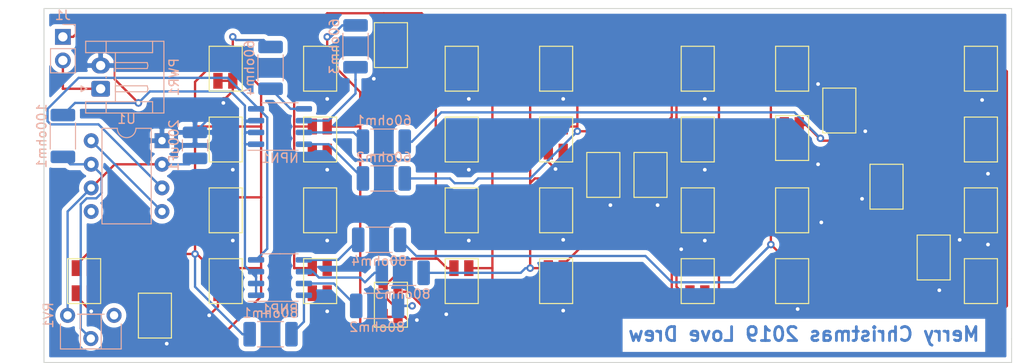
<source format=kicad_pcb>
(kicad_pcb (version 20171130) (host pcbnew "(5.1.2)-2")

  (general
    (thickness 1.6)
    (drawings 6)
    (tracks 599)
    (zones 0)
    (modules 53)
    (nets 23)
  )

  (page A4)
  (layers
    (0 F.Cu signal)
    (31 B.Cu signal)
    (32 B.Adhes user)
    (33 F.Adhes user)
    (34 B.Paste user)
    (35 F.Paste user)
    (36 B.SilkS user)
    (37 F.SilkS user)
    (38 B.Mask user)
    (39 F.Mask user)
    (40 Dwgs.User user)
    (41 Cmts.User user)
    (42 Eco1.User user)
    (43 Eco2.User user)
    (44 Edge.Cuts user)
    (45 Margin user)
    (46 B.CrtYd user)
    (47 F.CrtYd user)
    (48 B.Fab user)
    (49 F.Fab user)
  )

  (setup
    (last_trace_width 0.25)
    (trace_clearance 0.2)
    (zone_clearance 0.508)
    (zone_45_only no)
    (trace_min 0.2)
    (via_size 0.8)
    (via_drill 0.4)
    (via_min_size 0.4)
    (via_min_drill 0.3)
    (uvia_size 0.3)
    (uvia_drill 0.1)
    (uvias_allowed no)
    (uvia_min_size 0.2)
    (uvia_min_drill 0.1)
    (edge_width 0.1)
    (segment_width 0.2)
    (pcb_text_width 0.3)
    (pcb_text_size 1.5 1.5)
    (mod_edge_width 0.15)
    (mod_text_size 1 1)
    (mod_text_width 0.15)
    (pad_size 1.35 2.65)
    (pad_drill 0)
    (pad_to_mask_clearance 0)
    (aux_axis_origin 0 0)
    (visible_elements 7FFFFFFF)
    (pcbplotparams
      (layerselection 0x010fc_ffffffff)
      (usegerberextensions false)
      (usegerberattributes false)
      (usegerberadvancedattributes false)
      (creategerberjobfile false)
      (excludeedgelayer true)
      (linewidth 0.100000)
      (plotframeref false)
      (viasonmask false)
      (mode 1)
      (useauxorigin false)
      (hpglpennumber 1)
      (hpglpenspeed 20)
      (hpglpendiameter 15.000000)
      (psnegative false)
      (psa4output false)
      (plotreference true)
      (plotvalue true)
      (plotinvisibletext false)
      (padsonsilk false)
      (subtractmaskfromsilk false)
      (outputformat 1)
      (mirror false)
      (drillshape 1)
      (scaleselection 1)
      (outputdirectory ""))
  )

  (net 0 "")
  (net 1 "Net-(100ohm1-Pad2)")
  (net 2 "Net-(200uF1-Pad2)")
  (net 3 GND)
  (net 4 "Net-(60ohm1-Pad2)")
  (net 5 "Net-(60ohm2-Pad2)")
  (net 6 "Net-(60ohm3-Pad2)")
  (net 7 "Net-(60ohm4-Pad2)")
  (net 8 "Net-(80ohm1-Pad1)")
  (net 9 "Net-(80ohm2-Pad1)")
  (net 10 "Net-(80ohm3-Pad1)")
  (net 11 "Net-(80ohm4-Pad1)")
  (net 12 "Net-(D1-Pad1)")
  (net 13 "Net-(D1-Pad3)")
  (net 14 "Net-(D10-Pad1)")
  (net 15 "Net-(D10-Pad3)")
  (net 16 "Net-(D17-Pad1)")
  (net 17 "Net-(D17-Pad3)")
  (net 18 "Net-(D27-Pad1)")
  (net 19 "Net-(NPN1-Pad4)")
  (net 20 "Net-(U1-Pad4)")
  (net 21 "Net-(D27-Pad3)")
  (net 22 +3V3)

  (net_class Default "This is the default net class."
    (clearance 0.2)
    (trace_width 0.25)
    (via_dia 0.8)
    (via_drill 0.4)
    (uvia_dia 0.3)
    (uvia_drill 0.1)
    (add_net +3V3)
    (add_net GND)
    (add_net "Net-(100ohm1-Pad2)")
    (add_net "Net-(200uF1-Pad2)")
    (add_net "Net-(60ohm1-Pad2)")
    (add_net "Net-(60ohm2-Pad2)")
    (add_net "Net-(60ohm3-Pad2)")
    (add_net "Net-(60ohm4-Pad2)")
    (add_net "Net-(80ohm1-Pad1)")
    (add_net "Net-(80ohm2-Pad1)")
    (add_net "Net-(80ohm3-Pad1)")
    (add_net "Net-(80ohm4-Pad1)")
    (add_net "Net-(D1-Pad1)")
    (add_net "Net-(D1-Pad3)")
    (add_net "Net-(D10-Pad1)")
    (add_net "Net-(D10-Pad3)")
    (add_net "Net-(D17-Pad1)")
    (add_net "Net-(D17-Pad3)")
    (add_net "Net-(D27-Pad1)")
    (add_net "Net-(D27-Pad3)")
    (add_net "Net-(NPN1-Pad4)")
    (add_net "Net-(U1-Pad4)")
  )

  (module Connector_PinHeader_2.54mm:PinHeader_1x02_P2.54mm_Vertical (layer B.Cu) (tedit 5DC75398) (tstamp 5DC7A45E)
    (at 60.452 61.468 180)
    (descr "Through hole straight pin header, 1x02, 2.54mm pitch, single row")
    (tags "Through hole pin header THT 1x02 2.54mm single row")
    (path /5DCC5833)
    (fp_text reference J1 (at 0 2.33) (layer B.SilkS)
      (effects (font (size 1 1) (thickness 0.15)) (justify mirror))
    )
    (fp_text value Conn_01x02_Male (at 0 -4.87) (layer B.Fab)
      (effects (font (size 1 1) (thickness 0.15)) (justify mirror))
    )
    (fp_text user %R (at 0 -1.27 270) (layer B.Fab)
      (effects (font (size 1 1) (thickness 0.15)) (justify mirror))
    )
    (fp_line (start 1.8 1.8) (end -1.8 1.8) (layer B.CrtYd) (width 0.05))
    (fp_line (start 1.8 -4.35) (end 1.8 1.8) (layer B.CrtYd) (width 0.05))
    (fp_line (start -1.8 -4.35) (end 1.8 -4.35) (layer B.CrtYd) (width 0.05))
    (fp_line (start -1.8 1.8) (end -1.8 -4.35) (layer B.CrtYd) (width 0.05))
    (fp_line (start -1.33 1.33) (end 0 1.33) (layer B.SilkS) (width 0.12))
    (fp_line (start -1.33 0) (end -1.33 1.33) (layer B.SilkS) (width 0.12))
    (fp_line (start -1.33 -1.27) (end 1.33 -1.27) (layer B.SilkS) (width 0.12))
    (fp_line (start 1.33 -1.27) (end 1.33 -3.87) (layer B.SilkS) (width 0.12))
    (fp_line (start -1.33 -1.27) (end -1.33 -3.87) (layer B.SilkS) (width 0.12))
    (fp_line (start -1.33 -3.87) (end 1.33 -3.87) (layer B.SilkS) (width 0.12))
    (fp_line (start -1.27 0.635) (end -0.635 1.27) (layer B.Fab) (width 0.1))
    (fp_line (start -1.27 -3.81) (end -1.27 0.635) (layer B.Fab) (width 0.1))
    (fp_line (start 1.27 -3.81) (end -1.27 -3.81) (layer B.Fab) (width 0.1))
    (fp_line (start 1.27 1.27) (end 1.27 -3.81) (layer B.Fab) (width 0.1))
    (fp_line (start -0.635 1.27) (end 1.27 1.27) (layer B.Fab) (width 0.1))
    (pad 2 thru_hole oval (at 0 -2.54 180) (size 1.7 1.7) (drill 1) (layers *.Cu *.Mask)
      (net 22 +3V3))
    (pad 1 thru_hole rect (at 0 0 180) (size 1.7 1.7) (drill 1) (layers *.Cu *.Mask)
      (net 22 +3V3))
    (model ${KISYS3DMOD}/Connector_PinHeader_2.54mm.3dshapes/PinHeader_1x02_P2.54mm_Vertical.wrl
      (at (xyz 0 0 0))
      (scale (xyz 1 1 1))
      (rotate (xyz 0 0 0))
    )
  )

  (module Package_DIP:DIP-8_W7.62mm (layer B.Cu) (tedit 5A02E8C5) (tstamp 5DC6020D)
    (at 71.12 72.644 180)
    (descr "8-lead though-hole mounted DIP package, row spacing 7.62 mm (300 mils)")
    (tags "THT DIP DIL PDIP 2.54mm 7.62mm 300mil")
    (path /5DC0AC57)
    (fp_text reference U1 (at 3.81 2.33) (layer B.SilkS)
      (effects (font (size 1 1) (thickness 0.15)) (justify mirror))
    )
    (fp_text value TLC555 (at 3.81 -9.95) (layer B.Fab)
      (effects (font (size 1 1) (thickness 0.15)) (justify mirror))
    )
    (fp_text user %R (at 3.81 -3.81) (layer B.Fab)
      (effects (font (size 1 1) (thickness 0.15)) (justify mirror))
    )
    (fp_line (start 8.7 1.55) (end -1.1 1.55) (layer B.CrtYd) (width 0.05))
    (fp_line (start 8.7 -9.15) (end 8.7 1.55) (layer B.CrtYd) (width 0.05))
    (fp_line (start -1.1 -9.15) (end 8.7 -9.15) (layer B.CrtYd) (width 0.05))
    (fp_line (start -1.1 1.55) (end -1.1 -9.15) (layer B.CrtYd) (width 0.05))
    (fp_line (start 6.46 1.33) (end 4.81 1.33) (layer B.SilkS) (width 0.12))
    (fp_line (start 6.46 -8.95) (end 6.46 1.33) (layer B.SilkS) (width 0.12))
    (fp_line (start 1.16 -8.95) (end 6.46 -8.95) (layer B.SilkS) (width 0.12))
    (fp_line (start 1.16 1.33) (end 1.16 -8.95) (layer B.SilkS) (width 0.12))
    (fp_line (start 2.81 1.33) (end 1.16 1.33) (layer B.SilkS) (width 0.12))
    (fp_line (start 0.635 0.27) (end 1.635 1.27) (layer B.Fab) (width 0.1))
    (fp_line (start 0.635 -8.89) (end 0.635 0.27) (layer B.Fab) (width 0.1))
    (fp_line (start 6.985 -8.89) (end 0.635 -8.89) (layer B.Fab) (width 0.1))
    (fp_line (start 6.985 1.27) (end 6.985 -8.89) (layer B.Fab) (width 0.1))
    (fp_line (start 1.635 1.27) (end 6.985 1.27) (layer B.Fab) (width 0.1))
    (fp_arc (start 3.81 1.33) (end 2.81 1.33) (angle 180) (layer B.SilkS) (width 0.12))
    (pad 8 thru_hole oval (at 7.62 0 180) (size 1.6 1.6) (drill 0.8) (layers *.Cu *.Mask)
      (net 20 "Net-(U1-Pad4)"))
    (pad 4 thru_hole oval (at 0 -7.62 180) (size 1.6 1.6) (drill 0.8) (layers *.Cu *.Mask)
      (net 20 "Net-(U1-Pad4)"))
    (pad 7 thru_hole oval (at 7.62 -2.54 180) (size 1.6 1.6) (drill 0.8) (layers *.Cu *.Mask)
      (net 1 "Net-(100ohm1-Pad2)"))
    (pad 3 thru_hole oval (at 0 -5.08 180) (size 1.6 1.6) (drill 0.8) (layers *.Cu *.Mask)
      (net 19 "Net-(NPN1-Pad4)"))
    (pad 6 thru_hole oval (at 7.62 -5.08 180) (size 1.6 1.6) (drill 0.8) (layers *.Cu *.Mask)
      (net 2 "Net-(200uF1-Pad2)"))
    (pad 2 thru_hole oval (at 0 -2.54 180) (size 1.6 1.6) (drill 0.8) (layers *.Cu *.Mask)
      (net 2 "Net-(200uF1-Pad2)"))
    (pad 5 thru_hole oval (at 7.62 -7.62 180) (size 1.6 1.6) (drill 0.8) (layers *.Cu *.Mask))
    (pad 1 thru_hole rect (at 0 0 180) (size 1.6 1.6) (drill 0.8) (layers *.Cu *.Mask)
      (net 3 GND))
    (model ${KISYS3DMOD}/Package_DIP.3dshapes/DIP-8_W7.62mm.wrl
      (at (xyz 0 0 0))
      (scale (xyz 1 1 1))
      (rotate (xyz 0 0 0))
    )
  )

  (module Potentiometer_THT:Potentiometer_ACP_CA6-H2,5_Horizontal (layer B.Cu) (tedit 5A3D4994) (tstamp 5DC601F1)
    (at 60.96 91.44 270)
    (descr "Potentiometer, horizontal, ACP CA6-H2,5, http://www.acptechnologies.com/wp-content/uploads/2017/06/01-ACP-CA6.pdf")
    (tags "Potentiometer horizontal ACP CA6-H2,5")
    (path /5DC17BE3)
    (fp_text reference RV1 (at 0 2.06 90) (layer B.SilkS)
      (effects (font (size 1 1) (thickness 0.15)) (justify mirror))
    )
    (fp_text value R_POT_US (at 0 -7.06 90) (layer B.Fab)
      (effects (font (size 1 1) (thickness 0.15)) (justify mirror))
    )
    (fp_text user %R (at 1.75 -2.5 90) (layer B.Fab)
      (effects (font (size 0.78 0.78) (thickness 0.15)) (justify mirror))
    )
    (fp_line (start 3.75 1.1) (end -1.1 1.1) (layer B.CrtYd) (width 0.05))
    (fp_line (start 3.75 -6.1) (end 3.75 1.1) (layer B.CrtYd) (width 0.05))
    (fp_line (start -1.1 -6.1) (end 3.75 -6.1) (layer B.CrtYd) (width 0.05))
    (fp_line (start -1.1 1.1) (end -1.1 -6.1) (layer B.CrtYd) (width 0.05))
    (fp_line (start 3.62 -1.38) (end 3.62 -3.62) (layer B.SilkS) (width 0.12))
    (fp_line (start -0.121 -1.38) (end -0.121 -3.62) (layer B.SilkS) (width 0.12))
    (fp_line (start -0.121 -3.62) (end 3.62 -3.62) (layer B.SilkS) (width 0.12))
    (fp_line (start -0.121 -1.38) (end 3.62 -1.38) (layer B.SilkS) (width 0.12))
    (fp_line (start -0.121 -1.066) (end -0.121 -3.935) (layer B.SilkS) (width 0.12))
    (fp_line (start 3.62 0.77) (end 3.62 -5.77) (layer B.SilkS) (width 0.12))
    (fp_line (start 0.925 -5.77) (end 3.62 -5.77) (layer B.SilkS) (width 0.12))
    (fp_line (start 0.925 0.77) (end 3.62 0.77) (layer B.SilkS) (width 0.12))
    (fp_line (start 3.5 -1.5) (end 0 -1.5) (layer B.Fab) (width 0.1))
    (fp_line (start 3.5 -3.5) (end 3.5 -1.5) (layer B.Fab) (width 0.1))
    (fp_line (start 0 -3.5) (end 3.5 -3.5) (layer B.Fab) (width 0.1))
    (fp_line (start 0 -1.5) (end 0 -3.5) (layer B.Fab) (width 0.1))
    (fp_line (start 0 0.65) (end 3.5 0.65) (layer B.Fab) (width 0.1))
    (fp_line (start 0 -5.65) (end 0 0.65) (layer B.Fab) (width 0.1))
    (fp_line (start 3.5 -5.65) (end 0 -5.65) (layer B.Fab) (width 0.1))
    (fp_line (start 3.5 0.65) (end 3.5 -5.65) (layer B.Fab) (width 0.1))
    (pad 1 thru_hole circle (at 0 0 270) (size 1.62 1.62) (drill 0.9) (layers *.Cu *.Mask)
      (net 2 "Net-(200uF1-Pad2)"))
    (pad 2 thru_hole circle (at 2.5 -2.5 270) (size 1.62 1.62) (drill 0.9) (layers *.Cu *.Mask)
      (net 1 "Net-(100ohm1-Pad2)"))
    (pad 3 thru_hole circle (at 0 -5 270) (size 1.62 1.62) (drill 0.9) (layers *.Cu *.Mask))
    (model ${KISYS3DMOD}/Potentiometer_THT.3dshapes/Potentiometer_ACP_CA6-H2,5_Horizontal.wrl
      (at (xyz 0 0 0))
      (scale (xyz 1 1 1))
      (rotate (xyz 0 0 0))
    )
  )

  (module Connector_JST:JST_EH_S2B-EH_1x02_P2.50mm_Horizontal (layer B.Cu) (tedit 5C281425) (tstamp 5DC601D5)
    (at 64.516 67.056 90)
    (descr "JST EH series connector, S2B-EH (http://www.jst-mfg.com/product/pdf/eng/eEH.pdf), generated with kicad-footprint-generator")
    (tags "connector JST EH horizontal")
    (path /5DC23692)
    (fp_text reference PWR1 (at 1.25 7.9 270) (layer B.SilkS)
      (effects (font (size 1 1) (thickness 0.15)) (justify mirror))
    )
    (fp_text value Conn_01x02_Male (at 1.25 -2.7 270) (layer B.Fab)
      (effects (font (size 1 1) (thickness 0.15)) (justify mirror))
    )
    (fp_text user %R (at 1.25 2.6 270) (layer F.Fab)
      (effects (font (size 1 1) (thickness 0.15)))
    )
    (fp_line (start 0 1.407107) (end 0.5 0.7) (layer B.Fab) (width 0.1))
    (fp_line (start -0.5 0.7) (end 0 1.407107) (layer B.Fab) (width 0.1))
    (fp_line (start 0.3 -2.1) (end 0 -1.5) (layer B.SilkS) (width 0.12))
    (fp_line (start -0.3 -2.1) (end 0.3 -2.1) (layer B.SilkS) (width 0.12))
    (fp_line (start 0 -1.5) (end -0.3 -2.1) (layer B.SilkS) (width 0.12))
    (fp_line (start 2.82 1.59) (end 2.5 1.59) (layer B.SilkS) (width 0.12))
    (fp_line (start 2.82 5.01) (end 2.82 1.59) (layer B.SilkS) (width 0.12))
    (fp_line (start 2.5 5.09) (end 2.82 5.01) (layer B.SilkS) (width 0.12))
    (fp_line (start 2.18 5.01) (end 2.5 5.09) (layer B.SilkS) (width 0.12))
    (fp_line (start 2.18 1.59) (end 2.18 5.01) (layer B.SilkS) (width 0.12))
    (fp_line (start 2.5 1.59) (end 2.18 1.59) (layer B.SilkS) (width 0.12))
    (fp_line (start 1.17 0.59) (end 1.33 0.59) (layer B.SilkS) (width 0.12))
    (fp_line (start 0.32 1.59) (end 0 1.59) (layer B.SilkS) (width 0.12))
    (fp_line (start 0.32 5.01) (end 0.32 1.59) (layer B.SilkS) (width 0.12))
    (fp_line (start 0 5.09) (end 0.32 5.01) (layer B.SilkS) (width 0.12))
    (fp_line (start -0.32 5.01) (end 0 5.09) (layer B.SilkS) (width 0.12))
    (fp_line (start -0.32 1.59) (end -0.32 5.01) (layer B.SilkS) (width 0.12))
    (fp_line (start 0 1.59) (end -0.32 1.59) (layer B.SilkS) (width 0.12))
    (fp_line (start -1.39 1.59) (end 3.89 1.59) (layer B.SilkS) (width 0.12))
    (fp_line (start 3.89 0.59) (end 5.11 0.59) (layer B.SilkS) (width 0.12))
    (fp_line (start 3.89 5.59) (end 3.89 0.59) (layer B.SilkS) (width 0.12))
    (fp_line (start 5.11 5.59) (end 3.89 5.59) (layer B.SilkS) (width 0.12))
    (fp_line (start -1.39 0.59) (end -2.61 0.59) (layer B.SilkS) (width 0.12))
    (fp_line (start -1.39 5.59) (end -1.39 0.59) (layer B.SilkS) (width 0.12))
    (fp_line (start -2.61 5.59) (end -1.39 5.59) (layer B.SilkS) (width 0.12))
    (fp_line (start 3.89 -1.61) (end 3.89 0.59) (layer B.SilkS) (width 0.12))
    (fp_line (start 5.11 -1.61) (end 3.89 -1.61) (layer B.SilkS) (width 0.12))
    (fp_line (start 5.11 6.81) (end 5.11 -1.61) (layer B.SilkS) (width 0.12))
    (fp_line (start -2.61 6.81) (end 5.11 6.81) (layer B.SilkS) (width 0.12))
    (fp_line (start -2.61 -1.61) (end -2.61 6.81) (layer B.SilkS) (width 0.12))
    (fp_line (start -1.39 -1.61) (end -2.61 -1.61) (layer B.SilkS) (width 0.12))
    (fp_line (start -1.39 0.59) (end -1.39 -1.61) (layer B.SilkS) (width 0.12))
    (fp_line (start 5.5 7.2) (end -3 7.2) (layer B.CrtYd) (width 0.05))
    (fp_line (start 5.5 -2) (end 5.5 7.2) (layer B.CrtYd) (width 0.05))
    (fp_line (start -3 -2) (end 5.5 -2) (layer B.CrtYd) (width 0.05))
    (fp_line (start -3 7.2) (end -3 -2) (layer B.CrtYd) (width 0.05))
    (fp_line (start 4 0.7) (end -1.5 0.7) (layer B.Fab) (width 0.1))
    (fp_line (start 4 -1.5) (end 4 0.7) (layer B.Fab) (width 0.1))
    (fp_line (start 5 -1.5) (end 4 -1.5) (layer B.Fab) (width 0.1))
    (fp_line (start 5 6.7) (end 5 -1.5) (layer B.Fab) (width 0.1))
    (fp_line (start -2.5 6.7) (end 5 6.7) (layer B.Fab) (width 0.1))
    (fp_line (start -2.5 -1.5) (end -2.5 6.7) (layer B.Fab) (width 0.1))
    (fp_line (start -1.5 -1.5) (end -2.5 -1.5) (layer B.Fab) (width 0.1))
    (fp_line (start -1.5 0.7) (end -1.5 -1.5) (layer B.Fab) (width 0.1))
    (pad 2 thru_hole oval (at 2.5 0 90) (size 1.7 2) (drill 1) (layers *.Cu *.Mask)
      (net 3 GND))
    (pad 1 thru_hole roundrect (at 0 0 90) (size 1.7 2) (drill 1) (layers *.Cu *.Mask) (roundrect_rratio 0.147059)
      (net 22 +3V3))
    (model ${KISYS3DMOD}/Connector_JST.3dshapes/JST_EH_S2B-EH_1x02_P2.50mm_Horizontal.wrl
      (at (xyz 0 0 0))
      (scale (xyz 1 1 1))
      (rotate (xyz 0 0 0))
    )
  )

  (module Package_SO:SO-8_3.9x4.9mm_P1.27mm (layer B.Cu) (tedit 5C509AD1) (tstamp 5DC601A2)
    (at 83.82 87.376)
    (descr "SO, 8 Pin (https://www.nxp.com/docs/en/data-sheet/PCF8523.pdf), generated with kicad-footprint-generator ipc_gullwing_generator.py")
    (tags "SO SO")
    (path /5DD6611F)
    (attr smd)
    (fp_text reference PNP1 (at 0 3.4) (layer B.SilkS)
      (effects (font (size 1 1) (thickness 0.15)) (justify mirror))
    )
    (fp_text value Mosfet8 (at 0 -3.4) (layer B.Fab)
      (effects (font (size 1 1) (thickness 0.15)) (justify mirror))
    )
    (fp_text user %R (at 0 0) (layer B.Fab)
      (effects (font (size 0.98 0.98) (thickness 0.15)) (justify mirror))
    )
    (fp_line (start 3.7 2.7) (end -3.7 2.7) (layer B.CrtYd) (width 0.05))
    (fp_line (start 3.7 -2.7) (end 3.7 2.7) (layer B.CrtYd) (width 0.05))
    (fp_line (start -3.7 -2.7) (end 3.7 -2.7) (layer B.CrtYd) (width 0.05))
    (fp_line (start -3.7 2.7) (end -3.7 -2.7) (layer B.CrtYd) (width 0.05))
    (fp_line (start -1.95 1.475) (end -0.975 2.45) (layer B.Fab) (width 0.1))
    (fp_line (start -1.95 -2.45) (end -1.95 1.475) (layer B.Fab) (width 0.1))
    (fp_line (start 1.95 -2.45) (end -1.95 -2.45) (layer B.Fab) (width 0.1))
    (fp_line (start 1.95 2.45) (end 1.95 -2.45) (layer B.Fab) (width 0.1))
    (fp_line (start -0.975 2.45) (end 1.95 2.45) (layer B.Fab) (width 0.1))
    (fp_line (start 0 2.56) (end -3.45 2.56) (layer B.SilkS) (width 0.12))
    (fp_line (start 0 2.56) (end 1.95 2.56) (layer B.SilkS) (width 0.12))
    (fp_line (start 0 -2.56) (end -1.95 -2.56) (layer B.SilkS) (width 0.12))
    (fp_line (start 0 -2.56) (end 1.95 -2.56) (layer B.SilkS) (width 0.12))
    (pad 8 smd roundrect (at 2.575 1.905) (size 1.75 0.6) (layers B.Cu B.Paste B.Mask) (roundrect_rratio 0.25)
      (net 8 "Net-(80ohm1-Pad1)"))
    (pad 7 smd roundrect (at 2.575 0.635) (size 1.75 0.6) (layers B.Cu B.Paste B.Mask) (roundrect_rratio 0.25)
      (net 9 "Net-(80ohm2-Pad1)"))
    (pad 6 smd roundrect (at 2.575 -0.635) (size 1.75 0.6) (layers B.Cu B.Paste B.Mask) (roundrect_rratio 0.25)
      (net 10 "Net-(80ohm3-Pad1)"))
    (pad 5 smd roundrect (at 2.575 -1.905) (size 1.75 0.6) (layers B.Cu B.Paste B.Mask) (roundrect_rratio 0.25)
      (net 11 "Net-(80ohm4-Pad1)"))
    (pad 4 smd roundrect (at -2.575 -1.905) (size 1.75 0.6) (layers B.Cu B.Paste B.Mask) (roundrect_rratio 0.25)
      (net 19 "Net-(NPN1-Pad4)"))
    (pad 3 smd roundrect (at -2.575 -0.635) (size 1.75 0.6) (layers B.Cu B.Paste B.Mask) (roundrect_rratio 0.25)
      (net 22 +3V3))
    (pad 2 smd roundrect (at -2.575 0.635) (size 1.75 0.6) (layers B.Cu B.Paste B.Mask) (roundrect_rratio 0.25)
      (net 22 +3V3))
    (pad 1 smd roundrect (at -2.575 1.905) (size 1.75 0.6) (layers B.Cu B.Paste B.Mask) (roundrect_rratio 0.25)
      (net 22 +3V3))
    (model ${KISYS3DMOD}/Package_SO.3dshapes/SO-8_3.9x4.9mm_P1.27mm.wrl
      (at (xyz 0 0 0))
      (scale (xyz 1 1 1))
      (rotate (xyz 0 0 0))
    )
  )

  (module Package_SO:SO-8_3.9x4.9mm_P1.27mm (layer B.Cu) (tedit 5C509AD1) (tstamp 5DC60188)
    (at 83.82 71.12)
    (descr "SO, 8 Pin (https://www.nxp.com/docs/en/data-sheet/PCF8523.pdf), generated with kicad-footprint-generator ipc_gullwing_generator.py")
    (tags "SO SO")
    (path /5DD635F0)
    (attr smd)
    (fp_text reference NPN1 (at 0 3.4) (layer B.SilkS)
      (effects (font (size 1 1) (thickness 0.15)) (justify mirror))
    )
    (fp_text value Mosfet8 (at 0 -3.4) (layer B.Fab)
      (effects (font (size 1 1) (thickness 0.15)) (justify mirror))
    )
    (fp_text user %R (at 0 0) (layer B.Fab)
      (effects (font (size 0.98 0.98) (thickness 0.15)) (justify mirror))
    )
    (fp_line (start 3.7 2.7) (end -3.7 2.7) (layer B.CrtYd) (width 0.05))
    (fp_line (start 3.7 -2.7) (end 3.7 2.7) (layer B.CrtYd) (width 0.05))
    (fp_line (start -3.7 -2.7) (end 3.7 -2.7) (layer B.CrtYd) (width 0.05))
    (fp_line (start -3.7 2.7) (end -3.7 -2.7) (layer B.CrtYd) (width 0.05))
    (fp_line (start -1.95 1.475) (end -0.975 2.45) (layer B.Fab) (width 0.1))
    (fp_line (start -1.95 -2.45) (end -1.95 1.475) (layer B.Fab) (width 0.1))
    (fp_line (start 1.95 -2.45) (end -1.95 -2.45) (layer B.Fab) (width 0.1))
    (fp_line (start 1.95 2.45) (end 1.95 -2.45) (layer B.Fab) (width 0.1))
    (fp_line (start -0.975 2.45) (end 1.95 2.45) (layer B.Fab) (width 0.1))
    (fp_line (start 0 2.56) (end -3.45 2.56) (layer B.SilkS) (width 0.12))
    (fp_line (start 0 2.56) (end 1.95 2.56) (layer B.SilkS) (width 0.12))
    (fp_line (start 0 -2.56) (end -1.95 -2.56) (layer B.SilkS) (width 0.12))
    (fp_line (start 0 -2.56) (end 1.95 -2.56) (layer B.SilkS) (width 0.12))
    (pad 8 smd roundrect (at 2.575 1.905) (size 1.75 0.6) (layers B.Cu B.Paste B.Mask) (roundrect_rratio 0.25)
      (net 5 "Net-(60ohm2-Pad2)"))
    (pad 7 smd roundrect (at 2.575 0.635) (size 1.75 0.6) (layers B.Cu B.Paste B.Mask) (roundrect_rratio 0.25)
      (net 4 "Net-(60ohm1-Pad2)"))
    (pad 6 smd roundrect (at 2.575 -0.635) (size 1.75 0.6) (layers B.Cu B.Paste B.Mask) (roundrect_rratio 0.25)
      (net 6 "Net-(60ohm3-Pad2)"))
    (pad 5 smd roundrect (at 2.575 -1.905) (size 1.75 0.6) (layers B.Cu B.Paste B.Mask) (roundrect_rratio 0.25)
      (net 7 "Net-(60ohm4-Pad2)"))
    (pad 4 smd roundrect (at -2.575 -1.905) (size 1.75 0.6) (layers B.Cu B.Paste B.Mask) (roundrect_rratio 0.25)
      (net 19 "Net-(NPN1-Pad4)"))
    (pad 3 smd roundrect (at -2.575 -0.635) (size 1.75 0.6) (layers B.Cu B.Paste B.Mask) (roundrect_rratio 0.25)
      (net 22 +3V3))
    (pad 2 smd roundrect (at -2.575 0.635) (size 1.75 0.6) (layers B.Cu B.Paste B.Mask) (roundrect_rratio 0.25)
      (net 22 +3V3))
    (pad 1 smd roundrect (at -2.575 1.905) (size 1.75 0.6) (layers B.Cu B.Paste B.Mask) (roundrect_rratio 0.25)
      (net 22 +3V3))
    (model ${KISYS3DMOD}/Package_SO.3dshapes/SO-8_3.9x4.9mm_P1.27mm.wrl
      (at (xyz 0 0 0))
      (scale (xyz 1 1 1))
      (rotate (xyz 0 0 0))
    )
  )

  (module EndConnectors:DualLed (layer F.Cu) (tedit 5DC0810E) (tstamp 5DC6016E)
    (at 162.56 63.5 270)
    (path /5DCCE1F7)
    (fp_text reference D37 (at 0 0.5 90) (layer F.SilkS) hide
      (effects (font (size 1 1) (thickness 0.15)))
    )
    (fp_text value "Dual Led" (at 0 -0.5 90) (layer F.Fab)
      (effects (font (size 1 1) (thickness 0.15)))
    )
    (fp_line (start -1.016 5.08) (end -1.016 1.524) (layer F.SilkS) (width 0.12))
    (fp_line (start 3.81 5.08) (end -1.016 5.08) (layer F.SilkS) (width 0.12))
    (fp_line (start 3.81 1.524) (end 3.81 5.08) (layer F.SilkS) (width 0.12))
    (fp_line (start -1.016 1.524) (end 3.81 1.524) (layer F.SilkS) (width 0.12))
    (pad 2 smd rect (at 2.7 4.14 270) (size 1.7 1) (layers F.Cu F.Paste F.Mask)
      (net 3 GND))
    (pad 1 smd rect (at 0 4.14 270) (size 1.7 1) (layers F.Cu F.Paste F.Mask)
      (net 18 "Net-(D27-Pad1)"))
    (pad 4 smd rect (at 2.7 2.54 270) (size 1.7 1) (layers F.Cu F.Paste F.Mask)
      (net 3 GND))
    (pad 3 smd rect (at 0 2.54 270) (size 1.7 1) (layers F.Cu F.Paste F.Mask)
      (net 21 "Net-(D27-Pad3)"))
  )

  (module EndConnectors:DualLed (layer F.Cu) (tedit 5DC0810E) (tstamp 5DC60162)
    (at 162.56 86.36 270)
    (path /5DCCF5F5)
    (fp_text reference D36 (at 0 0.5 90) (layer F.SilkS) hide
      (effects (font (size 1 1) (thickness 0.15)))
    )
    (fp_text value "Dual Led" (at 0 -0.5 90) (layer F.Fab)
      (effects (font (size 1 1) (thickness 0.15)))
    )
    (fp_line (start -1.016 5.08) (end -1.016 1.524) (layer F.SilkS) (width 0.12))
    (fp_line (start 3.81 5.08) (end -1.016 5.08) (layer F.SilkS) (width 0.12))
    (fp_line (start 3.81 1.524) (end 3.81 5.08) (layer F.SilkS) (width 0.12))
    (fp_line (start -1.016 1.524) (end 3.81 1.524) (layer F.SilkS) (width 0.12))
    (pad 2 smd rect (at 2.7 4.14 270) (size 1.7 1) (layers F.Cu F.Paste F.Mask)
      (net 3 GND))
    (pad 1 smd rect (at 0 4.14 270) (size 1.7 1) (layers F.Cu F.Paste F.Mask)
      (net 18 "Net-(D27-Pad1)"))
    (pad 4 smd rect (at 2.7 2.54 270) (size 1.7 1) (layers F.Cu F.Paste F.Mask)
      (net 3 GND))
    (pad 3 smd rect (at 0 2.54 270) (size 1.7 1) (layers F.Cu F.Paste F.Mask)
      (net 21 "Net-(D27-Pad3)"))
  )

  (module EndConnectors:DualLed (layer F.Cu) (tedit 5DC0810E) (tstamp 5DC60156)
    (at 162.56 71.12 270)
    (path /5DCD087E)
    (fp_text reference D35 (at 0 0.5 90) (layer F.SilkS) hide
      (effects (font (size 1 1) (thickness 0.15)))
    )
    (fp_text value "Dual Led" (at 0 -0.5 90) (layer F.Fab)
      (effects (font (size 1 1) (thickness 0.15)))
    )
    (fp_line (start -1.016 5.08) (end -1.016 1.524) (layer F.SilkS) (width 0.12))
    (fp_line (start 3.81 5.08) (end -1.016 5.08) (layer F.SilkS) (width 0.12))
    (fp_line (start 3.81 1.524) (end 3.81 5.08) (layer F.SilkS) (width 0.12))
    (fp_line (start -1.016 1.524) (end 3.81 1.524) (layer F.SilkS) (width 0.12))
    (pad 2 smd rect (at 2.7 4.14 270) (size 1.7 1) (layers F.Cu F.Paste F.Mask)
      (net 3 GND))
    (pad 1 smd rect (at 0 4.14 270) (size 1.7 1) (layers F.Cu F.Paste F.Mask)
      (net 18 "Net-(D27-Pad1)"))
    (pad 4 smd rect (at 2.7 2.54 270) (size 1.7 1) (layers F.Cu F.Paste F.Mask)
      (net 3 GND))
    (pad 3 smd rect (at 0 2.54 270) (size 1.7 1) (layers F.Cu F.Paste F.Mask)
      (net 21 "Net-(D27-Pad3)"))
  )

  (module EndConnectors:DualLed (layer F.Cu) (tedit 5DC0810E) (tstamp 5DC6014A)
    (at 162.56 78.74 270)
    (path /5DCCC9F0)
    (fp_text reference D34 (at 0 0.5 90) (layer F.SilkS) hide
      (effects (font (size 1 1) (thickness 0.15)))
    )
    (fp_text value "Dual Led" (at 0 -0.5 90) (layer F.Fab)
      (effects (font (size 1 1) (thickness 0.15)))
    )
    (fp_line (start -1.016 5.08) (end -1.016 1.524) (layer F.SilkS) (width 0.12))
    (fp_line (start 3.81 5.08) (end -1.016 5.08) (layer F.SilkS) (width 0.12))
    (fp_line (start 3.81 1.524) (end 3.81 5.08) (layer F.SilkS) (width 0.12))
    (fp_line (start -1.016 1.524) (end 3.81 1.524) (layer F.SilkS) (width 0.12))
    (pad 2 smd rect (at 2.7 4.14 270) (size 1.7 1) (layers F.Cu F.Paste F.Mask)
      (net 3 GND))
    (pad 1 smd rect (at 0 4.14 270) (size 1.7 1) (layers F.Cu F.Paste F.Mask)
      (net 18 "Net-(D27-Pad1)"))
    (pad 4 smd rect (at 2.7 2.54 270) (size 1.7 1) (layers F.Cu F.Paste F.Mask)
      (net 3 GND))
    (pad 3 smd rect (at 0 2.54 270) (size 1.7 1) (layers F.Cu F.Paste F.Mask)
      (net 21 "Net-(D27-Pad3)"))
  )

  (module EndConnectors:DualLed (layer F.Cu) (tedit 5DC0810E) (tstamp 5DC6013E)
    (at 147.32 68.002001 270)
    (path /5DCC5E41)
    (fp_text reference D33 (at 0 0.5 90) (layer F.SilkS) hide
      (effects (font (size 1 1) (thickness 0.15)))
    )
    (fp_text value "Dual Led" (at 0 -0.5 90) (layer F.Fab)
      (effects (font (size 1 1) (thickness 0.15)))
    )
    (fp_line (start -1.016 5.08) (end -1.016 1.524) (layer F.SilkS) (width 0.12))
    (fp_line (start 3.81 5.08) (end -1.016 5.08) (layer F.SilkS) (width 0.12))
    (fp_line (start 3.81 1.524) (end 3.81 5.08) (layer F.SilkS) (width 0.12))
    (fp_line (start -1.016 1.524) (end 3.81 1.524) (layer F.SilkS) (width 0.12))
    (pad 2 smd rect (at 2.7 4.14 270) (size 1.7 1) (layers F.Cu F.Paste F.Mask)
      (net 3 GND))
    (pad 1 smd rect (at 0 4.14 270) (size 1.7 1) (layers F.Cu F.Paste F.Mask)
      (net 18 "Net-(D27-Pad1)"))
    (pad 4 smd rect (at 2.7 2.54 270) (size 1.7 1) (layers F.Cu F.Paste F.Mask)
      (net 3 GND))
    (pad 3 smd rect (at 0 2.54 270) (size 1.7 1) (layers F.Cu F.Paste F.Mask)
      (net 21 "Net-(D27-Pad3)"))
  )

  (module EndConnectors:DualLed (layer F.Cu) (tedit 5DC0810E) (tstamp 5DC60132)
    (at 157.48 83.82 270)
    (path /5DCBB55B)
    (fp_text reference D32 (at 0 0.5 90) (layer F.SilkS) hide
      (effects (font (size 1 1) (thickness 0.15)))
    )
    (fp_text value "Dual Led" (at 0 -0.5 90) (layer F.Fab)
      (effects (font (size 1 1) (thickness 0.15)))
    )
    (fp_line (start -1.016 5.08) (end -1.016 1.524) (layer F.SilkS) (width 0.12))
    (fp_line (start 3.81 5.08) (end -1.016 5.08) (layer F.SilkS) (width 0.12))
    (fp_line (start 3.81 1.524) (end 3.81 5.08) (layer F.SilkS) (width 0.12))
    (fp_line (start -1.016 1.524) (end 3.81 1.524) (layer F.SilkS) (width 0.12))
    (pad 2 smd rect (at 2.7 4.14 270) (size 1.7 1) (layers F.Cu F.Paste F.Mask)
      (net 3 GND))
    (pad 1 smd rect (at 0 4.14 270) (size 1.7 1) (layers F.Cu F.Paste F.Mask)
      (net 18 "Net-(D27-Pad1)"))
    (pad 4 smd rect (at 2.7 2.54 270) (size 1.7 1) (layers F.Cu F.Paste F.Mask)
      (net 3 GND))
    (pad 3 smd rect (at 0 2.54 270) (size 1.7 1) (layers F.Cu F.Paste F.Mask)
      (net 21 "Net-(D27-Pad3)"))
  )

  (module EndConnectors:DualLed (layer F.Cu) (tedit 5DC0810E) (tstamp 5DC60126)
    (at 152.4 76.2 270)
    (path /5DCBA59D)
    (fp_text reference D31 (at 0 0.5 90) (layer F.SilkS) hide
      (effects (font (size 1 1) (thickness 0.15)))
    )
    (fp_text value "Dual Led" (at 0 -0.5 90) (layer F.Fab)
      (effects (font (size 1 1) (thickness 0.15)))
    )
    (fp_line (start -1.016 5.08) (end -1.016 1.524) (layer F.SilkS) (width 0.12))
    (fp_line (start 3.81 5.08) (end -1.016 5.08) (layer F.SilkS) (width 0.12))
    (fp_line (start 3.81 1.524) (end 3.81 5.08) (layer F.SilkS) (width 0.12))
    (fp_line (start -1.016 1.524) (end 3.81 1.524) (layer F.SilkS) (width 0.12))
    (pad 2 smd rect (at 2.7 4.14 270) (size 1.7 1) (layers F.Cu F.Paste F.Mask)
      (net 3 GND))
    (pad 1 smd rect (at 0 4.14 270) (size 1.7 1) (layers F.Cu F.Paste F.Mask)
      (net 18 "Net-(D27-Pad1)"))
    (pad 4 smd rect (at 2.7 2.54 270) (size 1.7 1) (layers F.Cu F.Paste F.Mask)
      (net 3 GND))
    (pad 3 smd rect (at 0 2.54 270) (size 1.7 1) (layers F.Cu F.Paste F.Mask)
      (net 21 "Net-(D27-Pad3)"))
  )

  (module EndConnectors:DualLed (layer F.Cu) (tedit 5DC0810E) (tstamp 5DC6011A)
    (at 142.24 86.36 270)
    (path /5DCB4C84)
    (fp_text reference D30 (at 0 0.5 90) (layer F.SilkS) hide
      (effects (font (size 1 1) (thickness 0.15)))
    )
    (fp_text value "Dual Led" (at 0 -0.5 90) (layer F.Fab)
      (effects (font (size 1 1) (thickness 0.15)))
    )
    (fp_line (start -1.016 5.08) (end -1.016 1.524) (layer F.SilkS) (width 0.12))
    (fp_line (start 3.81 5.08) (end -1.016 5.08) (layer F.SilkS) (width 0.12))
    (fp_line (start 3.81 1.524) (end 3.81 5.08) (layer F.SilkS) (width 0.12))
    (fp_line (start -1.016 1.524) (end 3.81 1.524) (layer F.SilkS) (width 0.12))
    (pad 2 smd rect (at 2.7 4.14 270) (size 1.7 1) (layers F.Cu F.Paste F.Mask)
      (net 3 GND))
    (pad 1 smd rect (at 0 4.14 270) (size 1.7 1) (layers F.Cu F.Paste F.Mask)
      (net 18 "Net-(D27-Pad1)"))
    (pad 4 smd rect (at 2.7 2.54 270) (size 1.7 1) (layers F.Cu F.Paste F.Mask)
      (net 3 GND))
    (pad 3 smd rect (at 0 2.54 270) (size 1.7 1) (layers F.Cu F.Paste F.Mask)
      (net 21 "Net-(D27-Pad3)"))
  )

  (module EndConnectors:DualLed (layer F.Cu) (tedit 5DC0810E) (tstamp 5DC6010E)
    (at 142.24 78.74 270)
    (path /5DCB609F)
    (fp_text reference D29 (at 0 0.5 90) (layer F.SilkS) hide
      (effects (font (size 1 1) (thickness 0.15)))
    )
    (fp_text value "Dual Led" (at 0 -0.5 90) (layer F.Fab)
      (effects (font (size 1 1) (thickness 0.15)))
    )
    (fp_line (start -1.016 5.08) (end -1.016 1.524) (layer F.SilkS) (width 0.12))
    (fp_line (start 3.81 5.08) (end -1.016 5.08) (layer F.SilkS) (width 0.12))
    (fp_line (start 3.81 1.524) (end 3.81 5.08) (layer F.SilkS) (width 0.12))
    (fp_line (start -1.016 1.524) (end 3.81 1.524) (layer F.SilkS) (width 0.12))
    (pad 2 smd rect (at 2.7 4.14 270) (size 1.7 1) (layers F.Cu F.Paste F.Mask)
      (net 3 GND))
    (pad 1 smd rect (at 0 4.14 270) (size 1.7 1) (layers F.Cu F.Paste F.Mask)
      (net 18 "Net-(D27-Pad1)"))
    (pad 4 smd rect (at 2.7 2.54 270) (size 1.7 1) (layers F.Cu F.Paste F.Mask)
      (net 3 GND))
    (pad 3 smd rect (at 0 2.54 270) (size 1.7 1) (layers F.Cu F.Paste F.Mask)
      (net 21 "Net-(D27-Pad3)"))
  )

  (module EndConnectors:DualLed (layer F.Cu) (tedit 5DC0810E) (tstamp 5DC60102)
    (at 142.24 70.96 270)
    (path /5DCB7520)
    (fp_text reference D28 (at 0 0.5 90) (layer F.SilkS) hide
      (effects (font (size 1 1) (thickness 0.15)))
    )
    (fp_text value "Dual Led" (at 0 -0.5 90) (layer F.Fab)
      (effects (font (size 1 1) (thickness 0.15)))
    )
    (fp_line (start -1.016 5.08) (end -1.016 1.524) (layer F.SilkS) (width 0.12))
    (fp_line (start 3.81 5.08) (end -1.016 5.08) (layer F.SilkS) (width 0.12))
    (fp_line (start 3.81 1.524) (end 3.81 5.08) (layer F.SilkS) (width 0.12))
    (fp_line (start -1.016 1.524) (end 3.81 1.524) (layer F.SilkS) (width 0.12))
    (pad 2 smd rect (at 2.7 4.14 270) (size 1.7 1) (layers F.Cu F.Paste F.Mask)
      (net 3 GND))
    (pad 1 smd rect (at 0 4.14 270) (size 1.7 1) (layers F.Cu F.Paste F.Mask)
      (net 18 "Net-(D27-Pad1)"))
    (pad 4 smd rect (at 2.7 2.54 270) (size 1.7 1) (layers F.Cu F.Paste F.Mask)
      (net 3 GND))
    (pad 3 smd rect (at 0 2.54 270) (size 1.7 1) (layers F.Cu F.Paste F.Mask)
      (net 21 "Net-(D27-Pad3)"))
  )

  (module EndConnectors:DualLed (layer F.Cu) (tedit 5DC0810E) (tstamp 5DC600F6)
    (at 142.24 63.5 270)
    (path /5DCB8962)
    (fp_text reference D27 (at 0 0.5 90) (layer F.SilkS) hide
      (effects (font (size 1 1) (thickness 0.15)))
    )
    (fp_text value "Dual Led" (at 0 -0.5 90) (layer F.Fab)
      (effects (font (size 1 1) (thickness 0.15)))
    )
    (fp_line (start -1.016 5.08) (end -1.016 1.524) (layer F.SilkS) (width 0.12))
    (fp_line (start 3.81 5.08) (end -1.016 5.08) (layer F.SilkS) (width 0.12))
    (fp_line (start 3.81 1.524) (end 3.81 5.08) (layer F.SilkS) (width 0.12))
    (fp_line (start -1.016 1.524) (end 3.81 1.524) (layer F.SilkS) (width 0.12))
    (pad 2 smd rect (at 2.7 4.14 270) (size 1.7 1) (layers F.Cu F.Paste F.Mask)
      (net 3 GND))
    (pad 1 smd rect (at 0 4.14 270) (size 1.7 1) (layers F.Cu F.Paste F.Mask)
      (net 18 "Net-(D27-Pad1)"))
    (pad 4 smd rect (at 2.7 2.54 270) (size 1.7 1) (layers F.Cu F.Paste F.Mask)
      (net 3 GND))
    (pad 3 smd rect (at 0 2.54 270) (size 1.7 1) (layers F.Cu F.Paste F.Mask)
      (net 21 "Net-(D27-Pad3)"))
  )

  (module EndConnectors:DualLed (layer F.Cu) (tedit 5DC0810E) (tstamp 5DC600EA)
    (at 132.08 86.36 270)
    (path /5DCB0C21)
    (fp_text reference D26 (at 0 0.5 90) (layer F.SilkS) hide
      (effects (font (size 1 1) (thickness 0.15)))
    )
    (fp_text value "Dual Led" (at 0 -0.5 90) (layer F.Fab)
      (effects (font (size 1 1) (thickness 0.15)))
    )
    (fp_line (start -1.016 5.08) (end -1.016 1.524) (layer F.SilkS) (width 0.12))
    (fp_line (start 3.81 5.08) (end -1.016 5.08) (layer F.SilkS) (width 0.12))
    (fp_line (start 3.81 1.524) (end 3.81 5.08) (layer F.SilkS) (width 0.12))
    (fp_line (start -1.016 1.524) (end 3.81 1.524) (layer F.SilkS) (width 0.12))
    (pad 2 smd rect (at 2.7 4.14 270) (size 1.7 1) (layers F.Cu F.Paste F.Mask)
      (net 3 GND))
    (pad 1 smd rect (at 0 4.14 270) (size 1.7 1) (layers F.Cu F.Paste F.Mask)
      (net 16 "Net-(D17-Pad1)"))
    (pad 4 smd rect (at 2.7 2.54 270) (size 1.7 1) (layers F.Cu F.Paste F.Mask)
      (net 3 GND))
    (pad 3 smd rect (at 0 2.54 270) (size 1.7 1) (layers F.Cu F.Paste F.Mask)
      (net 17 "Net-(D17-Pad3)"))
  )

  (module EndConnectors:DualLed (layer F.Cu) (tedit 5DC0810E) (tstamp 5DC600DE)
    (at 132.08 63.5 270)
    (path /5DCAF951)
    (fp_text reference D25 (at 0 0.5 90) (layer F.SilkS) hide
      (effects (font (size 1 1) (thickness 0.15)))
    )
    (fp_text value "Dual Led" (at 0 -0.5 90) (layer F.Fab)
      (effects (font (size 1 1) (thickness 0.15)))
    )
    (fp_line (start -1.016 5.08) (end -1.016 1.524) (layer F.SilkS) (width 0.12))
    (fp_line (start 3.81 5.08) (end -1.016 5.08) (layer F.SilkS) (width 0.12))
    (fp_line (start 3.81 1.524) (end 3.81 5.08) (layer F.SilkS) (width 0.12))
    (fp_line (start -1.016 1.524) (end 3.81 1.524) (layer F.SilkS) (width 0.12))
    (pad 2 smd rect (at 2.7 4.14 270) (size 1.7 1) (layers F.Cu F.Paste F.Mask)
      (net 3 GND))
    (pad 1 smd rect (at 0 4.14 270) (size 1.7 1) (layers F.Cu F.Paste F.Mask)
      (net 16 "Net-(D17-Pad1)"))
    (pad 4 smd rect (at 2.7 2.54 270) (size 1.7 1) (layers F.Cu F.Paste F.Mask)
      (net 3 GND))
    (pad 3 smd rect (at 0 2.54 270) (size 1.7 1) (layers F.Cu F.Paste F.Mask)
      (net 17 "Net-(D17-Pad3)"))
  )

  (module EndConnectors:DualLed (layer F.Cu) (tedit 5DC0810E) (tstamp 5DC600D2)
    (at 132.08 78.74 270)
    (path /5DCB1FBB)
    (fp_text reference D24 (at 0 0.5 90) (layer F.SilkS) hide
      (effects (font (size 1 1) (thickness 0.15)))
    )
    (fp_text value "Dual Led" (at 0 -0.5 90) (layer F.Fab)
      (effects (font (size 1 1) (thickness 0.15)))
    )
    (fp_line (start -1.016 5.08) (end -1.016 1.524) (layer F.SilkS) (width 0.12))
    (fp_line (start 3.81 5.08) (end -1.016 5.08) (layer F.SilkS) (width 0.12))
    (fp_line (start 3.81 1.524) (end 3.81 5.08) (layer F.SilkS) (width 0.12))
    (fp_line (start -1.016 1.524) (end 3.81 1.524) (layer F.SilkS) (width 0.12))
    (pad 2 smd rect (at 2.7 4.14 270) (size 1.7 1) (layers F.Cu F.Paste F.Mask)
      (net 3 GND))
    (pad 1 smd rect (at 0 4.14 270) (size 1.7 1) (layers F.Cu F.Paste F.Mask)
      (net 16 "Net-(D17-Pad1)"))
    (pad 4 smd rect (at 2.7 2.54 270) (size 1.7 1) (layers F.Cu F.Paste F.Mask)
      (net 3 GND))
    (pad 3 smd rect (at 0 2.54 270) (size 1.7 1) (layers F.Cu F.Paste F.Mask)
      (net 17 "Net-(D17-Pad3)"))
  )

  (module EndConnectors:DualLed (layer F.Cu) (tedit 5DC0810E) (tstamp 5DC600C6)
    (at 132.08 71.12 270)
    (path /5DCAE69C)
    (fp_text reference D23 (at 0 0.5 90) (layer F.SilkS) hide
      (effects (font (size 1 1) (thickness 0.15)))
    )
    (fp_text value "Dual Led" (at 0 -0.5 90) (layer F.Fab)
      (effects (font (size 1 1) (thickness 0.15)))
    )
    (fp_line (start -1.016 5.08) (end -1.016 1.524) (layer F.SilkS) (width 0.12))
    (fp_line (start 3.81 5.08) (end -1.016 5.08) (layer F.SilkS) (width 0.12))
    (fp_line (start 3.81 1.524) (end 3.81 5.08) (layer F.SilkS) (width 0.12))
    (fp_line (start -1.016 1.524) (end 3.81 1.524) (layer F.SilkS) (width 0.12))
    (pad 2 smd rect (at 2.7 4.14 270) (size 1.7 1) (layers F.Cu F.Paste F.Mask)
      (net 3 GND))
    (pad 1 smd rect (at 0 4.14 270) (size 1.7 1) (layers F.Cu F.Paste F.Mask)
      (net 16 "Net-(D17-Pad1)"))
    (pad 4 smd rect (at 2.7 2.54 270) (size 1.7 1) (layers F.Cu F.Paste F.Mask)
      (net 3 GND))
    (pad 3 smd rect (at 0 2.54 270) (size 1.7 1) (layers F.Cu F.Paste F.Mask)
      (net 17 "Net-(D17-Pad3)"))
  )

  (module EndConnectors:DualLed (layer F.Cu) (tedit 5DC0810E) (tstamp 5DC600BA)
    (at 127 74.93 270)
    (path /5DCABD31)
    (fp_text reference D22 (at 0 0.5 90) (layer F.SilkS) hide
      (effects (font (size 1 1) (thickness 0.15)))
    )
    (fp_text value "Dual Led" (at 0 -0.5 90) (layer F.Fab)
      (effects (font (size 1 1) (thickness 0.15)))
    )
    (fp_line (start -1.016 5.08) (end -1.016 1.524) (layer F.SilkS) (width 0.12))
    (fp_line (start 3.81 5.08) (end -1.016 5.08) (layer F.SilkS) (width 0.12))
    (fp_line (start 3.81 1.524) (end 3.81 5.08) (layer F.SilkS) (width 0.12))
    (fp_line (start -1.016 1.524) (end 3.81 1.524) (layer F.SilkS) (width 0.12))
    (pad 2 smd rect (at 2.7 4.14 270) (size 1.7 1) (layers F.Cu F.Paste F.Mask)
      (net 3 GND))
    (pad 1 smd rect (at 0 4.14 270) (size 1.7 1) (layers F.Cu F.Paste F.Mask)
      (net 16 "Net-(D17-Pad1)"))
    (pad 4 smd rect (at 2.7 2.54 270) (size 1.7 1) (layers F.Cu F.Paste F.Mask)
      (net 3 GND))
    (pad 3 smd rect (at 0 2.54 270) (size 1.7 1) (layers F.Cu F.Paste F.Mask)
      (net 17 "Net-(D17-Pad3)"))
  )

  (module EndConnectors:DualLed (layer F.Cu) (tedit 5DC0810E) (tstamp 5DC600AE)
    (at 121.92 74.93 270)
    (path /5DCAA9CC)
    (fp_text reference D21 (at 0 0.5 90) (layer F.SilkS) hide
      (effects (font (size 1 1) (thickness 0.15)))
    )
    (fp_text value "Dual Led" (at 0 -0.5 90) (layer F.Fab)
      (effects (font (size 1 1) (thickness 0.15)))
    )
    (fp_line (start -1.016 5.08) (end -1.016 1.524) (layer F.SilkS) (width 0.12))
    (fp_line (start 3.81 5.08) (end -1.016 5.08) (layer F.SilkS) (width 0.12))
    (fp_line (start 3.81 1.524) (end 3.81 5.08) (layer F.SilkS) (width 0.12))
    (fp_line (start -1.016 1.524) (end 3.81 1.524) (layer F.SilkS) (width 0.12))
    (pad 2 smd rect (at 2.7 4.14 270) (size 1.7 1) (layers F.Cu F.Paste F.Mask)
      (net 3 GND))
    (pad 1 smd rect (at 0 4.14 270) (size 1.7 1) (layers F.Cu F.Paste F.Mask)
      (net 16 "Net-(D17-Pad1)"))
    (pad 4 smd rect (at 2.7 2.54 270) (size 1.7 1) (layers F.Cu F.Paste F.Mask)
      (net 3 GND))
    (pad 3 smd rect (at 0 2.54 270) (size 1.7 1) (layers F.Cu F.Paste F.Mask)
      (net 17 "Net-(D17-Pad3)"))
  )

  (module EndConnectors:DualLed (layer F.Cu) (tedit 5DC0810E) (tstamp 5DC600A2)
    (at 116.84 86.36 270)
    (path /5DCA7E49)
    (fp_text reference D20 (at 0 0.5 90) (layer F.SilkS) hide
      (effects (font (size 1 1) (thickness 0.15)))
    )
    (fp_text value "Dual Led" (at 0 -0.5 90) (layer F.Fab)
      (effects (font (size 1 1) (thickness 0.15)))
    )
    (fp_line (start -1.016 5.08) (end -1.016 1.524) (layer F.SilkS) (width 0.12))
    (fp_line (start 3.81 5.08) (end -1.016 5.08) (layer F.SilkS) (width 0.12))
    (fp_line (start 3.81 1.524) (end 3.81 5.08) (layer F.SilkS) (width 0.12))
    (fp_line (start -1.016 1.524) (end 3.81 1.524) (layer F.SilkS) (width 0.12))
    (pad 2 smd rect (at 2.7 4.14 270) (size 1.7 1) (layers F.Cu F.Paste F.Mask)
      (net 3 GND))
    (pad 1 smd rect (at 0 4.14 270) (size 1.7 1) (layers F.Cu F.Paste F.Mask)
      (net 16 "Net-(D17-Pad1)"))
    (pad 4 smd rect (at 2.7 2.54 270) (size 1.7 1) (layers F.Cu F.Paste F.Mask)
      (net 3 GND))
    (pad 3 smd rect (at 0 2.54 270) (size 1.7 1) (layers F.Cu F.Paste F.Mask)
      (net 17 "Net-(D17-Pad3)"))
  )

  (module EndConnectors:DualLed (layer F.Cu) (tedit 5DC0810E) (tstamp 5DC60096)
    (at 116.84 78.74 270)
    (path /5DCA6A36)
    (fp_text reference D19 (at 0 0.5 90) (layer F.SilkS) hide
      (effects (font (size 1 1) (thickness 0.15)))
    )
    (fp_text value "Dual Led" (at 0 -0.5 90) (layer F.Fab)
      (effects (font (size 1 1) (thickness 0.15)))
    )
    (fp_line (start -1.016 5.08) (end -1.016 1.524) (layer F.SilkS) (width 0.12))
    (fp_line (start 3.81 5.08) (end -1.016 5.08) (layer F.SilkS) (width 0.12))
    (fp_line (start 3.81 1.524) (end 3.81 5.08) (layer F.SilkS) (width 0.12))
    (fp_line (start -1.016 1.524) (end 3.81 1.524) (layer F.SilkS) (width 0.12))
    (pad 2 smd rect (at 2.7 4.14 270) (size 1.7 1) (layers F.Cu F.Paste F.Mask)
      (net 3 GND))
    (pad 1 smd rect (at 0 4.14 270) (size 1.7 1) (layers F.Cu F.Paste F.Mask)
      (net 16 "Net-(D17-Pad1)"))
    (pad 4 smd rect (at 2.7 2.54 270) (size 1.7 1) (layers F.Cu F.Paste F.Mask)
      (net 3 GND))
    (pad 3 smd rect (at 0 2.54 270) (size 1.7 1) (layers F.Cu F.Paste F.Mask)
      (net 17 "Net-(D17-Pad3)"))
  )

  (module EndConnectors:DualLed (layer F.Cu) (tedit 5DC0810E) (tstamp 5DC6008A)
    (at 116.84 71.12 270)
    (path /5DCA576A)
    (fp_text reference D18 (at 0 0.5 90) (layer F.SilkS) hide
      (effects (font (size 1 1) (thickness 0.15)))
    )
    (fp_text value "Dual Led" (at 0 -0.5 90) (layer F.Fab)
      (effects (font (size 1 1) (thickness 0.15)))
    )
    (fp_line (start -1.016 5.08) (end -1.016 1.524) (layer F.SilkS) (width 0.12))
    (fp_line (start 3.81 5.08) (end -1.016 5.08) (layer F.SilkS) (width 0.12))
    (fp_line (start 3.81 1.524) (end 3.81 5.08) (layer F.SilkS) (width 0.12))
    (fp_line (start -1.016 1.524) (end 3.81 1.524) (layer F.SilkS) (width 0.12))
    (pad 2 smd rect (at 2.7 4.14 270) (size 1.7 1) (layers F.Cu F.Paste F.Mask)
      (net 3 GND))
    (pad 1 smd rect (at 0 4.14 270) (size 1.7 1) (layers F.Cu F.Paste F.Mask)
      (net 16 "Net-(D17-Pad1)"))
    (pad 4 smd rect (at 2.7 2.54 270) (size 1.7 1) (layers F.Cu F.Paste F.Mask)
      (net 3 GND))
    (pad 3 smd rect (at 0 2.54 270) (size 1.7 1) (layers F.Cu F.Paste F.Mask)
      (net 17 "Net-(D17-Pad3)"))
  )

  (module EndConnectors:DualLed (layer F.Cu) (tedit 5DC0810E) (tstamp 5DC6007E)
    (at 116.84 63.5 270)
    (path /5DCA9029)
    (fp_text reference D17 (at 0 0.5 90) (layer F.SilkS) hide
      (effects (font (size 1 1) (thickness 0.15)))
    )
    (fp_text value "Dual Led" (at 0 -0.5 90) (layer F.Fab)
      (effects (font (size 1 1) (thickness 0.15)))
    )
    (fp_line (start -1.016 5.08) (end -1.016 1.524) (layer F.SilkS) (width 0.12))
    (fp_line (start 3.81 5.08) (end -1.016 5.08) (layer F.SilkS) (width 0.12))
    (fp_line (start 3.81 1.524) (end 3.81 5.08) (layer F.SilkS) (width 0.12))
    (fp_line (start -1.016 1.524) (end 3.81 1.524) (layer F.SilkS) (width 0.12))
    (pad 2 smd rect (at 2.7 4.14 270) (size 1.7 1) (layers F.Cu F.Paste F.Mask)
      (net 3 GND))
    (pad 1 smd rect (at 0 4.14 270) (size 1.7 1) (layers F.Cu F.Paste F.Mask)
      (net 16 "Net-(D17-Pad1)"))
    (pad 4 smd rect (at 2.7 2.54 270) (size 1.7 1) (layers F.Cu F.Paste F.Mask)
      (net 3 GND))
    (pad 3 smd rect (at 0 2.54 270) (size 1.7 1) (layers F.Cu F.Paste F.Mask)
      (net 17 "Net-(D17-Pad3)"))
  )

  (module EndConnectors:DualLed (layer F.Cu) (tedit 5DC0810E) (tstamp 5DC60072)
    (at 106.68 86.36 270)
    (path /5DC9DC00)
    (fp_text reference D16 (at 0 0.5 90) (layer F.SilkS) hide
      (effects (font (size 1 1) (thickness 0.15)))
    )
    (fp_text value "Dual Led" (at 0 -0.5 90) (layer F.Fab)
      (effects (font (size 1 1) (thickness 0.15)))
    )
    (fp_line (start -1.016 5.08) (end -1.016 1.524) (layer F.SilkS) (width 0.12))
    (fp_line (start 3.81 5.08) (end -1.016 5.08) (layer F.SilkS) (width 0.12))
    (fp_line (start 3.81 1.524) (end 3.81 5.08) (layer F.SilkS) (width 0.12))
    (fp_line (start -1.016 1.524) (end 3.81 1.524) (layer F.SilkS) (width 0.12))
    (pad 2 smd rect (at 2.7 4.14 270) (size 1.7 1) (layers F.Cu F.Paste F.Mask)
      (net 3 GND))
    (pad 1 smd rect (at 0 4.14 270) (size 1.7 1) (layers F.Cu F.Paste F.Mask)
      (net 14 "Net-(D10-Pad1)"))
    (pad 4 smd rect (at 2.7 2.54 270) (size 1.7 1) (layers F.Cu F.Paste F.Mask)
      (net 3 GND))
    (pad 3 smd rect (at 0 2.54 270) (size 1.7 1) (layers F.Cu F.Paste F.Mask)
      (net 15 "Net-(D10-Pad3)"))
  )

  (module EndConnectors:DualLed (layer F.Cu) (tedit 5DC0810E) (tstamp 5DC60066)
    (at 106.68 78.74 270)
    (path /5DC9C258)
    (fp_text reference D15 (at 0 0.5 90) (layer F.SilkS) hide
      (effects (font (size 1 1) (thickness 0.15)))
    )
    (fp_text value "Dual Led" (at 0 -0.5 90) (layer F.Fab)
      (effects (font (size 1 1) (thickness 0.15)))
    )
    (fp_line (start -1.016 5.08) (end -1.016 1.524) (layer F.SilkS) (width 0.12))
    (fp_line (start 3.81 5.08) (end -1.016 5.08) (layer F.SilkS) (width 0.12))
    (fp_line (start 3.81 1.524) (end 3.81 5.08) (layer F.SilkS) (width 0.12))
    (fp_line (start -1.016 1.524) (end 3.81 1.524) (layer F.SilkS) (width 0.12))
    (pad 2 smd rect (at 2.7 4.14 270) (size 1.7 1) (layers F.Cu F.Paste F.Mask)
      (net 3 GND))
    (pad 1 smd rect (at 0 4.14 270) (size 1.7 1) (layers F.Cu F.Paste F.Mask)
      (net 14 "Net-(D10-Pad1)"))
    (pad 4 smd rect (at 2.7 2.54 270) (size 1.7 1) (layers F.Cu F.Paste F.Mask)
      (net 3 GND))
    (pad 3 smd rect (at 0 2.54 270) (size 1.7 1) (layers F.Cu F.Paste F.Mask)
      (net 15 "Net-(D10-Pad3)"))
  )

  (module EndConnectors:DualLed (layer F.Cu) (tedit 5DC0810E) (tstamp 5DC6005A)
    (at 106.68 71.12 270)
    (path /5DC9F041)
    (fp_text reference D14 (at 0 0.5 90) (layer F.SilkS) hide
      (effects (font (size 1 1) (thickness 0.15)))
    )
    (fp_text value "Dual Led" (at 0 -0.5 90) (layer F.Fab)
      (effects (font (size 1 1) (thickness 0.15)))
    )
    (fp_line (start -1.016 5.08) (end -1.016 1.524) (layer F.SilkS) (width 0.12))
    (fp_line (start 3.81 5.08) (end -1.016 5.08) (layer F.SilkS) (width 0.12))
    (fp_line (start 3.81 1.524) (end 3.81 5.08) (layer F.SilkS) (width 0.12))
    (fp_line (start -1.016 1.524) (end 3.81 1.524) (layer F.SilkS) (width 0.12))
    (pad 2 smd rect (at 2.7 4.14 270) (size 1.7 1) (layers F.Cu F.Paste F.Mask)
      (net 3 GND))
    (pad 1 smd rect (at 0 4.14 270) (size 1.7 1) (layers F.Cu F.Paste F.Mask)
      (net 14 "Net-(D10-Pad1)"))
    (pad 4 smd rect (at 2.7 2.54 270) (size 1.7 1) (layers F.Cu F.Paste F.Mask)
      (net 3 GND))
    (pad 3 smd rect (at 0 2.54 270) (size 1.7 1) (layers F.Cu F.Paste F.Mask)
      (net 15 "Net-(D10-Pad3)"))
  )

  (module EndConnectors:DualLed (layer F.Cu) (tedit 5DC0810E) (tstamp 5DC6004E)
    (at 106.68 63.5 270)
    (path /5DCA03E9)
    (fp_text reference D13 (at 0 0.5 90) (layer F.SilkS) hide
      (effects (font (size 1 1) (thickness 0.15)))
    )
    (fp_text value "Dual Led" (at 0 -0.5 90) (layer F.Fab)
      (effects (font (size 1 1) (thickness 0.15)))
    )
    (fp_line (start -1.016 5.08) (end -1.016 1.524) (layer F.SilkS) (width 0.12))
    (fp_line (start 3.81 5.08) (end -1.016 5.08) (layer F.SilkS) (width 0.12))
    (fp_line (start 3.81 1.524) (end 3.81 5.08) (layer F.SilkS) (width 0.12))
    (fp_line (start -1.016 1.524) (end 3.81 1.524) (layer F.SilkS) (width 0.12))
    (pad 2 smd rect (at 2.7 4.14 270) (size 1.7 1) (layers F.Cu F.Paste F.Mask)
      (net 3 GND))
    (pad 1 smd rect (at 0 4.14 270) (size 1.7 1) (layers F.Cu F.Paste F.Mask)
      (net 14 "Net-(D10-Pad1)"))
    (pad 4 smd rect (at 2.7 2.54 270) (size 1.7 1) (layers F.Cu F.Paste F.Mask)
      (net 3 GND))
    (pad 3 smd rect (at 0 2.54 270) (size 1.7 1) (layers F.Cu F.Paste F.Mask)
      (net 15 "Net-(D10-Pad3)"))
  )

  (module EndConnectors:DualLed (layer F.Cu) (tedit 5DC0810E) (tstamp 5DC60042)
    (at 99.06 88.9 270)
    (path /5DC9B186)
    (fp_text reference D12 (at 0 0.5 90) (layer F.SilkS) hide
      (effects (font (size 1 1) (thickness 0.15)))
    )
    (fp_text value "Dual Led" (at 0 -0.5 90) (layer F.Fab)
      (effects (font (size 1 1) (thickness 0.15)))
    )
    (fp_line (start -1.016 5.08) (end -1.016 1.524) (layer F.SilkS) (width 0.12))
    (fp_line (start 3.81 5.08) (end -1.016 5.08) (layer F.SilkS) (width 0.12))
    (fp_line (start 3.81 1.524) (end 3.81 5.08) (layer F.SilkS) (width 0.12))
    (fp_line (start -1.016 1.524) (end 3.81 1.524) (layer F.SilkS) (width 0.12))
    (pad 2 smd rect (at 2.7 4.14 270) (size 1.7 1) (layers F.Cu F.Paste F.Mask)
      (net 3 GND))
    (pad 1 smd rect (at 0 4.14 270) (size 1.7 1) (layers F.Cu F.Paste F.Mask)
      (net 14 "Net-(D10-Pad1)"))
    (pad 4 smd rect (at 2.7 2.54 270) (size 1.7 1) (layers F.Cu F.Paste F.Mask)
      (net 3 GND))
    (pad 3 smd rect (at 0 2.54 270) (size 1.7 1) (layers F.Cu F.Paste F.Mask)
      (net 15 "Net-(D10-Pad3)"))
  )

  (module EndConnectors:DualLed (layer F.Cu) (tedit 5DC0810E) (tstamp 5DC60036)
    (at 99.06 60.96 270)
    (path /5DCA140F)
    (fp_text reference D11 (at 0 0.5 90) (layer F.SilkS) hide
      (effects (font (size 1 1) (thickness 0.15)))
    )
    (fp_text value "Dual Led" (at 0 -0.5 90) (layer F.Fab)
      (effects (font (size 1 1) (thickness 0.15)))
    )
    (fp_line (start -1.016 5.08) (end -1.016 1.524) (layer F.SilkS) (width 0.12))
    (fp_line (start 3.81 5.08) (end -1.016 5.08) (layer F.SilkS) (width 0.12))
    (fp_line (start 3.81 1.524) (end 3.81 5.08) (layer F.SilkS) (width 0.12))
    (fp_line (start -1.016 1.524) (end 3.81 1.524) (layer F.SilkS) (width 0.12))
    (pad 2 smd rect (at 2.7 4.14 270) (size 1.7 1) (layers F.Cu F.Paste F.Mask)
      (net 3 GND))
    (pad 1 smd rect (at 0 4.14 270) (size 1.7 1) (layers F.Cu F.Paste F.Mask)
      (net 14 "Net-(D10-Pad1)"))
    (pad 4 smd rect (at 2.7 2.54 270) (size 1.7 1) (layers F.Cu F.Paste F.Mask)
      (net 3 GND))
    (pad 3 smd rect (at 0 2.54 270) (size 1.7 1) (layers F.Cu F.Paste F.Mask)
      (net 15 "Net-(D10-Pad3)"))
  )

  (module EndConnectors:DualLed (layer F.Cu) (tedit 5DC0810E) (tstamp 5DC6002A)
    (at 91.44 86.36 270)
    (path /5DC9A09D)
    (fp_text reference D10 (at 0 0.5 90) (layer F.SilkS) hide
      (effects (font (size 1 1) (thickness 0.15)))
    )
    (fp_text value "Dual Led" (at 0 -0.5 90) (layer F.Fab)
      (effects (font (size 1 1) (thickness 0.15)))
    )
    (fp_line (start -1.016 5.08) (end -1.016 1.524) (layer F.SilkS) (width 0.12))
    (fp_line (start 3.81 5.08) (end -1.016 5.08) (layer F.SilkS) (width 0.12))
    (fp_line (start 3.81 1.524) (end 3.81 5.08) (layer F.SilkS) (width 0.12))
    (fp_line (start -1.016 1.524) (end 3.81 1.524) (layer F.SilkS) (width 0.12))
    (pad 2 smd rect (at 2.7 4.14 270) (size 1.7 1) (layers F.Cu F.Paste F.Mask)
      (net 3 GND))
    (pad 1 smd rect (at 0 4.14 270) (size 1.7 1) (layers F.Cu F.Paste F.Mask)
      (net 14 "Net-(D10-Pad1)"))
    (pad 4 smd rect (at 2.7 2.54 270) (size 1.7 1) (layers F.Cu F.Paste F.Mask)
      (net 3 GND))
    (pad 3 smd rect (at 0 2.54 270) (size 1.7 1) (layers F.Cu F.Paste F.Mask)
      (net 15 "Net-(D10-Pad3)"))
  )

  (module EndConnectors:DualLed (layer F.Cu) (tedit 5DC0810E) (tstamp 5DC6001E)
    (at 91.44 78.74 270)
    (path /5DC98F11)
    (fp_text reference D9 (at 0 0.5 90) (layer F.SilkS) hide
      (effects (font (size 1 1) (thickness 0.15)))
    )
    (fp_text value "Dual Led" (at 0 -0.5 90) (layer F.Fab)
      (effects (font (size 1 1) (thickness 0.15)))
    )
    (fp_line (start -1.016 5.08) (end -1.016 1.524) (layer F.SilkS) (width 0.12))
    (fp_line (start 3.81 5.08) (end -1.016 5.08) (layer F.SilkS) (width 0.12))
    (fp_line (start 3.81 1.524) (end 3.81 5.08) (layer F.SilkS) (width 0.12))
    (fp_line (start -1.016 1.524) (end 3.81 1.524) (layer F.SilkS) (width 0.12))
    (pad 2 smd rect (at 2.7 4.14 270) (size 1.7 1) (layers F.Cu F.Paste F.Mask)
      (net 3 GND))
    (pad 1 smd rect (at 0 4.14 270) (size 1.7 1) (layers F.Cu F.Paste F.Mask)
      (net 14 "Net-(D10-Pad1)"))
    (pad 4 smd rect (at 2.7 2.54 270) (size 1.7 1) (layers F.Cu F.Paste F.Mask)
      (net 3 GND))
    (pad 3 smd rect (at 0 2.54 270) (size 1.7 1) (layers F.Cu F.Paste F.Mask)
      (net 15 "Net-(D10-Pad3)"))
  )

  (module EndConnectors:DualLed (layer F.Cu) (tedit 5DC0810E) (tstamp 5DC60012)
    (at 91.44 71.12 270)
    (path /5DC97E40)
    (fp_text reference D8 (at 0 0.5 90) (layer F.SilkS) hide
      (effects (font (size 1 1) (thickness 0.15)))
    )
    (fp_text value "Dual Led" (at 0 -0.5 90) (layer F.Fab)
      (effects (font (size 1 1) (thickness 0.15)))
    )
    (fp_line (start -1.016 5.08) (end -1.016 1.524) (layer F.SilkS) (width 0.12))
    (fp_line (start 3.81 5.08) (end -1.016 5.08) (layer F.SilkS) (width 0.12))
    (fp_line (start 3.81 1.524) (end 3.81 5.08) (layer F.SilkS) (width 0.12))
    (fp_line (start -1.016 1.524) (end 3.81 1.524) (layer F.SilkS) (width 0.12))
    (pad 2 smd rect (at 2.7 4.14 270) (size 1.7 1) (layers F.Cu F.Paste F.Mask)
      (net 3 GND))
    (pad 1 smd rect (at 0 4.14 270) (size 1.7 1) (layers F.Cu F.Paste F.Mask)
      (net 14 "Net-(D10-Pad1)"))
    (pad 4 smd rect (at 2.7 2.54 270) (size 1.7 1) (layers F.Cu F.Paste F.Mask)
      (net 3 GND))
    (pad 3 smd rect (at 0 2.54 270) (size 1.7 1) (layers F.Cu F.Paste F.Mask)
      (net 15 "Net-(D10-Pad3)"))
  )

  (module EndConnectors:DualLed (layer F.Cu) (tedit 5DC0810E) (tstamp 5DC60006)
    (at 91.44 63.5 270)
    (path /5DC96DBC)
    (fp_text reference D7 (at 0 0.5 90) (layer F.SilkS) hide
      (effects (font (size 1 1) (thickness 0.15)))
    )
    (fp_text value "Dual Led" (at 0 -0.5 90) (layer F.Fab)
      (effects (font (size 1 1) (thickness 0.15)))
    )
    (fp_line (start -1.016 5.08) (end -1.016 1.524) (layer F.SilkS) (width 0.12))
    (fp_line (start 3.81 5.08) (end -1.016 5.08) (layer F.SilkS) (width 0.12))
    (fp_line (start 3.81 1.524) (end 3.81 5.08) (layer F.SilkS) (width 0.12))
    (fp_line (start -1.016 1.524) (end 3.81 1.524) (layer F.SilkS) (width 0.12))
    (pad 2 smd rect (at 2.7 4.14 270) (size 1.7 1) (layers F.Cu F.Paste F.Mask)
      (net 3 GND))
    (pad 1 smd rect (at 0 4.14 270) (size 1.7 1) (layers F.Cu F.Paste F.Mask)
      (net 14 "Net-(D10-Pad1)"))
    (pad 4 smd rect (at 2.7 2.54 270) (size 1.7 1) (layers F.Cu F.Paste F.Mask)
      (net 3 GND))
    (pad 3 smd rect (at 0 2.54 270) (size 1.7 1) (layers F.Cu F.Paste F.Mask)
      (net 15 "Net-(D10-Pad3)"))
  )

  (module EndConnectors:DualLed (layer F.Cu) (tedit 5DC0810E) (tstamp 5DC5FFFA)
    (at 81.28 63.5 270)
    (path /5DC8C1B7)
    (fp_text reference D6 (at 0 0.5 90) (layer F.SilkS) hide
      (effects (font (size 1 1) (thickness 0.15)))
    )
    (fp_text value "Dual Led" (at 0 -0.5 90) (layer F.Fab)
      (effects (font (size 1 1) (thickness 0.15)))
    )
    (fp_line (start -1.016 5.08) (end -1.016 1.524) (layer F.SilkS) (width 0.12))
    (fp_line (start 3.81 5.08) (end -1.016 5.08) (layer F.SilkS) (width 0.12))
    (fp_line (start 3.81 1.524) (end 3.81 5.08) (layer F.SilkS) (width 0.12))
    (fp_line (start -1.016 1.524) (end 3.81 1.524) (layer F.SilkS) (width 0.12))
    (pad 2 smd rect (at 2.7 4.14 270) (size 1.7 1) (layers F.Cu F.Paste F.Mask)
      (net 3 GND))
    (pad 1 smd rect (at 0 4.14 270) (size 1.7 1) (layers F.Cu F.Paste F.Mask)
      (net 12 "Net-(D1-Pad1)"))
    (pad 4 smd rect (at 2.7 2.54 270) (size 1.7 1) (layers F.Cu F.Paste F.Mask)
      (net 3 GND))
    (pad 3 smd rect (at 0 2.54 270) (size 1.7 1) (layers F.Cu F.Paste F.Mask)
      (net 13 "Net-(D1-Pad3)"))
  )

  (module EndConnectors:DualLed (layer F.Cu) (tedit 5DC0810E) (tstamp 5DC5FFEE)
    (at 81.28 71.12 270)
    (path /5DC8AEDA)
    (fp_text reference D5 (at 0 0.5 90) (layer F.SilkS) hide
      (effects (font (size 1 1) (thickness 0.15)))
    )
    (fp_text value "Dual Led" (at 0 -0.5 90) (layer F.Fab)
      (effects (font (size 1 1) (thickness 0.15)))
    )
    (fp_line (start -1.016 5.08) (end -1.016 1.524) (layer F.SilkS) (width 0.12))
    (fp_line (start 3.81 5.08) (end -1.016 5.08) (layer F.SilkS) (width 0.12))
    (fp_line (start 3.81 1.524) (end 3.81 5.08) (layer F.SilkS) (width 0.12))
    (fp_line (start -1.016 1.524) (end 3.81 1.524) (layer F.SilkS) (width 0.12))
    (pad 2 smd rect (at 2.7 4.14 270) (size 1.7 1) (layers F.Cu F.Paste F.Mask)
      (net 3 GND))
    (pad 1 smd rect (at 0 4.14 270) (size 1.7 1) (layers F.Cu F.Paste F.Mask)
      (net 12 "Net-(D1-Pad1)"))
    (pad 4 smd rect (at 2.7 2.54 270) (size 1.7 1) (layers F.Cu F.Paste F.Mask)
      (net 3 GND))
    (pad 3 smd rect (at 0 2.54 270) (size 1.7 1) (layers F.Cu F.Paste F.Mask)
      (net 13 "Net-(D1-Pad3)"))
  )

  (module EndConnectors:DualLed (layer F.Cu) (tedit 5DC0810E) (tstamp 5DC5FFE2)
    (at 81.28 78.74 270)
    (path /5DC8916B)
    (fp_text reference D4 (at 0 0.5 90) (layer F.SilkS) hide
      (effects (font (size 1 1) (thickness 0.15)))
    )
    (fp_text value "Dual Led" (at 0 -0.5 90) (layer F.Fab)
      (effects (font (size 1 1) (thickness 0.15)))
    )
    (fp_line (start -1.016 5.08) (end -1.016 1.524) (layer F.SilkS) (width 0.12))
    (fp_line (start 3.81 5.08) (end -1.016 5.08) (layer F.SilkS) (width 0.12))
    (fp_line (start 3.81 1.524) (end 3.81 5.08) (layer F.SilkS) (width 0.12))
    (fp_line (start -1.016 1.524) (end 3.81 1.524) (layer F.SilkS) (width 0.12))
    (pad 2 smd rect (at 2.7 4.14 270) (size 1.7 1) (layers F.Cu F.Paste F.Mask)
      (net 3 GND))
    (pad 1 smd rect (at 0 4.14 270) (size 1.7 1) (layers F.Cu F.Paste F.Mask)
      (net 12 "Net-(D1-Pad1)"))
    (pad 4 smd rect (at 2.7 2.54 270) (size 1.7 1) (layers F.Cu F.Paste F.Mask)
      (net 3 GND))
    (pad 3 smd rect (at 0 2.54 270) (size 1.7 1) (layers F.Cu F.Paste F.Mask)
      (net 13 "Net-(D1-Pad3)"))
  )

  (module EndConnectors:DualLed (layer F.Cu) (tedit 5DC0810E) (tstamp 5DC5FFD6)
    (at 81.28 86.36 270)
    (path /5DC87B92)
    (fp_text reference D3 (at 0 0.5 90) (layer F.SilkS) hide
      (effects (font (size 1 1) (thickness 0.15)))
    )
    (fp_text value "Dual Led" (at 0 -0.5 90) (layer F.Fab)
      (effects (font (size 1 1) (thickness 0.15)))
    )
    (fp_line (start -1.016 5.08) (end -1.016 1.524) (layer F.SilkS) (width 0.12))
    (fp_line (start 3.81 5.08) (end -1.016 5.08) (layer F.SilkS) (width 0.12))
    (fp_line (start 3.81 1.524) (end 3.81 5.08) (layer F.SilkS) (width 0.12))
    (fp_line (start -1.016 1.524) (end 3.81 1.524) (layer F.SilkS) (width 0.12))
    (pad 2 smd rect (at 2.7 4.14 270) (size 1.7 1) (layers F.Cu F.Paste F.Mask)
      (net 3 GND))
    (pad 1 smd rect (at 0 4.14 270) (size 1.7 1) (layers F.Cu F.Paste F.Mask)
      (net 12 "Net-(D1-Pad1)"))
    (pad 4 smd rect (at 2.7 2.54 270) (size 1.7 1) (layers F.Cu F.Paste F.Mask)
      (net 3 GND))
    (pad 3 smd rect (at 0 2.54 270) (size 1.7 1) (layers F.Cu F.Paste F.Mask)
      (net 13 "Net-(D1-Pad3)"))
  )

  (module EndConnectors:DualLed (layer F.Cu) (tedit 5DC0810E) (tstamp 5DC5FFCA)
    (at 73.66 90.074001 270)
    (path /5DC8D3DD)
    (fp_text reference D2 (at 0 0.5 90) (layer F.SilkS) hide
      (effects (font (size 1 1) (thickness 0.15)))
    )
    (fp_text value "Dual Led" (at 0 -0.5 90) (layer F.Fab)
      (effects (font (size 1 1) (thickness 0.15)))
    )
    (fp_line (start -1.016 5.08) (end -1.016 1.524) (layer F.SilkS) (width 0.12))
    (fp_line (start 3.81 5.08) (end -1.016 5.08) (layer F.SilkS) (width 0.12))
    (fp_line (start 3.81 1.524) (end 3.81 5.08) (layer F.SilkS) (width 0.12))
    (fp_line (start -1.016 1.524) (end 3.81 1.524) (layer F.SilkS) (width 0.12))
    (pad 2 smd rect (at 2.7 4.14 270) (size 1.7 1) (layers F.Cu F.Paste F.Mask)
      (net 3 GND))
    (pad 1 smd rect (at 0 4.14 270) (size 1.7 1) (layers F.Cu F.Paste F.Mask)
      (net 12 "Net-(D1-Pad1)"))
    (pad 4 smd rect (at 2.7 2.54 270) (size 1.7 1) (layers F.Cu F.Paste F.Mask)
      (net 3 GND))
    (pad 3 smd rect (at 0 2.54 270) (size 1.7 1) (layers F.Cu F.Paste F.Mask)
      (net 13 "Net-(D1-Pad3)"))
  )

  (module EndConnectors:DualLed (layer F.Cu) (tedit 5DC0810E) (tstamp 5DC5FFBE)
    (at 66.04 86.36 270)
    (path /5DC8E6CD)
    (fp_text reference D1 (at 0 0.5 90) (layer F.SilkS) hide
      (effects (font (size 1 1) (thickness 0.15)))
    )
    (fp_text value "Dual Led" (at 0 -0.5 90) (layer F.Fab)
      (effects (font (size 1 1) (thickness 0.15)))
    )
    (fp_line (start -1.016 5.08) (end -1.016 1.524) (layer F.SilkS) (width 0.12))
    (fp_line (start 3.81 5.08) (end -1.016 5.08) (layer F.SilkS) (width 0.12))
    (fp_line (start 3.81 1.524) (end 3.81 5.08) (layer F.SilkS) (width 0.12))
    (fp_line (start -1.016 1.524) (end 3.81 1.524) (layer F.SilkS) (width 0.12))
    (pad 2 smd rect (at 2.7 4.14 270) (size 1.7 1) (layers F.Cu F.Paste F.Mask)
      (net 3 GND))
    (pad 1 smd rect (at 0 4.14 270) (size 1.7 1) (layers F.Cu F.Paste F.Mask)
      (net 12 "Net-(D1-Pad1)"))
    (pad 4 smd rect (at 2.7 2.54 270) (size 1.7 1) (layers F.Cu F.Paste F.Mask)
      (net 3 GND))
    (pad 3 smd rect (at 0 2.54 270) (size 1.7 1) (layers F.Cu F.Paste F.Mask)
      (net 13 "Net-(D1-Pad3)"))
  )

  (module Resistor_SMD:R_2010_5025Metric (layer B.Cu) (tedit 5DC753EC) (tstamp 5DC5FFAE)
    (at 94.488 83.312)
    (descr "Resistor SMD 2010 (5025 Metric), square (rectangular) end terminal, IPC_7351 nominal, (Body size source: http://www.tortai-tech.com/upload/download/2011102023233369053.pdf), generated with kicad-footprint-generator")
    (tags resistor)
    (path /5DEC8975)
    (attr smd)
    (fp_text reference 80ohm4 (at 0 2.28) (layer B.SilkS)
      (effects (font (size 1 1) (thickness 0.15)) (justify mirror))
    )
    (fp_text value R (at 0 -2.28) (layer B.Fab)
      (effects (font (size 1 1) (thickness 0.15)) (justify mirror))
    )
    (fp_text user %R (at 0 0) (layer B.Fab)
      (effects (font (size 1 1) (thickness 0.15)) (justify mirror))
    )
    (fp_line (start 3.18 -1.58) (end -3.18 -1.58) (layer B.CrtYd) (width 0.05))
    (fp_line (start 3.18 1.58) (end 3.18 -1.58) (layer B.CrtYd) (width 0.05))
    (fp_line (start -3.18 1.58) (end 3.18 1.58) (layer B.CrtYd) (width 0.05))
    (fp_line (start -3.18 -1.58) (end -3.18 1.58) (layer B.CrtYd) (width 0.05))
    (fp_line (start -1.402064 -1.36) (end 1.402064 -1.36) (layer B.SilkS) (width 0.12))
    (fp_line (start -1.402064 1.36) (end 1.402064 1.36) (layer B.SilkS) (width 0.12))
    (fp_line (start 2.5 -1.25) (end -2.5 -1.25) (layer B.Fab) (width 0.1))
    (fp_line (start 2.5 1.25) (end 2.5 -1.25) (layer B.Fab) (width 0.1))
    (fp_line (start -2.5 1.25) (end 2.5 1.25) (layer B.Fab) (width 0.1))
    (fp_line (start -2.5 -1.25) (end -2.5 1.25) (layer B.Fab) (width 0.1))
    (pad 2 smd roundrect (at 2.25 0) (size 1.35 2.65) (layers B.Cu B.Paste B.Mask) (roundrect_rratio 0.185)
      (net 18 "Net-(D27-Pad1)"))
    (pad 1 smd roundrect (at -2.25 0) (size 1.35 2.65) (layers B.Cu B.Paste B.Mask) (roundrect_rratio 0.185185)
      (net 11 "Net-(80ohm4-Pad1)"))
    (model ${KISYS3DMOD}/Resistor_SMD.3dshapes/R_2010_5025Metric.wrl
      (at (xyz 0 0 0))
      (scale (xyz 1 1 1))
      (rotate (xyz 0 0 0))
    )
  )

  (module Resistor_SMD:R_2010_5025Metric (layer B.Cu) (tedit 5DC753D6) (tstamp 5DC5FF9D)
    (at 97.028 86.868)
    (descr "Resistor SMD 2010 (5025 Metric), square (rectangular) end terminal, IPC_7351 nominal, (Body size source: http://www.tortai-tech.com/upload/download/2011102023233369053.pdf), generated with kicad-footprint-generator")
    (tags resistor)
    (path /5DEC857D)
    (attr smd)
    (fp_text reference 80ohm3 (at 0 2.28) (layer B.SilkS)
      (effects (font (size 1 1) (thickness 0.15)) (justify mirror))
    )
    (fp_text value R (at 0 -2.28) (layer B.Fab)
      (effects (font (size 1 1) (thickness 0.15)) (justify mirror))
    )
    (fp_text user %R (at 0 0) (layer B.Fab)
      (effects (font (size 1 1) (thickness 0.15)) (justify mirror))
    )
    (fp_line (start 3.18 -1.58) (end -3.18 -1.58) (layer B.CrtYd) (width 0.05))
    (fp_line (start 3.18 1.58) (end 3.18 -1.58) (layer B.CrtYd) (width 0.05))
    (fp_line (start -3.18 1.58) (end 3.18 1.58) (layer B.CrtYd) (width 0.05))
    (fp_line (start -3.18 -1.58) (end -3.18 1.58) (layer B.CrtYd) (width 0.05))
    (fp_line (start -1.402064 -1.36) (end 1.402064 -1.36) (layer B.SilkS) (width 0.12))
    (fp_line (start -1.402064 1.36) (end 1.402064 1.36) (layer B.SilkS) (width 0.12))
    (fp_line (start 2.5 -1.25) (end -2.5 -1.25) (layer B.Fab) (width 0.1))
    (fp_line (start 2.5 1.25) (end 2.5 -1.25) (layer B.Fab) (width 0.1))
    (fp_line (start -2.5 1.25) (end 2.5 1.25) (layer B.Fab) (width 0.1))
    (fp_line (start -2.5 -1.25) (end -2.5 1.25) (layer B.Fab) (width 0.1))
    (pad 2 smd roundrect (at 2.25 0) (size 1.35 2.65) (layers B.Cu B.Paste B.Mask) (roundrect_rratio 0.185)
      (net 16 "Net-(D17-Pad1)"))
    (pad 1 smd roundrect (at -2.25 0) (size 1.35 2.65) (layers B.Cu B.Paste B.Mask) (roundrect_rratio 0.185185)
      (net 10 "Net-(80ohm3-Pad1)"))
    (model ${KISYS3DMOD}/Resistor_SMD.3dshapes/R_2010_5025Metric.wrl
      (at (xyz 0 0 0))
      (scale (xyz 1 1 1))
      (rotate (xyz 0 0 0))
    )
  )

  (module Resistor_SMD:R_2010_5025Metric (layer B.Cu) (tedit 5DC753C2) (tstamp 5DC5FF8C)
    (at 94.27 90.424)
    (descr "Resistor SMD 2010 (5025 Metric), square (rectangular) end terminal, IPC_7351 nominal, (Body size source: http://www.tortai-tech.com/upload/download/2011102023233369053.pdf), generated with kicad-footprint-generator")
    (tags resistor)
    (path /5DEC819B)
    (attr smd)
    (fp_text reference 80ohm2 (at 0 2.28) (layer B.SilkS)
      (effects (font (size 1 1) (thickness 0.15)) (justify mirror))
    )
    (fp_text value R (at 0 -2.28) (layer B.Fab)
      (effects (font (size 1 1) (thickness 0.15)) (justify mirror))
    )
    (fp_text user %R (at 0 0) (layer B.Fab)
      (effects (font (size 1 1) (thickness 0.15)) (justify mirror))
    )
    (fp_line (start 3.18 -1.58) (end -3.18 -1.58) (layer B.CrtYd) (width 0.05))
    (fp_line (start 3.18 1.58) (end 3.18 -1.58) (layer B.CrtYd) (width 0.05))
    (fp_line (start -3.18 1.58) (end 3.18 1.58) (layer B.CrtYd) (width 0.05))
    (fp_line (start -3.18 -1.58) (end -3.18 1.58) (layer B.CrtYd) (width 0.05))
    (fp_line (start -1.402064 -1.36) (end 1.402064 -1.36) (layer B.SilkS) (width 0.12))
    (fp_line (start -1.402064 1.36) (end 1.402064 1.36) (layer B.SilkS) (width 0.12))
    (fp_line (start 2.5 -1.25) (end -2.5 -1.25) (layer B.Fab) (width 0.1))
    (fp_line (start 2.5 1.25) (end 2.5 -1.25) (layer B.Fab) (width 0.1))
    (fp_line (start -2.5 1.25) (end 2.5 1.25) (layer B.Fab) (width 0.1))
    (fp_line (start -2.5 -1.25) (end -2.5 1.25) (layer B.Fab) (width 0.1))
    (pad 2 smd roundrect (at 2.25 0) (size 1.35 2.65) (layers B.Cu B.Paste B.Mask) (roundrect_rratio 0.185)
      (net 14 "Net-(D10-Pad1)"))
    (pad 1 smd roundrect (at -2.25 0) (size 1.35 2.65) (layers B.Cu B.Paste B.Mask) (roundrect_rratio 0.185185)
      (net 9 "Net-(80ohm2-Pad1)"))
    (model ${KISYS3DMOD}/Resistor_SMD.3dshapes/R_2010_5025Metric.wrl
      (at (xyz 0 0 0))
      (scale (xyz 1 1 1))
      (rotate (xyz 0 0 0))
    )
  )

  (module Resistor_SMD:R_2010_5025Metric (layer B.Cu) (tedit 5DC753AA) (tstamp 5DC5FF7B)
    (at 82.804 93.472 180)
    (descr "Resistor SMD 2010 (5025 Metric), square (rectangular) end terminal, IPC_7351 nominal, (Body size source: http://www.tortai-tech.com/upload/download/2011102023233369053.pdf), generated with kicad-footprint-generator")
    (tags resistor)
    (path /5DC1BEC5)
    (attr smd)
    (fp_text reference 80ohm1 (at 0 2.28) (layer B.SilkS)
      (effects (font (size 1 1) (thickness 0.15)) (justify mirror))
    )
    (fp_text value R (at 0 -2.28) (layer B.Fab)
      (effects (font (size 1 1) (thickness 0.15)) (justify mirror))
    )
    (fp_text user %R (at 0 0) (layer B.Fab)
      (effects (font (size 1 1) (thickness 0.15)) (justify mirror))
    )
    (fp_line (start 3.18 -1.58) (end -3.18 -1.58) (layer B.CrtYd) (width 0.05))
    (fp_line (start 3.18 1.58) (end 3.18 -1.58) (layer B.CrtYd) (width 0.05))
    (fp_line (start -3.18 1.58) (end 3.18 1.58) (layer B.CrtYd) (width 0.05))
    (fp_line (start -3.18 -1.58) (end -3.18 1.58) (layer B.CrtYd) (width 0.05))
    (fp_line (start -1.402064 -1.36) (end 1.402064 -1.36) (layer B.SilkS) (width 0.12))
    (fp_line (start -1.402064 1.36) (end 1.402064 1.36) (layer B.SilkS) (width 0.12))
    (fp_line (start 2.5 -1.25) (end -2.5 -1.25) (layer B.Fab) (width 0.1))
    (fp_line (start 2.5 1.25) (end 2.5 -1.25) (layer B.Fab) (width 0.1))
    (fp_line (start -2.5 1.25) (end 2.5 1.25) (layer B.Fab) (width 0.1))
    (fp_line (start -2.5 -1.25) (end -2.5 1.25) (layer B.Fab) (width 0.1))
    (pad 2 smd roundrect (at 2.25 0 180) (size 1.35 2.65) (layers B.Cu B.Paste B.Mask) (roundrect_rratio 0.185)
      (net 12 "Net-(D1-Pad1)"))
    (pad 1 smd roundrect (at -2.25 0 180) (size 1.35 2.65) (layers B.Cu B.Paste B.Mask) (roundrect_rratio 0.185185)
      (net 8 "Net-(80ohm1-Pad1)"))
    (model ${KISYS3DMOD}/Resistor_SMD.3dshapes/R_2010_5025Metric.wrl
      (at (xyz 0 0 0))
      (scale (xyz 1 1 1))
      (rotate (xyz 0 0 0))
    )
  )

  (module Resistor_SMD:R_2010_5025Metric (layer B.Cu) (tedit 5DC753B2) (tstamp 5DC5FF6A)
    (at 82.804 64.806 270)
    (descr "Resistor SMD 2010 (5025 Metric), square (rectangular) end terminal, IPC_7351 nominal, (Body size source: http://www.tortai-tech.com/upload/download/2011102023233369053.pdf), generated with kicad-footprint-generator")
    (tags resistor)
    (path /5DEC5449)
    (attr smd)
    (fp_text reference 60ohm4 (at 0 2.28 90) (layer B.SilkS)
      (effects (font (size 1 1) (thickness 0.15)) (justify mirror))
    )
    (fp_text value R (at 0 -2.28 90) (layer B.Fab)
      (effects (font (size 1 1) (thickness 0.15)) (justify mirror))
    )
    (fp_text user %R (at 0 0 90) (layer B.Fab)
      (effects (font (size 1 1) (thickness 0.15)) (justify mirror))
    )
    (fp_line (start 3.18 -1.58) (end -3.18 -1.58) (layer B.CrtYd) (width 0.05))
    (fp_line (start 3.18 1.58) (end 3.18 -1.58) (layer B.CrtYd) (width 0.05))
    (fp_line (start -3.18 1.58) (end 3.18 1.58) (layer B.CrtYd) (width 0.05))
    (fp_line (start -3.18 -1.58) (end -3.18 1.58) (layer B.CrtYd) (width 0.05))
    (fp_line (start -1.402064 -1.36) (end 1.402064 -1.36) (layer B.SilkS) (width 0.12))
    (fp_line (start -1.402064 1.36) (end 1.402064 1.36) (layer B.SilkS) (width 0.12))
    (fp_line (start 2.5 -1.25) (end -2.5 -1.25) (layer B.Fab) (width 0.1))
    (fp_line (start 2.5 1.25) (end 2.5 -1.25) (layer B.Fab) (width 0.1))
    (fp_line (start -2.5 1.25) (end 2.5 1.25) (layer B.Fab) (width 0.1))
    (fp_line (start -2.5 -1.25) (end -2.5 1.25) (layer B.Fab) (width 0.1))
    (pad 2 smd roundrect (at 2.25 0 270) (size 1.35 2.65) (layers B.Cu B.Paste B.Mask) (roundrect_rratio 0.185185)
      (net 7 "Net-(60ohm4-Pad2)"))
    (pad 1 smd roundrect (at -2.25 0 270) (size 1.35 2.65) (layers B.Cu B.Paste B.Mask) (roundrect_rratio 0.185)
      (net 13 "Net-(D1-Pad3)"))
    (model ${KISYS3DMOD}/Resistor_SMD.3dshapes/R_2010_5025Metric.wrl
      (at (xyz 0 0 0))
      (scale (xyz 1 1 1))
      (rotate (xyz 0 0 0))
    )
  )

  (module Resistor_SMD:R_2010_5025Metric (layer B.Cu) (tedit 5DC753CA) (tstamp 5DC5FF59)
    (at 91.948 62.484 270)
    (descr "Resistor SMD 2010 (5025 Metric), square (rectangular) end terminal, IPC_7351 nominal, (Body size source: http://www.tortai-tech.com/upload/download/2011102023233369053.pdf), generated with kicad-footprint-generator")
    (tags resistor)
    (path /5DEC5093)
    (attr smd)
    (fp_text reference 60ohm3 (at 0 2.28 90) (layer B.SilkS)
      (effects (font (size 1 1) (thickness 0.15)) (justify mirror))
    )
    (fp_text value R (at 0 -2.28 90) (layer B.Fab)
      (effects (font (size 1 1) (thickness 0.15)) (justify mirror))
    )
    (fp_text user %R (at 0 0 90) (layer B.Fab)
      (effects (font (size 1 1) (thickness 0.15)) (justify mirror))
    )
    (fp_line (start 3.18 -1.58) (end -3.18 -1.58) (layer B.CrtYd) (width 0.05))
    (fp_line (start 3.18 1.58) (end 3.18 -1.58) (layer B.CrtYd) (width 0.05))
    (fp_line (start -3.18 1.58) (end 3.18 1.58) (layer B.CrtYd) (width 0.05))
    (fp_line (start -3.18 -1.58) (end -3.18 1.58) (layer B.CrtYd) (width 0.05))
    (fp_line (start -1.402064 -1.36) (end 1.402064 -1.36) (layer B.SilkS) (width 0.12))
    (fp_line (start -1.402064 1.36) (end 1.402064 1.36) (layer B.SilkS) (width 0.12))
    (fp_line (start 2.5 -1.25) (end -2.5 -1.25) (layer B.Fab) (width 0.1))
    (fp_line (start 2.5 1.25) (end 2.5 -1.25) (layer B.Fab) (width 0.1))
    (fp_line (start -2.5 1.25) (end 2.5 1.25) (layer B.Fab) (width 0.1))
    (fp_line (start -2.5 -1.25) (end -2.5 1.25) (layer B.Fab) (width 0.1))
    (pad 2 smd roundrect (at 2.25 0 270) (size 1.35 2.65) (layers B.Cu B.Paste B.Mask) (roundrect_rratio 0.185185)
      (net 6 "Net-(60ohm3-Pad2)"))
    (pad 1 smd roundrect (at -2.25 0 270) (size 1.35 2.65) (layers B.Cu B.Paste B.Mask) (roundrect_rratio 0.185)
      (net 15 "Net-(D10-Pad3)"))
    (model ${KISYS3DMOD}/Resistor_SMD.3dshapes/R_2010_5025Metric.wrl
      (at (xyz 0 0 0))
      (scale (xyz 1 1 1))
      (rotate (xyz 0 0 0))
    )
  )

  (module Resistor_SMD:R_2010_5025Metric (layer B.Cu) (tedit 5DC753DE) (tstamp 5DC5FF48)
    (at 94.996 76.708 180)
    (descr "Resistor SMD 2010 (5025 Metric), square (rectangular) end terminal, IPC_7351 nominal, (Body size source: http://www.tortai-tech.com/upload/download/2011102023233369053.pdf), generated with kicad-footprint-generator")
    (tags resistor)
    (path /5DEC8D3B)
    (attr smd)
    (fp_text reference 60ohm2 (at 0 2.28) (layer B.SilkS)
      (effects (font (size 1 1) (thickness 0.15)) (justify mirror))
    )
    (fp_text value R (at 0 -2.28) (layer B.Fab)
      (effects (font (size 1 1) (thickness 0.15)) (justify mirror))
    )
    (fp_text user %R (at 0 0) (layer B.Fab)
      (effects (font (size 1 1) (thickness 0.15)) (justify mirror))
    )
    (fp_line (start 3.18 -1.58) (end -3.18 -1.58) (layer B.CrtYd) (width 0.05))
    (fp_line (start 3.18 1.58) (end 3.18 -1.58) (layer B.CrtYd) (width 0.05))
    (fp_line (start -3.18 1.58) (end 3.18 1.58) (layer B.CrtYd) (width 0.05))
    (fp_line (start -3.18 -1.58) (end -3.18 1.58) (layer B.CrtYd) (width 0.05))
    (fp_line (start -1.402064 -1.36) (end 1.402064 -1.36) (layer B.SilkS) (width 0.12))
    (fp_line (start -1.402064 1.36) (end 1.402064 1.36) (layer B.SilkS) (width 0.12))
    (fp_line (start 2.5 -1.25) (end -2.5 -1.25) (layer B.Fab) (width 0.1))
    (fp_line (start 2.5 1.25) (end 2.5 -1.25) (layer B.Fab) (width 0.1))
    (fp_line (start -2.5 1.25) (end 2.5 1.25) (layer B.Fab) (width 0.1))
    (fp_line (start -2.5 -1.25) (end -2.5 1.25) (layer B.Fab) (width 0.1))
    (pad 2 smd roundrect (at 2.25 0 180) (size 1.35 2.65) (layers B.Cu B.Paste B.Mask) (roundrect_rratio 0.185185)
      (net 5 "Net-(60ohm2-Pad2)"))
    (pad 1 smd roundrect (at -2.25 0 180) (size 1.35 2.65) (layers B.Cu B.Paste B.Mask) (roundrect_rratio 0.185)
      (net 17 "Net-(D17-Pad3)"))
    (model ${KISYS3DMOD}/Resistor_SMD.3dshapes/R_2010_5025Metric.wrl
      (at (xyz 0 0 0))
      (scale (xyz 1 1 1))
      (rotate (xyz 0 0 0))
    )
  )

  (module Resistor_SMD:R_2010_5025Metric (layer B.Cu) (tedit 5DC753F5) (tstamp 5DC5FF37)
    (at 94.996 72.750999 180)
    (descr "Resistor SMD 2010 (5025 Metric), square (rectangular) end terminal, IPC_7351 nominal, (Body size source: http://www.tortai-tech.com/upload/download/2011102023233369053.pdf), generated with kicad-footprint-generator")
    (tags resistor)
    (path /5DC1C35C)
    (attr smd)
    (fp_text reference 60ohm1 (at 0 2.28) (layer B.SilkS)
      (effects (font (size 1 1) (thickness 0.15)) (justify mirror))
    )
    (fp_text value R (at 0 -2.28) (layer B.Fab)
      (effects (font (size 1 1) (thickness 0.15)) (justify mirror))
    )
    (fp_text user %R (at 0 0) (layer B.Fab)
      (effects (font (size 1 1) (thickness 0.15)) (justify mirror))
    )
    (fp_line (start 3.18 -1.58) (end -3.18 -1.58) (layer B.CrtYd) (width 0.05))
    (fp_line (start 3.18 1.58) (end 3.18 -1.58) (layer B.CrtYd) (width 0.05))
    (fp_line (start -3.18 1.58) (end 3.18 1.58) (layer B.CrtYd) (width 0.05))
    (fp_line (start -3.18 -1.58) (end -3.18 1.58) (layer B.CrtYd) (width 0.05))
    (fp_line (start -1.402064 -1.36) (end 1.402064 -1.36) (layer B.SilkS) (width 0.12))
    (fp_line (start -1.402064 1.36) (end 1.402064 1.36) (layer B.SilkS) (width 0.12))
    (fp_line (start 2.5 -1.25) (end -2.5 -1.25) (layer B.Fab) (width 0.1))
    (fp_line (start 2.5 1.25) (end 2.5 -1.25) (layer B.Fab) (width 0.1))
    (fp_line (start -2.5 1.25) (end 2.5 1.25) (layer B.Fab) (width 0.1))
    (fp_line (start -2.5 -1.25) (end -2.5 1.25) (layer B.Fab) (width 0.1))
    (pad 2 smd roundrect (at 2.25 0 180) (size 1.35 2.65) (layers B.Cu B.Paste B.Mask) (roundrect_rratio 0.185185)
      (net 4 "Net-(60ohm1-Pad2)"))
    (pad 1 smd roundrect (at -2.25 0 180) (size 1.35 2.65) (layers B.Cu B.Paste B.Mask) (roundrect_rratio 0.185)
      (net 21 "Net-(D27-Pad3)"))
    (model ${KISYS3DMOD}/Resistor_SMD.3dshapes/R_2010_5025Metric.wrl
      (at (xyz 0 0 0))
      (scale (xyz 1 1 1))
      (rotate (xyz 0 0 0))
    )
  )

  (module Capacitor_SMD:C_1210_3225Metric (layer B.Cu) (tedit 5B301BBE) (tstamp 5DC5FF26)
    (at 74.676 73.152 270)
    (descr "Capacitor SMD 1210 (3225 Metric), square (rectangular) end terminal, IPC_7351 nominal, (Body size source: http://www.tortai-tech.com/upload/download/2011102023233369053.pdf), generated with kicad-footprint-generator")
    (tags capacitor)
    (path /5DC1A474)
    (attr smd)
    (fp_text reference 200uF1 (at 0 2.28 90) (layer B.SilkS)
      (effects (font (size 1 1) (thickness 0.15)) (justify mirror))
    )
    (fp_text value C (at 0 -2.28 90) (layer B.Fab)
      (effects (font (size 1 1) (thickness 0.15)) (justify mirror))
    )
    (fp_text user %R (at 0 0 90) (layer B.Fab)
      (effects (font (size 0.8 0.8) (thickness 0.12)) (justify mirror))
    )
    (fp_line (start 2.28 -1.58) (end -2.28 -1.58) (layer B.CrtYd) (width 0.05))
    (fp_line (start 2.28 1.58) (end 2.28 -1.58) (layer B.CrtYd) (width 0.05))
    (fp_line (start -2.28 1.58) (end 2.28 1.58) (layer B.CrtYd) (width 0.05))
    (fp_line (start -2.28 -1.58) (end -2.28 1.58) (layer B.CrtYd) (width 0.05))
    (fp_line (start -0.602064 -1.36) (end 0.602064 -1.36) (layer B.SilkS) (width 0.12))
    (fp_line (start -0.602064 1.36) (end 0.602064 1.36) (layer B.SilkS) (width 0.12))
    (fp_line (start 1.6 -1.25) (end -1.6 -1.25) (layer B.Fab) (width 0.1))
    (fp_line (start 1.6 1.25) (end 1.6 -1.25) (layer B.Fab) (width 0.1))
    (fp_line (start -1.6 1.25) (end 1.6 1.25) (layer B.Fab) (width 0.1))
    (fp_line (start -1.6 -1.25) (end -1.6 1.25) (layer B.Fab) (width 0.1))
    (pad 2 smd roundrect (at 1.4 0 270) (size 1.25 2.65) (layers B.Cu B.Paste B.Mask) (roundrect_rratio 0.2)
      (net 2 "Net-(200uF1-Pad2)"))
    (pad 1 smd roundrect (at -1.4 0 270) (size 1.25 2.65) (layers B.Cu B.Paste B.Mask) (roundrect_rratio 0.2)
      (net 3 GND))
    (model ${KISYS3DMOD}/Capacitor_SMD.3dshapes/C_1210_3225Metric.wrl
      (at (xyz 0 0 0))
      (scale (xyz 1 1 1))
      (rotate (xyz 0 0 0))
    )
  )

  (module Resistor_SMD:R_2010_5025Metric (layer B.Cu) (tedit 5B301BBD) (tstamp 5DC5FF15)
    (at 60.452 72.136 270)
    (descr "Resistor SMD 2010 (5025 Metric), square (rectangular) end terminal, IPC_7351 nominal, (Body size source: http://www.tortai-tech.com/upload/download/2011102023233369053.pdf), generated with kicad-footprint-generator")
    (tags resistor)
    (path /5DC196D8)
    (attr smd)
    (fp_text reference 100ohm1 (at 0 2.28 90) (layer B.SilkS)
      (effects (font (size 1 1) (thickness 0.15)) (justify mirror))
    )
    (fp_text value R (at 0 -2.28 90) (layer B.Fab)
      (effects (font (size 1 1) (thickness 0.15)) (justify mirror))
    )
    (fp_text user %R (at 0 0 90) (layer B.Fab)
      (effects (font (size 1 1) (thickness 0.15)) (justify mirror))
    )
    (fp_line (start 3.18 -1.58) (end -3.18 -1.58) (layer B.CrtYd) (width 0.05))
    (fp_line (start 3.18 1.58) (end 3.18 -1.58) (layer B.CrtYd) (width 0.05))
    (fp_line (start -3.18 1.58) (end 3.18 1.58) (layer B.CrtYd) (width 0.05))
    (fp_line (start -3.18 -1.58) (end -3.18 1.58) (layer B.CrtYd) (width 0.05))
    (fp_line (start -1.402064 -1.36) (end 1.402064 -1.36) (layer B.SilkS) (width 0.12))
    (fp_line (start -1.402064 1.36) (end 1.402064 1.36) (layer B.SilkS) (width 0.12))
    (fp_line (start 2.5 -1.25) (end -2.5 -1.25) (layer B.Fab) (width 0.1))
    (fp_line (start 2.5 1.25) (end 2.5 -1.25) (layer B.Fab) (width 0.1))
    (fp_line (start -2.5 1.25) (end 2.5 1.25) (layer B.Fab) (width 0.1))
    (fp_line (start -2.5 -1.25) (end -2.5 1.25) (layer B.Fab) (width 0.1))
    (pad 2 smd roundrect (at 2.25 0 270) (size 1.35 2.65) (layers B.Cu B.Paste B.Mask) (roundrect_rratio 0.185185)
      (net 1 "Net-(100ohm1-Pad2)"))
    (pad 1 smd roundrect (at -2.25 0 270) (size 1.35 2.65) (layers B.Cu B.Paste B.Mask) (roundrect_rratio 0.185185)
      (net 22 +3V3))
    (model ${KISYS3DMOD}/Resistor_SMD.3dshapes/R_2010_5025Metric.wrl
      (at (xyz 0 0 0))
      (scale (xyz 1 1 1))
      (rotate (xyz 0 0 0))
    )
  )

  (gr_text "Merry Christmas 2019 Love Drew" (at 140.208 93.472) (layer B.Cu)
    (effects (font (size 1.5 1.5) (thickness 0.3)) (justify mirror))
  )
  (gr_line (start 162.56 96.52) (end 162.56 93.98) (layer Edge.Cuts) (width 0.1))
  (gr_line (start 58.42 96.52) (end 162.56 96.52) (layer Edge.Cuts) (width 0.1))
  (gr_line (start 58.42 58.42) (end 58.42 96.52) (layer Edge.Cuts) (width 0.1))
  (gr_line (start 162.56 58.42) (end 58.42 58.42) (layer Edge.Cuts) (width 0.1))
  (gr_line (start 162.56 93.98) (end 162.56 58.42) (layer Edge.Cuts) (width 0.1))

  (segment (start 64.299999 75.983999) (end 63.5 75.184) (width 0.25) (layer B.Cu) (net 1))
  (segment (start 64.625001 76.309001) (end 64.299999 75.983999) (width 0.25) (layer B.Cu) (net 1))
  (segment (start 64.625001 78.264001) (end 64.625001 76.309001) (width 0.25) (layer B.Cu) (net 1))
  (segment (start 64.040001 78.849001) (end 64.625001 78.264001) (width 0.25) (layer B.Cu) (net 1))
  (segment (start 63.011409 78.849001) (end 64.040001 78.849001) (width 0.25) (layer B.Cu) (net 1))
  (segment (start 62.374999 79.485411) (end 63.011409 78.849001) (width 0.25) (layer B.Cu) (net 1))
  (segment (start 62.374999 92.854999) (end 62.374999 79.485411) (width 0.25) (layer B.Cu) (net 1))
  (segment (start 63.46 93.94) (end 62.374999 92.854999) (width 0.25) (layer B.Cu) (net 1))
  (segment (start 61.25 75.184) (end 60.452 74.386) (width 0.25) (layer B.Cu) (net 1))
  (segment (start 63.5 75.184) (end 61.25 75.184) (width 0.25) (layer B.Cu) (net 1))
  (segment (start 60.96 80.264) (end 63.5 77.724) (width 0.25) (layer B.Cu) (net 2))
  (segment (start 60.96 91.44) (end 60.96 80.264) (width 0.25) (layer B.Cu) (net 2))
  (segment (start 74.044 75.184) (end 74.676 74.552) (width 0.25) (layer B.Cu) (net 2))
  (segment (start 71.12 75.184) (end 74.044 75.184) (width 0.25) (layer B.Cu) (net 2))
  (segment (start 66.04 75.184) (end 63.5 77.724) (width 0.25) (layer F.Cu) (net 2))
  (segment (start 71.12 75.184) (end 66.04 75.184) (width 0.25) (layer F.Cu) (net 2))
  (segment (start 77.14 81.79) (end 78.74 83.39) (width 0.25) (layer F.Cu) (net 3))
  (segment (start 77.14 81.44) (end 77.14 81.79) (width 0.25) (layer F.Cu) (net 3))
  (segment (start 78.74 83.39) (end 78.74 81.44) (width 0.25) (layer F.Cu) (net 3))
  (segment (start 77.14 74.17) (end 78.74 75.77) (width 0.25) (layer F.Cu) (net 3))
  (segment (start 77.14 73.82) (end 77.14 74.17) (width 0.25) (layer F.Cu) (net 3))
  (segment (start 78.74 75.77) (end 78.74 73.82) (width 0.25) (layer F.Cu) (net 3))
  (segment (start 87.3 74.17) (end 88.9 75.77) (width 0.25) (layer F.Cu) (net 3))
  (segment (start 87.3 73.82) (end 87.3 74.17) (width 0.25) (layer F.Cu) (net 3))
  (segment (start 88.9 75.77) (end 88.9 75.77) (width 0.25) (layer F.Cu) (net 3))
  (segment (start 87.3 81.79) (end 88.9 83.39) (width 0.25) (layer F.Cu) (net 3))
  (segment (start 87.3 81.44) (end 87.3 81.79) (width 0.25) (layer F.Cu) (net 3))
  (segment (start 88.9 83.39) (end 88.9 81.44) (width 0.25) (layer F.Cu) (net 3))
  (segment (start 61.9 89.41) (end 63.5 91.01) (width 0.25) (layer F.Cu) (net 3))
  (segment (start 61.9 89.06) (end 61.9 89.41) (width 0.25) (layer F.Cu) (net 3))
  (segment (start 63.5 91.01) (end 63.5 89.06) (width 0.25) (layer F.Cu) (net 3))
  (segment (start 69.52 93.124001) (end 70.375999 93.98) (width 0.25) (layer F.Cu) (net 3))
  (segment (start 69.52 92.774001) (end 69.52 93.124001) (width 0.25) (layer F.Cu) (net 3))
  (segment (start 71.12 93.874001) (end 71.12 92.774001) (width 0.25) (layer F.Cu) (net 3))
  (segment (start 71.014001 93.98) (end 71.12 93.874001) (width 0.25) (layer F.Cu) (net 3))
  (segment (start 70.375999 93.98) (end 71.014001 93.98) (width 0.25) (layer F.Cu) (net 3))
  (segment (start 78.74 89.06) (end 77.14 89.06) (width 0.25) (layer F.Cu) (net 3))
  (segment (start 77.14 89.06) (end 77.14 90.5) (width 0.25) (layer F.Cu) (net 3))
  (segment (start 77.14 90.5) (end 76.2 91.44) (width 0.25) (layer F.Cu) (net 3))
  (segment (start 87.3 89.41) (end 88.9 91.01) (width 0.25) (layer F.Cu) (net 3))
  (segment (start 87.3 89.06) (end 87.3 89.41) (width 0.25) (layer F.Cu) (net 3))
  (segment (start 88.9 91.01) (end 88.9 89.06) (width 0.25) (layer F.Cu) (net 3))
  (segment (start 96.52 91.6) (end 94.92 91.6) (width 0.25) (layer F.Cu) (net 3))
  (segment (start 94.92 91.6) (end 94.17 91.6) (width 0.25) (layer F.Cu) (net 3))
  (segment (start 87.3 66.55) (end 88.9 68.15) (width 0.25) (layer F.Cu) (net 3))
  (segment (start 87.3 66.2) (end 87.3 66.55) (width 0.25) (layer F.Cu) (net 3))
  (segment (start 88.9 68.15) (end 88.9 66.2) (width 0.25) (layer F.Cu) (net 3))
  (segment (start 96.52 63.66) (end 94.92 63.66) (width 0.25) (layer F.Cu) (net 3))
  (segment (start 94.92 64.97159) (end 94.301599 65.589991) (width 0.25) (layer F.Cu) (net 3))
  (segment (start 94.92 63.66) (end 94.92 64.97159) (width 0.25) (layer F.Cu) (net 3))
  (segment (start 94.301599 65.589991) (end 93.915795 65.975795) (width 0.25) (layer F.Cu) (net 3))
  (segment (start 102.54 66.55) (end 104.14 68.15) (width 0.25) (layer F.Cu) (net 3))
  (segment (start 102.54 66.2) (end 102.54 66.55) (width 0.25) (layer F.Cu) (net 3))
  (segment (start 104.14 68.15) (end 104.14 66.2) (width 0.25) (layer F.Cu) (net 3))
  (segment (start 102.54 74.17) (end 104.14 75.77) (width 0.25) (layer F.Cu) (net 3))
  (segment (start 102.54 73.82) (end 102.54 74.17) (width 0.25) (layer F.Cu) (net 3))
  (segment (start 104.14 75.77) (end 104.14 73.82) (width 0.25) (layer F.Cu) (net 3))
  (segment (start 102.54 81.79) (end 104.14 83.39) (width 0.25) (layer F.Cu) (net 3))
  (segment (start 102.54 81.44) (end 102.54 81.79) (width 0.25) (layer F.Cu) (net 3))
  (segment (start 104.14 83.39) (end 104.14 81.44) (width 0.25) (layer F.Cu) (net 3))
  (segment (start 104.14 89.06) (end 102.54 89.06) (width 0.25) (layer F.Cu) (net 3))
  (segment (start 102.54 90.5) (end 102.54 89.06) (width 0.25) (layer F.Cu) (net 3))
  (segment (start 101.714999 91.325001) (end 101.714999 91.325001) (width 0.25) (layer F.Cu) (net 3))
  (segment (start 112.7 89.41) (end 114.3 91.01) (width 0.25) (layer F.Cu) (net 3))
  (segment (start 112.7 89.06) (end 112.7 89.41) (width 0.25) (layer F.Cu) (net 3))
  (segment (start 114.3 91.01) (end 114.3 90.932) (width 0.25) (layer F.Cu) (net 3))
  (segment (start 112.7 81.79) (end 114.3 83.39) (width 0.25) (layer F.Cu) (net 3))
  (segment (start 112.7 81.44) (end 112.7 81.79) (width 0.25) (layer F.Cu) (net 3))
  (segment (start 114.3 83.39) (end 114.3 83.312) (width 0.25) (layer F.Cu) (net 3))
  (segment (start 112.7 66.55) (end 114.3 68.15) (width 0.25) (layer F.Cu) (net 3))
  (segment (start 112.7 66.2) (end 112.7 66.55) (width 0.25) (layer F.Cu) (net 3))
  (segment (start 114.3 68.15) (end 114.3 66.2) (width 0.25) (layer F.Cu) (net 3))
  (segment (start 117.78 77.98) (end 119.38 79.58) (width 0.25) (layer F.Cu) (net 3))
  (segment (start 117.78 77.63) (end 117.78 77.98) (width 0.25) (layer F.Cu) (net 3))
  (segment (start 119.38 79.58) (end 119.38 77.63) (width 0.25) (layer F.Cu) (net 3))
  (segment (start 122.86 77.98) (end 124.46 79.58) (width 0.25) (layer F.Cu) (net 3))
  (segment (start 122.86 77.63) (end 122.86 77.98) (width 0.25) (layer F.Cu) (net 3))
  (segment (start 124.46 79.58) (end 124.46 77.63) (width 0.25) (layer F.Cu) (net 3))
  (segment (start 127.94 81.79) (end 129.54 83.39) (width 0.25) (layer F.Cu) (net 3))
  (segment (start 127.94 81.44) (end 127.94 81.79) (width 0.25) (layer F.Cu) (net 3))
  (segment (start 129.54 83.39) (end 129.54 81.44) (width 0.25) (layer F.Cu) (net 3))
  (segment (start 129.54 83.39) (end 129.54 83.39) (width 0.25) (layer F.Cu) (net 3) (tstamp 5DC67507))
  (via (at 129.54 83.39) (size 0.8) (drill 0.4) (layers F.Cu B.Cu) (net 3))
  (segment (start 129.54 89.06) (end 127.94 89.06) (width 0.25) (layer F.Cu) (net 3))
  (segment (start 127.19 89.06) (end 126.492 88.362) (width 0.25) (layer F.Cu) (net 3))
  (segment (start 127.94 89.06) (end 127.19 89.06) (width 0.25) (layer F.Cu) (net 3))
  (segment (start 126.492 88.362) (end 126.492 84.836) (width 0.25) (layer F.Cu) (net 3))
  (segment (start 126.492 84.836) (end 127 84.328) (width 0.25) (layer F.Cu) (net 3))
  (segment (start 127 84.328) (end 127 84.328) (width 0.25) (layer F.Cu) (net 3) (tstamp 5DC67657))
  (via (at 127 84.328) (size 0.8) (drill 0.4) (layers F.Cu B.Cu) (net 3))
  (segment (start 114.3 90.932) (end 114.3 89.06) (width 0.25) (layer F.Cu) (net 3) (tstamp 5DC67661))
  (via (at 114.3 90.932) (size 0.8) (drill 0.4) (layers F.Cu B.Cu) (net 3))
  (segment (start 114.3 83.312) (end 114.3 81.44) (width 0.25) (layer F.Cu) (net 3) (tstamp 5DC67663))
  (via (at 114.3 83.312) (size 0.8) (drill 0.4) (layers F.Cu B.Cu) (net 3))
  (segment (start 119.38 79.58) (end 119.38 79.58) (width 0.25) (layer F.Cu) (net 3) (tstamp 5DC67665))
  (via (at 119.38 79.58) (size 0.8) (drill 0.4) (layers F.Cu B.Cu) (net 3))
  (segment (start 124.46 79.58) (end 124.46 79.58) (width 0.25) (layer F.Cu) (net 3) (tstamp 5DC67667))
  (via (at 124.46 79.58) (size 0.8) (drill 0.4) (layers F.Cu B.Cu) (net 3))
  (segment (start 127.94 74.17) (end 129.54 75.77) (width 0.25) (layer F.Cu) (net 3))
  (segment (start 127.94 73.82) (end 127.94 74.17) (width 0.25) (layer F.Cu) (net 3))
  (segment (start 129.54 75.77) (end 129.54 73.82) (width 0.25) (layer F.Cu) (net 3))
  (segment (start 127.94 66.55) (end 129.54 68.15) (width 0.25) (layer F.Cu) (net 3))
  (segment (start 127.94 66.2) (end 127.94 66.55) (width 0.25) (layer F.Cu) (net 3))
  (segment (start 129.54 68.15) (end 129.54 66.2) (width 0.25) (layer F.Cu) (net 3))
  (segment (start 149.86 78.9) (end 148.26 78.9) (width 0.25) (layer F.Cu) (net 3))
  (segment (start 138.1 81.44) (end 139.7 81.44) (width 0.25) (layer F.Cu) (net 3))
  (segment (start 139.7 81.44) (end 142.08 81.44) (width 0.25) (layer F.Cu) (net 3))
  (segment (start 142.08 81.44) (end 142.08 81.44) (width 0.25) (layer F.Cu) (net 3) (tstamp 5DC6782F))
  (via (at 142.08 81.44) (size 0.8) (drill 0.4) (layers F.Cu B.Cu) (net 3))
  (segment (start 138.1 89.41) (end 139.495 90.805) (width 0.25) (layer F.Cu) (net 3))
  (segment (start 138.1 89.06) (end 138.1 89.41) (width 0.25) (layer F.Cu) (net 3))
  (segment (start 139.7 90.6) (end 139.7 89.06) (width 0.25) (layer F.Cu) (net 3))
  (segment (start 139.495 90.805) (end 139.534 90.766) (width 0.25) (layer F.Cu) (net 3))
  (segment (start 153.34 87.62) (end 154.62 88.9) (width 0.25) (layer F.Cu) (net 3))
  (segment (start 153.34 86.52) (end 153.34 87.62) (width 0.25) (layer F.Cu) (net 3))
  (segment (start 154.94 88.58) (end 154.94 86.52) (width 0.25) (layer F.Cu) (net 3))
  (segment (start 154.62 88.9) (end 154.78 88.74) (width 0.25) (layer F.Cu) (net 3))
  (segment (start 158.42 81.44) (end 160.02 81.44) (width 0.25) (layer F.Cu) (net 3))
  (segment (start 160.02 81.44) (end 160.02 83.82) (width 0.25) (layer F.Cu) (net 3))
  (segment (start 159.225 73.82) (end 159.225 75.405) (width 0.25) (layer F.Cu) (net 3))
  (segment (start 159.225 73.82) (end 160.02 73.82) (width 0.25) (layer F.Cu) (net 3))
  (segment (start 158.42 73.82) (end 159.225 73.82) (width 0.25) (layer F.Cu) (net 3))
  (segment (start 159.225 75.405) (end 160.02 76.2) (width 0.25) (layer F.Cu) (net 3))
  (segment (start 158.42 67.3) (end 158.42 66.2) (width 0.25) (layer F.Cu) (net 3))
  (segment (start 159.385 68.265) (end 159.385 68.265) (width 0.25) (layer F.Cu) (net 3))
  (segment (start 159.385 67.935) (end 159.385 68.265) (width 0.25) (layer F.Cu) (net 3))
  (segment (start 160.02 67.3) (end 159.385 67.935) (width 0.25) (layer F.Cu) (net 3))
  (segment (start 160.02 66.2) (end 160.02 67.3) (width 0.25) (layer F.Cu) (net 3))
  (segment (start 159.385 68.265) (end 158.42 67.3) (width 0.25) (layer F.Cu) (net 3) (tstamp 5DC67965))
  (via (at 159.385 68.265) (size 0.8) (drill 0.4) (layers F.Cu B.Cu) (net 3))
  (segment (start 160.02 76.2) (end 160.02 76.2) (width 0.25) (layer F.Cu) (net 3) (tstamp 5DC67967))
  (via (at 160.02 76.2) (size 0.8) (drill 0.4) (layers F.Cu B.Cu) (net 3))
  (segment (start 160.02 83.82) (end 160.02 83.82) (width 0.25) (layer F.Cu) (net 3) (tstamp 5DC67969))
  (via (at 160.02 83.82) (size 0.8) (drill 0.4) (layers F.Cu B.Cu) (net 3))
  (segment (start 154.78 88.74) (end 154.94 88.58) (width 0.25) (layer F.Cu) (net 3) (tstamp 5DC6796B))
  (via (at 154.78 88.74) (size 0.8) (drill 0.4) (layers F.Cu B.Cu) (net 3))
  (segment (start 160.02 89.06) (end 158.42 89.06) (width 0.25) (layer F.Cu) (net 3))
  (segment (start 157.67 89.06) (end 156.972 88.362) (width 0.25) (layer F.Cu) (net 3))
  (segment (start 158.42 89.06) (end 157.67 89.06) (width 0.25) (layer F.Cu) (net 3))
  (segment (start 156.972 88.362) (end 156.972 83.312) (width 0.25) (layer F.Cu) (net 3))
  (segment (start 156.972 83.312) (end 156.972 83.312) (width 0.25) (layer F.Cu) (net 3) (tstamp 5DC679E0))
  (via (at 156.972 83.312) (size 0.8) (drill 0.4) (layers F.Cu B.Cu) (net 3))
  (segment (start 148.26 78.9) (end 146.464 78.9) (width 0.25) (layer F.Cu) (net 3))
  (segment (start 146.464 78.9) (end 146.464 78.9) (width 0.25) (layer F.Cu) (net 3) (tstamp 5DC67A95))
  (via (at 146.464 78.9) (size 0.8) (drill 0.4) (layers F.Cu B.Cu) (net 3))
  (segment (start 143.18 70.702001) (end 145.886001 70.702001) (width 0.25) (layer F.Cu) (net 3))
  (segment (start 145.886001 70.702001) (end 146.812 71.628) (width 0.25) (layer F.Cu) (net 3))
  (segment (start 146.812 71.628) (end 146.812 71.628) (width 0.25) (layer F.Cu) (net 3) (tstamp 5DC67B2F))
  (via (at 146.812 71.628) (size 0.8) (drill 0.4) (layers F.Cu B.Cu) (net 3))
  (segment (start 138.85 73.66) (end 140.374 75.184) (width 0.25) (layer F.Cu) (net 3))
  (segment (start 138.1 73.66) (end 138.85 73.66) (width 0.25) (layer F.Cu) (net 3))
  (segment (start 140.374 75.184) (end 141.732 75.184) (width 0.25) (layer F.Cu) (net 3))
  (segment (start 141.732 75.184) (end 141.732 75.184) (width 0.25) (layer F.Cu) (net 3) (tstamp 5DC67B56))
  (via (at 141.732 75.184) (size 0.8) (drill 0.4) (layers F.Cu B.Cu) (net 3))
  (segment (start 138.1 66.2) (end 141.384 66.2) (width 0.25) (layer F.Cu) (net 3))
  (segment (start 141.384 66.2) (end 141.732 66.548) (width 0.25) (layer F.Cu) (net 3))
  (segment (start 141.732 66.548) (end 141.732 66.548) (width 0.25) (layer F.Cu) (net 3) (tstamp 5DC67B7D))
  (via (at 141.732 66.548) (size 0.8) (drill 0.4) (layers F.Cu B.Cu) (net 3))
  (segment (start 129.54 68.15) (end 129.54 68.15) (width 0.25) (layer F.Cu) (net 3) (tstamp 5DC67B7F))
  (via (at 129.54 68.15) (size 0.8) (drill 0.4) (layers F.Cu B.Cu) (net 3))
  (segment (start 129.54 75.77) (end 129.54 75.77) (width 0.25) (layer F.Cu) (net 3) (tstamp 5DC67B81))
  (via (at 129.54 75.77) (size 0.8) (drill 0.4) (layers F.Cu B.Cu) (net 3))
  (segment (start 139.534 90.766) (end 139.7 90.6) (width 0.25) (layer F.Cu) (net 3) (tstamp 5DC67C39))
  (via (at 139.534 90.766) (size 0.8) (drill 0.4) (layers F.Cu B.Cu) (net 3))
  (segment (start 114.3 68.15) (end 114.3 68.15) (width 0.25) (layer F.Cu) (net 3) (tstamp 5DC67C43))
  (via (at 114.3 68.15) (size 0.8) (drill 0.4) (layers F.Cu B.Cu) (net 3))
  (segment (start 104.14 68.15) (end 104.14 68.15) (width 0.25) (layer F.Cu) (net 3) (tstamp 5DC67C45))
  (via (at 104.14 68.15) (size 0.8) (drill 0.4) (layers F.Cu B.Cu) (net 3))
  (segment (start 104.14 75.77) (end 104.14 75.77) (width 0.25) (layer F.Cu) (net 3) (tstamp 5DC67C47))
  (via (at 104.14 75.77) (size 0.8) (drill 0.4) (layers F.Cu B.Cu) (net 3))
  (segment (start 104.14 83.39) (end 104.14 83.39) (width 0.25) (layer F.Cu) (net 3) (tstamp 5DC67C49))
  (via (at 104.14 83.39) (size 0.8) (drill 0.4) (layers F.Cu B.Cu) (net 3))
  (segment (start 101.714999 91.325001) (end 102.54 90.5) (width 0.25) (layer F.Cu) (net 3) (tstamp 5DC67C4B))
  (via (at 101.714999 91.325001) (size 0.8) (drill 0.4) (layers F.Cu B.Cu) (net 3))
  (segment (start 88.9 91.01) (end 88.9 91.01) (width 0.25) (layer F.Cu) (net 3) (tstamp 5DC67C4F))
  (via (at 88.9 91.01) (size 0.8) (drill 0.4) (layers F.Cu B.Cu) (net 3))
  (segment (start 78.74 75.77) (end 78.74 75.77) (width 0.25) (layer F.Cu) (net 3) (tstamp 5DC67C51))
  (via (at 78.74 75.77) (size 0.8) (drill 0.4) (layers F.Cu B.Cu) (net 3))
  (segment (start 88.9 75.77) (end 88.9 73.82) (width 0.25) (layer F.Cu) (net 3) (tstamp 5DC67C53))
  (via (at 88.9 75.77) (size 0.8) (drill 0.4) (layers F.Cu B.Cu) (net 3))
  (segment (start 88.9 83.39) (end 88.9 83.39) (width 0.25) (layer F.Cu) (net 3) (tstamp 5DC67C55))
  (via (at 88.9 83.39) (size 0.8) (drill 0.4) (layers F.Cu B.Cu) (net 3))
  (segment (start 88.9 68.15) (end 88.9 68.15) (width 0.25) (layer F.Cu) (net 3) (tstamp 5DC67C57))
  (via (at 88.9 68.15) (size 0.8) (drill 0.4) (layers F.Cu B.Cu) (net 3))
  (segment (start 78.74 83.39) (end 78.74 83.39) (width 0.25) (layer F.Cu) (net 3) (tstamp 5DC67C59))
  (via (at 78.74 83.39) (size 0.8) (drill 0.4) (layers F.Cu B.Cu) (net 3))
  (segment (start 76.2 91.44) (end 76.2 91.44) (width 0.25) (layer F.Cu) (net 3) (tstamp 5DC67C5B))
  (via (at 76.2 91.44) (size 0.8) (drill 0.4) (layers F.Cu B.Cu) (net 3))
  (via (at 71.628 94.488) (size 0.8) (drill 0.4) (layers F.Cu B.Cu) (net 3))
  (segment (start 71.12 93.98) (end 71.628 94.488) (width 0.25) (layer F.Cu) (net 3))
  (segment (start 71.014001 93.98) (end 71.12 93.98) (width 0.25) (layer F.Cu) (net 3))
  (segment (start 63.5 91.01) (end 63.5 91.01) (width 0.25) (layer F.Cu) (net 3) (tstamp 5DC67CA7))
  (via (at 63.5 91.01) (size 0.8) (drill 0.4) (layers F.Cu B.Cu) (net 3))
  (segment (start 77.14 66.2) (end 78.74 66.2) (width 0.25) (layer F.Cu) (net 3))
  (segment (start 78.74 67.3) (end 77.968 68.072) (width 0.25) (layer F.Cu) (net 3))
  (segment (start 78.74 66.2) (end 78.74 67.3) (width 0.25) (layer F.Cu) (net 3))
  (segment (start 77.968 68.072) (end 77.724 68.072) (width 0.25) (layer F.Cu) (net 3))
  (segment (start 93.915795 65.975795) (end 93.915795 65.975795) (width 0.25) (layer F.Cu) (net 3) (tstamp 5DC67CF3))
  (via (at 93.915795 65.975795) (size 0.8) (drill 0.4) (layers F.Cu B.Cu) (net 3))
  (segment (start 77.724 68.072) (end 77.724 68.072) (width 0.25) (layer F.Cu) (net 3) (tstamp 5DC67CF5))
  (via (at 77.724 68.58) (size 0.8) (drill 0.4) (layers F.Cu B.Cu) (net 3))
  (segment (start 112.7 74.92) (end 113.472 75.692) (width 0.25) (layer F.Cu) (net 3))
  (segment (start 112.7 73.82) (end 112.7 74.92) (width 0.25) (layer F.Cu) (net 3))
  (segment (start 114.3 74.17) (end 114.3 73.82) (width 0.25) (layer F.Cu) (net 3))
  (segment (start 113.472 74.998) (end 114.3 74.17) (width 0.25) (layer F.Cu) (net 3))
  (segment (start 113.472 75.692) (end 113.472 74.998) (width 0.25) (layer F.Cu) (net 3))
  (segment (start 113.472 75.692) (end 113.472 75.692) (width 0.25) (layer F.Cu) (net 3) (tstamp 5DC67D86))
  (via (at 113.472 75.692) (size 0.8) (drill 0.4) (layers F.Cu B.Cu) (net 3))
  (segment (start 77.724 68.704) (end 74.676 71.752) (width 0.25) (layer B.Cu) (net 3))
  (segment (start 138.85 73.66) (end 139.7 73.66) (width 0.25) (layer F.Cu) (net 3))
  (segment (start 127.938 83.39) (end 127 84.328) (width 0.25) (layer B.Cu) (net 3))
  (segment (start 129.54 83.39) (end 127.938 83.39) (width 0.25) (layer B.Cu) (net 3))
  (segment (start 77.724 68.072) (end 77.724 68.58) (width 0.25) (layer F.Cu) (net 3))
  (segment (start 97.27 91.6) (end 97.618 91.948) (width 0.25) (layer F.Cu) (net 3))
  (segment (start 96.52 91.6) (end 97.27 91.6) (width 0.25) (layer F.Cu) (net 3))
  (segment (start 97.618 91.948) (end 98.552 91.948) (width 0.25) (layer F.Cu) (net 3))
  (segment (start 98.552 91.948) (end 98.552 91.948) (width 0.25) (layer F.Cu) (net 3) (tstamp 5DC6AC76))
  (via (at 98.552 91.948) (size 0.8) (drill 0.4) (layers F.Cu B.Cu) (net 3))
  (segment (start 91.750001 71.755) (end 92.746 72.750999) (width 0.25) (layer B.Cu) (net 4))
  (segment (start 86.395 71.755) (end 91.750001 71.755) (width 0.25) (layer B.Cu) (net 4))
  (segment (start 89.063 73.025) (end 92.746 76.708) (width 0.25) (layer B.Cu) (net 5))
  (segment (start 86.395 73.025) (end 89.063 73.025) (width 0.25) (layer B.Cu) (net 5))
  (segment (start 91.948 65.509) (end 91.948 64.734) (width 0.25) (layer B.Cu) (net 6))
  (segment (start 91.948 67.564) (end 91.948 66.04) (width 0.25) (layer B.Cu) (net 6))
  (segment (start 89.027 70.485) (end 91.948 67.564) (width 0.25) (layer B.Cu) (net 6))
  (segment (start 86.395 70.485) (end 89.027 70.485) (width 0.25) (layer B.Cu) (net 6))
  (segment (start 91.948 66.175002) (end 91.948 66.04) (width 0.25) (layer B.Cu) (net 6))
  (segment (start 91.948 66.04) (end 91.948 65.509) (width 0.25) (layer B.Cu) (net 6))
  (segment (start 84.963 69.215) (end 82.804 67.056) (width 0.25) (layer B.Cu) (net 7))
  (segment (start 86.395 69.215) (end 84.963 69.215) (width 0.25) (layer B.Cu) (net 7))
  (segment (start 86.395 92.131) (end 86.395 89.281) (width 0.25) (layer B.Cu) (net 8))
  (segment (start 85.054 93.472) (end 86.395 92.131) (width 0.25) (layer B.Cu) (net 8))
  (segment (start 89.607 88.011) (end 92.02 90.424) (width 0.25) (layer B.Cu) (net 9))
  (segment (start 86.395 88.011) (end 89.607 88.011) (width 0.25) (layer B.Cu) (net 9))
  (segment (start 87.37 86.741) (end 86.395 86.741) (width 0.25) (layer B.Cu) (net 10))
  (segment (start 88.005 87.376) (end 87.37 86.741) (width 0.25) (layer B.Cu) (net 10))
  (segment (start 94.003 86.868) (end 93.785999 87.085001) (width 0.25) (layer B.Cu) (net 10))
  (segment (start 93.785999 87.085001) (end 93.762999 87.085001) (width 0.25) (layer B.Cu) (net 10))
  (segment (start 94.778 86.868) (end 94.003 86.868) (width 0.25) (layer B.Cu) (net 10))
  (segment (start 93.762999 87.085001) (end 92.964 87.884) (width 0.25) (layer B.Cu) (net 10))
  (segment (start 92.964 87.884) (end 92.456 87.376) (width 0.25) (layer B.Cu) (net 10))
  (segment (start 92.456 87.376) (end 88.005 87.376) (width 0.25) (layer B.Cu) (net 10))
  (segment (start 90.079 85.471) (end 92.238 83.312) (width 0.25) (layer B.Cu) (net 11))
  (segment (start 86.395 85.471) (end 90.079 85.471) (width 0.25) (layer B.Cu) (net 11))
  (segment (start 77.14 63.85) (end 74.676 66.314) (width 0.25) (layer F.Cu) (net 12))
  (segment (start 77.14 63.5) (end 77.14 63.85) (width 0.25) (layer F.Cu) (net 12))
  (segment (start 61.9 86.01) (end 61.9 86.36) (width 0.25) (layer F.Cu) (net 12))
  (segment (start 63.074 84.836) (end 61.9 86.01) (width 0.25) (layer F.Cu) (net 12))
  (segment (start 69.596 88.898001) (end 69.596 84.836) (width 0.25) (layer F.Cu) (net 12))
  (segment (start 69.52 88.974001) (end 69.596 88.898001) (width 0.25) (layer F.Cu) (net 12))
  (segment (start 69.52 90.074001) (end 69.52 88.974001) (width 0.25) (layer F.Cu) (net 12))
  (segment (start 74.676 84.836) (end 69.596 84.836) (width 0.25) (layer F.Cu) (net 12))
  (segment (start 69.596 84.836) (end 63.074 84.836) (width 0.25) (layer F.Cu) (net 12))
  (segment (start 76.39 86.36) (end 74.866 84.836) (width 0.25) (layer F.Cu) (net 12))
  (segment (start 77.14 86.36) (end 76.39 86.36) (width 0.25) (layer F.Cu) (net 12))
  (segment (start 74.866 84.836) (end 74.676 84.836) (width 0.25) (layer F.Cu) (net 12))
  (segment (start 77.14 78.74) (end 74.676 78.74) (width 0.25) (layer F.Cu) (net 12))
  (segment (start 74.676 78.74) (end 74.676 84.836) (width 0.25) (layer F.Cu) (net 12))
  (segment (start 77.14 71.12) (end 74.676 71.12) (width 0.25) (layer F.Cu) (net 12))
  (segment (start 74.676 66.314) (end 74.676 71.12) (width 0.25) (layer F.Cu) (net 12))
  (segment (start 74.676 71.12) (end 74.676 78.74) (width 0.25) (layer F.Cu) (net 12))
  (segment (start 79.779 93.472) (end 74.676 88.369) (width 0.25) (layer B.Cu) (net 12))
  (segment (start 80.554 93.472) (end 79.779 93.472) (width 0.25) (layer B.Cu) (net 12))
  (segment (start 74.676 88.369) (end 74.676 84.836) (width 0.25) (layer B.Cu) (net 12))
  (segment (start 74.676 84.836) (end 74.676 84.836) (width 0.25) (layer B.Cu) (net 12) (tstamp 5DC6945F))
  (via (at 74.676 84.836) (size 0.8) (drill 0.4) (layers F.Cu B.Cu) (net 12))
  (segment (start 68.694999 93.884002) (end 70.314997 95.504) (width 0.25) (layer F.Cu) (net 13))
  (segment (start 68.694999 90.804999) (end 68.694999 93.884002) (width 0.25) (layer F.Cu) (net 13))
  (segment (start 63.5 86.36) (end 64.25 86.36) (width 0.25) (layer F.Cu) (net 13))
  (segment (start 64.25 86.36) (end 68.694999 90.804999) (width 0.25) (layer F.Cu) (net 13))
  (segment (start 74.676 92.880001) (end 74.676 95.504) (width 0.25) (layer F.Cu) (net 13))
  (segment (start 71.87 90.074001) (end 74.676 92.880001) (width 0.25) (layer F.Cu) (net 13))
  (segment (start 71.12 90.074001) (end 71.87 90.074001) (width 0.25) (layer F.Cu) (net 13))
  (segment (start 70.314997 95.504) (end 74.676 95.504) (width 0.25) (layer F.Cu) (net 13))
  (segment (start 74.676 95.504) (end 75.692 95.504) (width 0.25) (layer F.Cu) (net 13))
  (segment (start 75.692 95.504) (end 81.788 89.408) (width 0.25) (layer F.Cu) (net 13))
  (segment (start 78.74 63.85) (end 78.74 63.5) (width 0.25) (layer F.Cu) (net 13))
  (segment (start 81.788 66.898) (end 78.74 63.85) (width 0.25) (layer F.Cu) (net 13))
  (segment (start 79.49 71.12) (end 81.788 71.12) (width 0.25) (layer F.Cu) (net 13))
  (segment (start 78.74 71.12) (end 79.49 71.12) (width 0.25) (layer F.Cu) (net 13))
  (segment (start 81.788 71.12) (end 81.788 66.898) (width 0.25) (layer F.Cu) (net 13))
  (segment (start 78.74 78.74) (end 81.788 78.74) (width 0.25) (layer F.Cu) (net 13))
  (segment (start 81.788 78.74) (end 81.788 71.12) (width 0.25) (layer F.Cu) (net 13))
  (segment (start 78.74 86.36) (end 81.788 86.36) (width 0.25) (layer F.Cu) (net 13))
  (segment (start 81.788 89.408) (end 81.788 86.36) (width 0.25) (layer F.Cu) (net 13))
  (segment (start 81.788 86.36) (end 81.788 78.74) (width 0.25) (layer F.Cu) (net 13))
  (segment (start 82.05829 61.81029) (end 79.08229 61.81029) (width 0.25) (layer B.Cu) (net 13))
  (segment (start 82.804 62.556) (end 82.05829 61.81029) (width 0.25) (layer B.Cu) (net 13))
  (segment (start 79.08229 61.81029) (end 78.74 61.468) (width 0.25) (layer B.Cu) (net 13))
  (segment (start 78.74 63.5) (end 78.74 61.468) (width 0.25) (layer F.Cu) (net 13))
  (segment (start 78.74 61.468) (end 78.74 61.468) (width 0.25) (layer F.Cu) (net 13) (tstamp 5DC69B67))
  (via (at 78.74 61.468) (size 0.8) (drill 0.4) (layers F.Cu B.Cu) (net 13))
  (segment (start 102.54 62.4) (end 102.54 63.5) (width 0.25) (layer F.Cu) (net 14))
  (segment (start 94.92 60.96) (end 94.92 59.004) (width 0.25) (layer F.Cu) (net 14))
  (segment (start 94.92 59.004) (end 94.996 58.928) (width 0.25) (layer F.Cu) (net 14))
  (segment (start 88.9 58.928) (end 94.996 58.928) (width 0.25) (layer F.Cu) (net 14))
  (segment (start 94.996 58.928) (end 99.068 58.928) (width 0.25) (layer F.Cu) (net 14))
  (segment (start 85.598 62.548) (end 85.598 62.23) (width 0.25) (layer F.Cu) (net 14))
  (segment (start 86.55 63.5) (end 85.598 62.548) (width 0.25) (layer F.Cu) (net 14))
  (segment (start 87.3 63.5) (end 86.55 63.5) (width 0.25) (layer F.Cu) (net 14))
  (segment (start 85.344 62.484) (end 85.598 62.23) (width 0.25) (layer F.Cu) (net 14))
  (segment (start 85.598 62.23) (end 88.9 58.928) (width 0.25) (layer F.Cu) (net 14))
  (segment (start 87.3 71.12) (end 85.344 71.12) (width 0.25) (layer F.Cu) (net 14))
  (segment (start 85.344 71.12) (end 85.344 62.484) (width 0.25) (layer F.Cu) (net 14))
  (segment (start 86.042 79.248) (end 85.344 79.248) (width 0.25) (layer F.Cu) (net 14))
  (segment (start 86.55 78.74) (end 86.042 79.248) (width 0.25) (layer F.Cu) (net 14))
  (segment (start 87.3 78.74) (end 86.55 78.74) (width 0.25) (layer F.Cu) (net 14))
  (segment (start 85.344 79.248) (end 85.344 71.12) (width 0.25) (layer F.Cu) (net 14))
  (segment (start 87.3 86.36) (end 85.344 86.36) (width 0.25) (layer F.Cu) (net 14))
  (segment (start 85.344 86.36) (end 85.344 79.248) (width 0.25) (layer F.Cu) (net 14))
  (segment (start 101.096 60.956) (end 100.076 61.976) (width 0.25) (layer F.Cu) (net 14))
  (segment (start 101.096 60.956) (end 102.54 62.4) (width 0.25) (layer F.Cu) (net 14))
  (segment (start 99.068 58.928) (end 101.096 60.956) (width 0.25) (layer F.Cu) (net 14))
  (segment (start 100.076 61.976) (end 100.584 62.484) (width 0.25) (layer F.Cu) (net 14))
  (segment (start 100.584 85.344) (end 98.044 85.344) (width 0.25) (layer F.Cu) (net 14))
  (segment (start 98.044 85.344) (end 94.488 88.9) (width 0.25) (layer F.Cu) (net 14))
  (segment (start 100.774 85.344) (end 100.584 85.344) (width 0.25) (layer F.Cu) (net 14))
  (segment (start 101.79 86.36) (end 100.774 85.344) (width 0.25) (layer F.Cu) (net 14))
  (segment (start 102.54 86.36) (end 101.79 86.36) (width 0.25) (layer F.Cu) (net 14))
  (segment (start 102.54 78.74) (end 100.584 78.74) (width 0.25) (layer F.Cu) (net 14))
  (segment (start 100.584 78.74) (end 100.584 85.344) (width 0.25) (layer F.Cu) (net 14))
  (segment (start 101.282 71.628) (end 100.584 71.628) (width 0.25) (layer F.Cu) (net 14))
  (segment (start 101.79 71.12) (end 101.282 71.628) (width 0.25) (layer F.Cu) (net 14))
  (segment (start 102.54 71.12) (end 101.79 71.12) (width 0.25) (layer F.Cu) (net 14))
  (segment (start 100.584 62.484) (end 100.584 71.628) (width 0.25) (layer F.Cu) (net 14))
  (segment (start 100.584 71.628) (end 100.584 78.74) (width 0.25) (layer F.Cu) (net 14))
  (segment (start 96.52 90.424) (end 98.044 90.424) (width 0.25) (layer B.Cu) (net 14))
  (segment (start 94.92 89.25) (end 96.094 90.424) (width 0.25) (layer F.Cu) (net 14))
  (segment (start 94.92 88.9) (end 94.92 89.25) (width 0.25) (layer F.Cu) (net 14))
  (segment (start 96.094 90.424) (end 98.044 90.424) (width 0.25) (layer F.Cu) (net 14))
  (segment (start 98.044 90.424) (end 98.044 90.424) (width 0.25) (layer F.Cu) (net 14) (tstamp 5DC69D4B))
  (via (at 98.044 90.424) (size 0.8) (drill 0.4) (layers F.Cu B.Cu) (net 14))
  (segment (start 88.9 63.85) (end 92.456 67.406) (width 0.25) (layer F.Cu) (net 15))
  (segment (start 88.9 63.5) (end 88.9 63.85) (width 0.25) (layer F.Cu) (net 15))
  (segment (start 88.9 71.12) (end 92.456 71.12) (width 0.25) (layer F.Cu) (net 15))
  (segment (start 88.9 78.74) (end 92.456 78.74) (width 0.25) (layer F.Cu) (net 15))
  (segment (start 88.9 86.36) (end 92.456 86.36) (width 0.25) (layer F.Cu) (net 15))
  (segment (start 92.456 78.74) (end 92.456 86.36) (width 0.25) (layer F.Cu) (net 15))
  (segment (start 92.456 86.36) (end 92.456 92.964) (width 0.25) (layer F.Cu) (net 15))
  (segment (start 104.89 63.5) (end 106.68 65.29) (width 0.25) (layer F.Cu) (net 15))
  (segment (start 104.14 63.5) (end 104.89 63.5) (width 0.25) (layer F.Cu) (net 15))
  (segment (start 104.14 86.36) (end 106.68 86.36) (width 0.25) (layer F.Cu) (net 15))
  (segment (start 104.14 78.74) (end 106.68 78.74) (width 0.25) (layer F.Cu) (net 15))
  (segment (start 106.68 78.74) (end 106.68 86.36) (width 0.25) (layer F.Cu) (net 15))
  (segment (start 104.14 71.12) (end 106.68 71.12) (width 0.25) (layer F.Cu) (net 15))
  (segment (start 106.68 65.29) (end 106.68 71.12) (width 0.25) (layer F.Cu) (net 15))
  (segment (start 106.68 71.12) (end 106.68 78.74) (width 0.25) (layer F.Cu) (net 15))
  (segment (start 92.456 67.406) (end 92.456 68.072) (width 0.25) (layer F.Cu) (net 15))
  (segment (start 92.456 68.072) (end 92.456 78.74) (width 0.25) (layer F.Cu) (net 15))
  (segment (start 106.68 88.455002) (end 101.720992 93.41401) (width 0.25) (layer F.Cu) (net 15))
  (segment (start 106.68 86.36) (end 106.68 88.455002) (width 0.25) (layer F.Cu) (net 15))
  (segment (start 92.90601 93.41401) (end 92.456 92.964) (width 0.25) (layer F.Cu) (net 15))
  (segment (start 98.49401 93.41401) (end 92.90601 93.41401) (width 0.25) (layer F.Cu) (net 15))
  (segment (start 92.456 68.072) (end 98.552 68.072) (width 0.25) (layer F.Cu) (net 15))
  (segment (start 98.552 68.072) (end 98.552 61.468) (width 0.25) (layer F.Cu) (net 15))
  (segment (start 98.044 60.96) (end 96.52 60.96) (width 0.25) (layer F.Cu) (net 15))
  (segment (start 98.552 61.468) (end 98.044 60.96) (width 0.25) (layer F.Cu) (net 15))
  (segment (start 90.523 60.234) (end 89.289 61.468) (width 0.25) (layer B.Cu) (net 15))
  (segment (start 91.948 60.234) (end 90.523 60.234) (width 0.25) (layer B.Cu) (net 15))
  (segment (start 89.289 61.468) (end 88.9 61.468) (width 0.25) (layer B.Cu) (net 15))
  (segment (start 88.9 63.5) (end 88.9 61.468) (width 0.25) (layer F.Cu) (net 15))
  (segment (start 88.9 61.468) (end 88.9 61.468) (width 0.25) (layer F.Cu) (net 15) (tstamp 5DC69C7A))
  (via (at 88.9 61.468) (size 0.8) (drill 0.4) (layers F.Cu B.Cu) (net 15))
  (segment (start 100.52601 91.833008) (end 100.52601 93.41401) (width 0.25) (layer F.Cu) (net 15))
  (segment (start 97.593002 88.9) (end 100.52601 91.833008) (width 0.25) (layer F.Cu) (net 15))
  (segment (start 96.52 88.9) (end 97.593002 88.9) (width 0.25) (layer F.Cu) (net 15))
  (segment (start 101.720992 93.41401) (end 100.52601 93.41401) (width 0.25) (layer F.Cu) (net 15))
  (segment (start 100.52601 93.41401) (end 98.49401 93.41401) (width 0.25) (layer F.Cu) (net 15))
  (segment (start 111.95 63.5) (end 110.744 64.706) (width 0.25) (layer F.Cu) (net 16))
  (segment (start 112.7 63.5) (end 111.95 63.5) (width 0.25) (layer F.Cu) (net 16))
  (segment (start 110.744 86.36) (end 112.7 86.36) (width 0.25) (layer F.Cu) (net 16))
  (segment (start 112.7 78.74) (end 110.744 78.74) (width 0.25) (layer F.Cu) (net 16))
  (segment (start 112.7 71.12) (end 110.744 71.12) (width 0.25) (layer F.Cu) (net 16))
  (segment (start 110.744 64.706) (end 110.744 71.12) (width 0.25) (layer F.Cu) (net 16))
  (segment (start 117.78 74.93) (end 117.03 74.93) (width 0.25) (layer F.Cu) (net 16))
  (segment (start 110.744 71.12) (end 110.744 76.2) (width 0.25) (layer F.Cu) (net 16))
  (segment (start 122.86 73.83) (end 122.182 73.152) (width 0.25) (layer F.Cu) (net 16))
  (segment (start 122.86 74.93) (end 122.86 73.83) (width 0.25) (layer F.Cu) (net 16))
  (segment (start 116.3 73.692) (end 116.3 75.66) (width 0.25) (layer F.Cu) (net 16))
  (segment (start 116.84 73.152) (end 116.3 73.692) (width 0.25) (layer F.Cu) (net 16))
  (segment (start 117.03 74.93) (end 116.3 75.66) (width 0.25) (layer F.Cu) (net 16))
  (segment (start 126.492 70.612) (end 126.492 65.298) (width 0.25) (layer F.Cu) (net 16))
  (segment (start 126.492 70.612) (end 126.492 70.104) (width 0.25) (layer F.Cu) (net 16))
  (segment (start 127.94 63.85) (end 127.94 63.5) (width 0.25) (layer F.Cu) (net 16))
  (segment (start 126.492 65.298) (end 127.94 63.85) (width 0.25) (layer F.Cu) (net 16))
  (segment (start 127.94 71.12) (end 126.492 71.12) (width 0.25) (layer F.Cu) (net 16))
  (segment (start 126.492 71.12) (end 126.492 70.612) (width 0.25) (layer F.Cu) (net 16))
  (segment (start 126.682 78.232) (end 126.492 78.232) (width 0.25) (layer F.Cu) (net 16))
  (segment (start 127.19 78.74) (end 126.682 78.232) (width 0.25) (layer F.Cu) (net 16))
  (segment (start 127.94 78.74) (end 127.19 78.74) (width 0.25) (layer F.Cu) (net 16))
  (segment (start 126.492 78.232) (end 126.492 75.026998) (width 0.25) (layer F.Cu) (net 16))
  (segment (start 121.92 73.152) (end 116.84 73.152) (width 0.25) (layer F.Cu) (net 16))
  (segment (start 122.182 73.152) (end 121.92 73.152) (width 0.25) (layer F.Cu) (net 16))
  (segment (start 122.936 72.136) (end 126.492 72.136) (width 0.25) (layer F.Cu) (net 16))
  (segment (start 121.92 73.152) (end 122.936 72.136) (width 0.25) (layer F.Cu) (net 16))
  (segment (start 126.492 75.026998) (end 126.492 72.136) (width 0.25) (layer F.Cu) (net 16))
  (segment (start 126.492 72.136) (end 126.492 70.612) (width 0.25) (layer F.Cu) (net 16))
  (segment (start 127.94 83.388) (end 127.94 86.36) (width 0.25) (layer F.Cu) (net 16))
  (segment (start 126.43401 81.88201) (end 127.94 83.388) (width 0.25) (layer F.Cu) (net 16))
  (segment (start 126.492 77.724) (end 126.43401 77.78199) (width 0.25) (layer F.Cu) (net 16))
  (segment (start 126.43401 77.78199) (end 126.43401 81.88201) (width 0.25) (layer F.Cu) (net 16))
  (segment (start 111.252 76.708) (end 110.744 77.216) (width 0.25) (layer F.Cu) (net 16))
  (segment (start 115.252 76.708) (end 111.252 76.708) (width 0.25) (layer F.Cu) (net 16))
  (segment (start 116.3 75.66) (end 115.252 76.708) (width 0.25) (layer F.Cu) (net 16))
  (segment (start 110.744 76.2) (end 110.744 77.216) (width 0.25) (layer F.Cu) (net 16))
  (segment (start 110.744 77.216) (end 110.744 86.36) (width 0.25) (layer F.Cu) (net 16))
  (segment (start 99.278 86.868) (end 109.728 86.868) (width 0.25) (layer B.Cu) (net 16))
  (segment (start 109.728 86.868) (end 110.236 86.36) (width 0.25) (layer B.Cu) (net 16))
  (segment (start 110.236 86.36) (end 110.744 86.36) (width 0.25) (layer B.Cu) (net 16))
  (segment (start 110.744 86.36) (end 110.744 86.36) (width 0.25) (layer B.Cu) (net 16) (tstamp 5DC6A07E))
  (via (at 110.744 86.36) (size 0.8) (drill 0.4) (layers F.Cu B.Cu) (net 16))
  (segment (start 114.3 63.85) (end 115.824 65.374) (width 0.25) (layer F.Cu) (net 17))
  (segment (start 114.3 63.5) (end 114.3 63.85) (width 0.25) (layer F.Cu) (net 17))
  (segment (start 114.3 71.12) (end 115.824 71.12) (width 0.25) (layer F.Cu) (net 17))
  (segment (start 115.824 65.374) (end 115.824 71.12) (width 0.25) (layer F.Cu) (net 17))
  (segment (start 115.824 71.12) (end 115.824 71.628) (width 0.25) (layer F.Cu) (net 17))
  (segment (start 115.824 71.628) (end 124.46 71.628) (width 0.25) (layer F.Cu) (net 17))
  (segment (start 124.46 71.628) (end 125.984 70.104) (width 0.25) (layer F.Cu) (net 17))
  (segment (start 125.984 63.520998) (end 128.036998 61.468) (width 0.25) (layer F.Cu) (net 17))
  (segment (start 125.984 70.104) (end 125.984 63.520998) (width 0.25) (layer F.Cu) (net 17))
  (segment (start 128.036998 61.468) (end 130.556 61.468) (width 0.25) (layer F.Cu) (net 17))
  (segment (start 130.556 61.468) (end 131.064 61.976) (width 0.25) (layer F.Cu) (net 17))
  (segment (start 129.54 63.5) (end 131.064 63.5) (width 0.25) (layer F.Cu) (net 17))
  (segment (start 131.064 61.976) (end 131.064 63.5) (width 0.25) (layer F.Cu) (net 17))
  (segment (start 129.54 71.12) (end 131.064 71.12) (width 0.25) (layer F.Cu) (net 17))
  (segment (start 131.064 63.5) (end 131.064 71.12) (width 0.25) (layer F.Cu) (net 17))
  (segment (start 130.798 78.232) (end 131.064 78.232) (width 0.25) (layer F.Cu) (net 17))
  (segment (start 130.29 78.74) (end 130.798 78.232) (width 0.25) (layer F.Cu) (net 17))
  (segment (start 129.54 78.74) (end 130.29 78.74) (width 0.25) (layer F.Cu) (net 17))
  (segment (start 131.064 71.12) (end 131.064 78.232) (width 0.25) (layer F.Cu) (net 17))
  (segment (start 125.21 74.93) (end 125.984 75.704) (width 0.25) (layer F.Cu) (net 17))
  (segment (start 124.46 74.93) (end 125.21 74.93) (width 0.25) (layer F.Cu) (net 17))
  (segment (start 125.984 90.932) (end 131.064 90.932) (width 0.25) (layer F.Cu) (net 17))
  (segment (start 115.05 78.74) (end 116.332 80.022) (width 0.25) (layer F.Cu) (net 17))
  (segment (start 114.3 78.74) (end 115.05 78.74) (width 0.25) (layer F.Cu) (net 17))
  (segment (start 116.332 80.022) (end 116.332 83.82) (width 0.25) (layer F.Cu) (net 17))
  (segment (start 116.332 83.82) (end 125.984 83.82) (width 0.25) (layer F.Cu) (net 17))
  (segment (start 125.984 75.704) (end 125.984 83.82) (width 0.25) (layer F.Cu) (net 17))
  (segment (start 125.984 83.82) (end 125.984 90.932) (width 0.25) (layer F.Cu) (net 17))
  (segment (start 116.332 83.978) (end 116.332 83.82) (width 0.25) (layer F.Cu) (net 17))
  (segment (start 114.3 86.01) (end 116.332 83.978) (width 0.25) (layer F.Cu) (net 17))
  (segment (start 114.3 86.36) (end 114.3 86.01) (width 0.25) (layer F.Cu) (net 17))
  (segment (start 129.54 86.36) (end 131.064 86.36) (width 0.25) (layer F.Cu) (net 17))
  (segment (start 131.064 78.232) (end 131.064 86.36) (width 0.25) (layer F.Cu) (net 17))
  (segment (start 131.064 86.36) (end 131.064 90.932) (width 0.25) (layer F.Cu) (net 17))
  (segment (start 120.13 74.93) (end 121.412 76.212) (width 0.25) (layer F.Cu) (net 17))
  (segment (start 119.38 74.93) (end 120.13 74.93) (width 0.25) (layer F.Cu) (net 17))
  (segment (start 121.412 76.212) (end 121.412 83.82) (width 0.25) (layer F.Cu) (net 17))
  (segment (start 110.744 76.708) (end 115.824 71.628) (width 0.25) (layer B.Cu) (net 17))
  (segment (start 115.824 71.628) (end 115.824 71.628) (width 0.25) (layer B.Cu) (net 17) (tstamp 5DC6A209))
  (via (at 115.824 71.628) (size 0.8) (drill 0.4) (layers F.Cu B.Cu) (net 17))
  (segment (start 105.156 76.708) (end 104.648 77.216) (width 0.25) (layer B.Cu) (net 17))
  (segment (start 105.156 76.708) (end 110.744 76.708) (width 0.25) (layer B.Cu) (net 17))
  (segment (start 104.648 77.216) (end 102.616 77.216) (width 0.25) (layer B.Cu) (net 17))
  (segment (start 102.616 77.216) (end 102.108 76.708) (width 0.25) (layer B.Cu) (net 17))
  (segment (start 102.108 76.708) (end 97.246 76.708) (width 0.25) (layer B.Cu) (net 17))
  (segment (start 137.35 63.5) (end 136.652 64.198) (width 0.25) (layer F.Cu) (net 18))
  (segment (start 138.1 63.5) (end 137.35 63.5) (width 0.25) (layer F.Cu) (net 18))
  (segment (start 138.1 85.26) (end 138.1 86.36) (width 0.25) (layer F.Cu) (net 18))
  (segment (start 136.652 83.812) (end 138.1 85.26) (width 0.25) (layer F.Cu) (net 18))
  (segment (start 138.1 78.74) (end 136.652 78.74) (width 0.25) (layer F.Cu) (net 18))
  (segment (start 138.1 70.96) (end 136.812 70.96) (width 0.25) (layer F.Cu) (net 18))
  (segment (start 136.812 70.96) (end 136.652 71.12) (width 0.25) (layer F.Cu) (net 18))
  (segment (start 141.852001 68.58) (end 136.652 68.58) (width 0.25) (layer F.Cu) (net 18))
  (segment (start 142.43 68.002001) (end 141.852001 68.58) (width 0.25) (layer F.Cu) (net 18))
  (segment (start 143.18 68.002001) (end 142.43 68.002001) (width 0.25) (layer F.Cu) (net 18))
  (segment (start 136.652 64.198) (end 136.652 68.58) (width 0.25) (layer F.Cu) (net 18))
  (segment (start 136.652 68.58) (end 136.652 71.12) (width 0.25) (layer F.Cu) (net 18))
  (segment (start 137.16 76.2) (end 136.652 75.692) (width 0.25) (layer F.Cu) (net 18))
  (segment (start 148.26 76.2) (end 137.16 76.2) (width 0.25) (layer F.Cu) (net 18))
  (segment (start 136.652 71.12) (end 136.652 75.692) (width 0.25) (layer F.Cu) (net 18))
  (segment (start 136.652 75.692) (end 136.652 78.74) (width 0.25) (layer F.Cu) (net 18))
  (segment (start 152.59 83.82) (end 151.574 82.804) (width 0.25) (layer F.Cu) (net 18))
  (segment (start 153.34 83.82) (end 152.59 83.82) (width 0.25) (layer F.Cu) (net 18))
  (segment (start 136.652 78.74) (end 136.652 82.804) (width 0.25) (layer F.Cu) (net 18))
  (segment (start 136.652 82.804) (end 136.652 83.812) (width 0.25) (layer F.Cu) (net 18))
  (segment (start 153.416 80.772) (end 151.384 82.804) (width 0.25) (layer F.Cu) (net 18))
  (segment (start 156.972 80.772) (end 153.416 80.772) (width 0.25) (layer F.Cu) (net 18))
  (segment (start 151.574 82.804) (end 151.384 82.804) (width 0.25) (layer F.Cu) (net 18))
  (segment (start 151.384 82.804) (end 136.652 82.804) (width 0.25) (layer F.Cu) (net 18))
  (segment (start 157.67 63.5) (end 156.972 64.198) (width 0.25) (layer F.Cu) (net 18))
  (segment (start 158.42 63.5) (end 157.67 63.5) (width 0.25) (layer F.Cu) (net 18))
  (segment (start 158.42 71.12) (end 156.972 71.12) (width 0.25) (layer F.Cu) (net 18))
  (segment (start 156.972 64.198) (end 156.972 71.12) (width 0.25) (layer F.Cu) (net 18))
  (segment (start 158.42 78.74) (end 156.972 78.74) (width 0.25) (layer F.Cu) (net 18))
  (segment (start 156.972 71.12) (end 156.972 78.74) (width 0.25) (layer F.Cu) (net 18))
  (segment (start 158.42 85.26) (end 158.42 86.36) (width 0.25) (layer F.Cu) (net 18))
  (segment (start 158.42 83.686998) (end 158.42 85.26) (width 0.25) (layer F.Cu) (net 18))
  (segment (start 156.972 82.238998) (end 158.42 83.686998) (width 0.25) (layer F.Cu) (net 18))
  (segment (start 156.972 78.74) (end 156.972 82.238998) (width 0.25) (layer F.Cu) (net 18))
  (segment (start 96.738 83.312) (end 98.479001 85.053001) (width 0.25) (layer B.Cu) (net 18))
  (segment (start 135.418999 85.053001) (end 136.652 83.82) (width 0.25) (layer B.Cu) (net 18))
  (segment (start 136.652 83.82) (end 136.652 83.82) (width 0.25) (layer B.Cu) (net 18) (tstamp 5DC6A0D7))
  (via (at 136.652 83.82) (size 0.8) (drill 0.4) (layers F.Cu B.Cu) (net 18))
  (segment (start 98.479001 85.053001) (end 123.153001 85.053001) (width 0.25) (layer B.Cu) (net 18))
  (segment (start 123.153001 85.053001) (end 125.984 87.884) (width 0.25) (layer B.Cu) (net 18))
  (segment (start 132.588 87.884) (end 136.652 83.82) (width 0.25) (layer B.Cu) (net 18))
  (segment (start 125.984 87.884) (end 132.588 87.884) (width 0.25) (layer B.Cu) (net 18))
  (segment (start 81.61571 85.10029) (end 81.245 85.471) (width 0.25) (layer B.Cu) (net 19))
  (segment (start 82.44501 84.27099) (end 81.61571 85.10029) (width 0.25) (layer B.Cu) (net 19))
  (segment (start 82.44501 70.138242) (end 82.44501 84.27099) (width 0.25) (layer B.Cu) (net 19))
  (segment (start 62.14382 65.88099) (end 78.187758 65.88099) (width 0.25) (layer B.Cu) (net 19))
  (segment (start 58.80199 69.22282) (end 62.14382 65.88099) (width 0.25) (layer B.Cu) (net 19))
  (segment (start 58.80199 70.54918) (end 58.80199 69.22282) (width 0.25) (layer B.Cu) (net 19))
  (segment (start 59.13882 70.88601) (end 58.80199 70.54918) (width 0.25) (layer B.Cu) (net 19))
  (segment (start 64.28201 70.88601) (end 59.13882 70.88601) (width 0.25) (layer B.Cu) (net 19))
  (segment (start 71.12 77.724) (end 64.28201 70.88601) (width 0.25) (layer B.Cu) (net 19))
  (segment (start 81.245 69.123) (end 81.337384 69.030616) (width 0.25) (layer B.Cu) (net 19))
  (segment (start 81.245 69.215) (end 81.245 69.123) (width 0.25) (layer B.Cu) (net 19))
  (segment (start 78.187758 65.88099) (end 81.337384 69.030616) (width 0.25) (layer B.Cu) (net 19))
  (segment (start 81.337384 69.030616) (end 82.44501 70.138242) (width 0.25) (layer B.Cu) (net 19))
  (segment (start 71.12 80.264) (end 63.5 72.644) (width 0.25) (layer B.Cu) (net 20))
  (segment (start 140.627999 63.5) (end 143.167999 66.04) (width 0.25) (layer F.Cu) (net 21))
  (segment (start 139.7 63.5) (end 140.627999 63.5) (width 0.25) (layer F.Cu) (net 21))
  (segment (start 143.167999 66.04) (end 143.256 66.04) (width 0.25) (layer F.Cu) (net 21))
  (segment (start 144.78 68.002001) (end 145.218001 68.002001) (width 0.25) (layer F.Cu) (net 21))
  (segment (start 145.218001 68.002001) (end 147.828 70.612) (width 0.25) (layer F.Cu) (net 21))
  (segment (start 143.256 66.04) (end 147.828 70.612) (width 0.25) (layer F.Cu) (net 21))
  (segment (start 151.626 75.184) (end 152.4 75.184) (width 0.25) (layer F.Cu) (net 21))
  (segment (start 150.61 76.2) (end 151.626 75.184) (width 0.25) (layer F.Cu) (net 21))
  (segment (start 149.86 76.2) (end 150.61 76.2) (width 0.25) (layer F.Cu) (net 21))
  (segment (start 152.4 75.184) (end 154.686 77.47) (width 0.25) (layer F.Cu) (net 21))
  (segment (start 154.686 77.47) (end 155.448 78.232) (width 0.25) (layer F.Cu) (net 21))
  (segment (start 139.7 86.36) (end 150.368 86.36) (width 0.25) (layer F.Cu) (net 21))
  (segment (start 150.368 86.36) (end 154.94 90.932) (width 0.25) (layer F.Cu) (net 21))
  (segment (start 161.544 90.932) (end 162.052 90.424) (width 0.25) (layer F.Cu) (net 21))
  (segment (start 156.464 84.594) (end 156.464 90.932) (width 0.25) (layer F.Cu) (net 21))
  (segment (start 155.69 83.82) (end 156.464 84.594) (width 0.25) (layer F.Cu) (net 21))
  (segment (start 154.94 83.82) (end 155.69 83.82) (width 0.25) (layer F.Cu) (net 21))
  (segment (start 154.94 90.932) (end 156.464 90.932) (width 0.25) (layer F.Cu) (net 21))
  (segment (start 156.464 90.932) (end 161.544 90.932) (width 0.25) (layer F.Cu) (net 21))
  (segment (start 160.02 86.36) (end 162.052 86.36) (width 0.25) (layer F.Cu) (net 21))
  (segment (start 162.052 90.424) (end 162.052 86.36) (width 0.25) (layer F.Cu) (net 21))
  (segment (start 160.77 78.74) (end 162.052 78.74) (width 0.25) (layer F.Cu) (net 21))
  (segment (start 160.02 78.74) (end 160.77 78.74) (width 0.25) (layer F.Cu) (net 21))
  (segment (start 162.052 86.36) (end 162.052 78.74) (width 0.25) (layer F.Cu) (net 21))
  (segment (start 160.02 71.12) (end 162.052 71.12) (width 0.25) (layer F.Cu) (net 21))
  (segment (start 139.7 78.74) (end 140.45 78.74) (width 0.25) (layer F.Cu) (net 21))
  (segment (start 153.358009 80.321991) (end 155.448 78.232) (width 0.25) (layer F.Cu) (net 21))
  (segment (start 143.948009 80.321991) (end 153.358009 80.321991) (width 0.25) (layer F.Cu) (net 21))
  (segment (start 142.366018 78.74) (end 139.7 78.74) (width 0.25) (layer F.Cu) (net 21))
  (segment (start 143.948009 80.321991) (end 142.366018 78.74) (width 0.25) (layer F.Cu) (net 21))
  (segment (start 142.134 72.644) (end 149.86 72.644) (width 0.25) (layer F.Cu) (net 21))
  (segment (start 140.45 70.96) (end 142.134 72.644) (width 0.25) (layer F.Cu) (net 21))
  (segment (start 139.7 70.96) (end 140.45 70.96) (width 0.25) (layer F.Cu) (net 21))
  (segment (start 147.828 70.612) (end 149.86 72.644) (width 0.25) (layer F.Cu) (net 21))
  (segment (start 149.86 72.644) (end 152.4 75.184) (width 0.25) (layer F.Cu) (net 21))
  (segment (start 162.052 65.196998) (end 162.052 71.628) (width 0.25) (layer F.Cu) (net 21))
  (segment (start 156.464 61.976) (end 158.831002 61.976) (width 0.25) (layer F.Cu) (net 21))
  (segment (start 155.956 62.484) (end 156.464 61.976) (width 0.25) (layer F.Cu) (net 21))
  (segment (start 155.956 78.232) (end 155.956 62.484) (width 0.25) (layer F.Cu) (net 21))
  (segment (start 155.448 78.232) (end 155.956 78.232) (width 0.25) (layer F.Cu) (net 21))
  (segment (start 162.052 78.74) (end 162.052 71.628) (width 0.25) (layer F.Cu) (net 21))
  (segment (start 162.052 71.628) (end 162.052 71.12) (width 0.25) (layer F.Cu) (net 21))
  (segment (start 158.932499 62.062499) (end 158.917501 62.062499) (width 0.25) (layer F.Cu) (net 21))
  (segment (start 160.02 63.15) (end 158.932499 62.062499) (width 0.25) (layer F.Cu) (net 21))
  (segment (start 160.02 63.5) (end 160.02 63.15) (width 0.25) (layer F.Cu) (net 21))
  (segment (start 158.831002 61.976) (end 158.917501 62.062499) (width 0.25) (layer F.Cu) (net 21))
  (segment (start 158.917501 62.062499) (end 162.052 65.196998) (width 0.25) (layer F.Cu) (net 21))
  (segment (start 98.021 72.750999) (end 101.175999 69.596) (width 0.25) (layer B.Cu) (net 21))
  (segment (start 97.246 72.750999) (end 98.021 72.750999) (width 0.25) (layer B.Cu) (net 21))
  (segment (start 101.175999 69.596) (end 139.192 69.596) (width 0.25) (layer B.Cu) (net 21))
  (segment (start 139.192 69.596) (end 141.986 72.39) (width 0.25) (layer B.Cu) (net 21))
  (via (at 141.986 72.39) (size 0.8) (drill 0.4) (layers F.Cu B.Cu) (net 21))
  (segment (start 80.04499 68.86899) (end 80.04499 70.39299) (width 0.25) (layer B.Cu) (net 22))
  (segment (start 78.522999 67.346999) (end 80.04499 68.86899) (width 0.25) (layer B.Cu) (net 22))
  (segment (start 64.516 67.056) (end 64.806999 67.346999) (width 0.25) (layer B.Cu) (net 22))
  (segment (start 81.245 87.341) (end 81.245 89.281) (width 0.25) (layer B.Cu) (net 22))
  (segment (start 80.04499 86.14099) (end 81.245 87.341) (width 0.25) (layer B.Cu) (net 22))
  (segment (start 80.137 73.025) (end 80.04499 72.93299) (width 0.25) (layer B.Cu) (net 22))
  (segment (start 81.245 73.025) (end 80.137 73.025) (width 0.25) (layer B.Cu) (net 22))
  (segment (start 80.04499 72.93299) (end 80.04499 86.14099) (width 0.25) (layer B.Cu) (net 22))
  (segment (start 80.27 71.755) (end 80.264 71.749) (width 0.25) (layer B.Cu) (net 22))
  (segment (start 81.245 71.755) (end 80.27 71.755) (width 0.25) (layer B.Cu) (net 22))
  (segment (start 80.264 70.491) (end 80.264 70.612) (width 0.25) (layer B.Cu) (net 22))
  (segment (start 80.27 70.485) (end 80.264 70.491) (width 0.25) (layer B.Cu) (net 22))
  (segment (start 81.245 70.485) (end 80.27 70.485) (width 0.25) (layer B.Cu) (net 22))
  (segment (start 80.04499 70.39299) (end 80.264 70.612) (width 0.25) (layer B.Cu) (net 22))
  (segment (start 80.20698 71.755) (end 80.04499 71.91699) (width 0.25) (layer B.Cu) (net 22))
  (segment (start 81.245 71.755) (end 80.20698 71.755) (width 0.25) (layer B.Cu) (net 22))
  (segment (start 80.04499 70.39299) (end 80.04499 71.91699) (width 0.25) (layer B.Cu) (net 22))
  (segment (start 80.04499 71.91699) (end 80.04499 72.93299) (width 0.25) (layer B.Cu) (net 22))
  (segment (start 81.245 86.741) (end 81.245 87.341) (width 0.25) (layer B.Cu) (net 22))
  (segment (start 66.04 60.96) (end 66.04 66.04) (width 0.25) (layer F.Cu) (net 22))
  (segment (start 66.04 66.04) (end 68.58 68.58) (width 0.25) (layer F.Cu) (net 22))
  (segment (start 68.58 68.58) (end 68.58 68.58) (width 0.25) (layer F.Cu) (net 22) (tstamp 5DC63478))
  (via (at 68.58 68.58) (size 0.8) (drill 0.4) (layers F.Cu B.Cu) (net 22))
  (segment (start 68.58 68.58) (end 68.58 68.58) (width 0.25) (layer F.Cu) (net 22) (tstamp 5DC6347A))
  (via (at 68.58 68.58) (size 0.8) (drill 0.4) (layers F.Cu B.Cu) (net 22))
  (segment (start 61.758 68.58) (end 60.452 69.886) (width 0.25) (layer B.Cu) (net 22))
  (segment (start 68.58 68.58) (end 61.758 68.58) (width 0.25) (layer B.Cu) (net 22))
  (segment (start 69.813001 67.346999) (end 78.522999 67.346999) (width 0.25) (layer B.Cu) (net 22))
  (segment (start 68.58 68.58) (end 69.813001 67.346999) (width 0.25) (layer B.Cu) (net 22))
  (segment (start 64.516 67.056) (end 60.452 67.056) (width 0.25) (layer F.Cu) (net 22))
  (segment (start 60.452 67.056) (end 60.452 64.008) (width 0.25) (layer F.Cu) (net 22))
  (segment (start 63.076 59.944) (end 66.04 59.944) (width 0.25) (layer F.Cu) (net 22))
  (segment (start 61.552 61.468) (end 63.076 59.944) (width 0.25) (layer F.Cu) (net 22))
  (segment (start 60.452 61.468) (end 61.552 61.468) (width 0.25) (layer F.Cu) (net 22))
  (segment (start 66.04 60.96) (end 66.04 59.944) (width 0.25) (layer F.Cu) (net 22))

  (zone (net 3) (net_name GND) (layer B.Cu) (tstamp 0) (hatch edge 0.508)
    (connect_pads (clearance 0.508))
    (min_thickness 0.254)
    (fill yes (arc_segments 32) (thermal_gap 0.508) (thermal_bridge_width 0.508))
    (polygon
      (pts
        (xy 58.928 58.928) (xy 162.052 58.928) (xy 162.052 96.012) (xy 58.928 96.012)
      )
    )
    (filled_polygon
      (pts
        (xy 90.244965 59.180965) (xy 90.134553 59.315503) (xy 90.052509 59.468995) (xy 90.001987 59.635545) (xy 89.997393 59.682186)
        (xy 89.982999 59.693999) (xy 89.959201 59.722997) (xy 89.20722 60.474979) (xy 89.201898 60.472774) (xy 89.001939 60.433)
        (xy 88.798061 60.433) (xy 88.598102 60.472774) (xy 88.409744 60.550795) (xy 88.240226 60.664063) (xy 88.096063 60.808226)
        (xy 87.982795 60.977744) (xy 87.904774 61.166102) (xy 87.865 61.366061) (xy 87.865 61.569939) (xy 87.904774 61.769898)
        (xy 87.982795 61.958256) (xy 88.096063 62.127774) (xy 88.240226 62.271937) (xy 88.409744 62.385205) (xy 88.598102 62.463226)
        (xy 88.798061 62.503) (xy 89.001939 62.503) (xy 89.201898 62.463226) (xy 89.390256 62.385205) (xy 89.559774 62.271937)
        (xy 89.703937 62.127774) (xy 89.729288 62.089833) (xy 89.829001 62.008001) (xy 89.852804 61.978997) (xy 90.415248 61.416553)
        (xy 90.532995 61.479491) (xy 90.699545 61.530013) (xy 90.87275 61.547072) (xy 93.02325 61.547072) (xy 93.196455 61.530013)
        (xy 93.363005 61.479491) (xy 93.516497 61.397447) (xy 93.651035 61.287035) (xy 93.761447 61.152497) (xy 93.843491 60.999005)
        (xy 93.894013 60.832455) (xy 93.911072 60.65925) (xy 93.911072 59.80875) (xy 93.894013 59.635545) (xy 93.843491 59.468995)
        (xy 93.761447 59.315503) (xy 93.651035 59.180965) (xy 93.558471 59.105) (xy 161.875001 59.105) (xy 161.875 94.013646)
        (xy 161.875001 94.013656) (xy 161.875 95.835) (xy 59.105 95.835) (xy 59.105 75.652054) (xy 59.203745 75.682008)
        (xy 59.376999 75.699072) (xy 60.68954 75.699072) (xy 60.709999 75.724001) (xy 60.738992 75.747795) (xy 60.738996 75.747799)
        (xy 60.76483 75.769) (xy 60.825724 75.818974) (xy 60.957753 75.889546) (xy 61.101014 75.933003) (xy 61.212667 75.944)
        (xy 61.212676 75.944) (xy 61.249999 75.947676) (xy 61.287322 75.944) (xy 62.279099 75.944) (xy 62.301068 75.985101)
        (xy 62.480392 76.203608) (xy 62.698899 76.382932) (xy 62.831858 76.454) (xy 62.698899 76.525068) (xy 62.480392 76.704392)
        (xy 62.301068 76.922899) (xy 62.167818 77.172192) (xy 62.085764 77.442691) (xy 62.058057 77.724) (xy 62.085764 78.005309)
        (xy 62.099292 78.049906) (xy 60.448998 79.700201) (xy 60.42 79.723999) (xy 60.396202 79.752997) (xy 60.396201 79.752998)
        (xy 60.325026 79.839724) (xy 60.254454 79.971754) (xy 60.238178 80.025412) (xy 60.210999 80.115013) (xy 60.210998 80.115015)
        (xy 60.196324 80.264) (xy 60.200001 80.301332) (xy 60.2 90.209929) (xy 60.038866 90.317595) (xy 59.837595 90.518866)
        (xy 59.679457 90.755536) (xy 59.57053 91.018509) (xy 59.515 91.29768) (xy 59.515 91.58232) (xy 59.57053 91.861491)
        (xy 59.679457 92.124464) (xy 59.837595 92.361134) (xy 60.038866 92.562405) (xy 60.275536 92.720543) (xy 60.538509 92.82947)
        (xy 60.81768 92.885) (xy 61.10232 92.885) (xy 61.381491 92.82947) (xy 61.614999 92.732748) (xy 61.614999 92.817677)
        (xy 61.611323 92.854999) (xy 61.614999 92.892321) (xy 61.614999 92.892331) (xy 61.625996 93.003984) (xy 61.669453 93.147245)
        (xy 61.740025 93.279275) (xy 61.750211 93.291686) (xy 61.834998 93.395) (xy 61.864001 93.418803) (xy 62.052807 93.607608)
        (xy 62.015 93.79768) (xy 62.015 94.08232) (xy 62.07053 94.361491) (xy 62.179457 94.624464) (xy 62.337595 94.861134)
        (xy 62.538866 95.062405) (xy 62.775536 95.220543) (xy 63.038509 95.32947) (xy 63.31768 95.385) (xy 63.60232 95.385)
        (xy 63.881491 95.32947) (xy 64.144464 95.220543) (xy 64.381134 95.062405) (xy 64.582405 94.861134) (xy 64.740543 94.624464)
        (xy 64.84947 94.361491) (xy 64.905 94.08232) (xy 64.905 93.79768) (xy 64.84947 93.518509) (xy 64.740543 93.255536)
        (xy 64.582405 93.018866) (xy 64.381134 92.817595) (xy 64.144464 92.659457) (xy 63.881491 92.55053) (xy 63.60232 92.495)
        (xy 63.31768 92.495) (xy 63.134999 92.531337) (xy 63.134999 91.29768) (xy 64.515 91.29768) (xy 64.515 91.58232)
        (xy 64.57053 91.861491) (xy 64.679457 92.124464) (xy 64.837595 92.361134) (xy 65.038866 92.562405) (xy 65.275536 92.720543)
        (xy 65.538509 92.82947) (xy 65.81768 92.885) (xy 66.10232 92.885) (xy 66.381491 92.82947) (xy 66.644464 92.720543)
        (xy 66.881134 92.562405) (xy 67.082405 92.361134) (xy 67.240543 92.124464) (xy 67.34947 91.861491) (xy 67.405 91.58232)
        (xy 67.405 91.29768) (xy 67.34947 91.018509) (xy 67.240543 90.755536) (xy 67.082405 90.518866) (xy 66.881134 90.317595)
        (xy 66.644464 90.159457) (xy 66.381491 90.05053) (xy 66.10232 89.995) (xy 65.81768 89.995) (xy 65.538509 90.05053)
        (xy 65.275536 90.159457) (xy 65.038866 90.317595) (xy 64.837595 90.518866) (xy 64.679457 90.755536) (xy 64.57053 91.018509)
        (xy 64.515 91.29768) (xy 63.134999 91.29768) (xy 63.134999 84.734061) (xy 73.641 84.734061) (xy 73.641 84.937939)
        (xy 73.680774 85.137898) (xy 73.758795 85.326256) (xy 73.872063 85.495774) (xy 73.916001 85.539712) (xy 73.916 88.331677)
        (xy 73.912324 88.369) (xy 73.916 88.406322) (xy 73.916 88.406332) (xy 73.926997 88.517985) (xy 73.961887 88.633003)
        (xy 73.970454 88.661246) (xy 74.041026 88.793276) (xy 74.072045 88.831072) (xy 74.135999 88.909001) (xy 74.165003 88.932804)
        (xy 79.215201 93.983003) (xy 79.238999 94.012001) (xy 79.240928 94.013584) (xy 79.240928 94.54725) (xy 79.257987 94.720455)
        (xy 79.308509 94.887005) (xy 79.390553 95.040497) (xy 79.500965 95.175035) (xy 79.635503 95.285447) (xy 79.788995 95.367491)
        (xy 79.955545 95.418013) (xy 80.12875 95.435072) (xy 80.97925 95.435072) (xy 81.152455 95.418013) (xy 81.319005 95.367491)
        (xy 81.472497 95.285447) (xy 81.607035 95.175035) (xy 81.717447 95.040497) (xy 81.799491 94.887005) (xy 81.850013 94.720455)
        (xy 81.867072 94.54725) (xy 81.867072 92.396999) (xy 83.740928 92.396999) (xy 83.740928 94.547001) (xy 83.757992 94.720255)
        (xy 83.808528 94.886851) (xy 83.890595 95.040387) (xy 84.001038 95.174962) (xy 84.135613 95.285405) (xy 84.289149 95.367472)
        (xy 84.455745 95.418008) (xy 84.628999 95.435072) (xy 85.479001 95.435072) (xy 85.652255 95.418008) (xy 85.818851 95.367472)
        (xy 85.972387 95.285405) (xy 86.106962 95.174962) (xy 86.217405 95.040387) (xy 86.299472 94.886851) (xy 86.350008 94.720255)
        (xy 86.367072 94.547001) (xy 86.367072 93.23373) (xy 86.906009 92.694794) (xy 86.935001 92.671001) (xy 86.958795 92.642008)
        (xy 86.958799 92.642004) (xy 87.029973 92.555277) (xy 87.029974 92.555276) (xy 87.100546 92.423247) (xy 87.144003 92.279986)
        (xy 87.155 92.168333) (xy 87.155 92.168324) (xy 87.158676 92.131001) (xy 87.155 92.093678) (xy 87.155 90.215625)
        (xy 87.273745 90.203929) (xy 87.421582 90.159084) (xy 87.557829 90.086258) (xy 87.677251 89.988251) (xy 87.775258 89.868829)
        (xy 87.848084 89.732582) (xy 87.892929 89.584745) (xy 87.908072 89.431) (xy 87.908072 89.131) (xy 87.892929 88.977255)
        (xy 87.848084 88.829418) (xy 87.816859 88.771) (xy 89.292199 88.771) (xy 90.706928 90.18573) (xy 90.706928 91.499001)
        (xy 90.723992 91.672255) (xy 90.774528 91.838851) (xy 90.856595 91.992387) (xy 90.967038 92.126962) (xy 91.101613 92.237405)
        (xy 91.255149 92.319472) (xy 91.421745 92.370008) (xy 91.594999 92.387072) (xy 92.445001 92.387072) (xy 92.618255 92.370008)
        (xy 92.784851 92.319472) (xy 92.938387 92.237405) (xy 93.072962 92.126962) (xy 93.183405 91.992387) (xy 93.265472 91.838851)
        (xy 93.316008 91.672255) (xy 93.333072 91.499001) (xy 93.333072 89.348999) (xy 93.316008 89.175745) (xy 93.265472 89.009149)
        (xy 93.183405 88.855613) (xy 93.072962 88.721038) (xy 92.981473 88.645955) (xy 93.112985 88.633002) (xy 93.256246 88.589546)
        (xy 93.388276 88.518974) (xy 93.475002 88.447799) (xy 93.475007 88.447794) (xy 93.504 88.424) (xy 93.527793 88.395008)
        (xy 93.569946 88.352855) (xy 93.614595 88.436387) (xy 93.725038 88.570962) (xy 93.859613 88.681405) (xy 94.013149 88.763472)
        (xy 94.179745 88.814008) (xy 94.352999 88.831072) (xy 95.203001 88.831072) (xy 95.376255 88.814008) (xy 95.395364 88.808211)
        (xy 95.356553 88.855503) (xy 95.274509 89.008995) (xy 95.223987 89.175545) (xy 95.206928 89.34875) (xy 95.206928 91.49925)
        (xy 95.223987 91.672455) (xy 95.274509 91.839005) (xy 95.356553 91.992497) (xy 95.466965 92.127035) (xy 95.601503 92.237447)
        (xy 95.754995 92.319491) (xy 95.921545 92.370013) (xy 96.09475 92.387072) (xy 96.94525 92.387072) (xy 97.118455 92.370013)
        (xy 97.285005 92.319491) (xy 97.438497 92.237447) (xy 97.573035 92.127035) (xy 97.683447 91.992497) (xy 97.765491 91.839005)
        (xy 97.813117 91.682) (xy 120.565857 91.682) (xy 120.565857 95.502) (xy 159.850143 95.502) (xy 159.850143 91.682)
        (xy 120.565857 91.682) (xy 97.813117 91.682) (xy 97.816013 91.672455) (xy 97.833072 91.49925) (xy 97.833072 91.437321)
        (xy 97.942061 91.459) (xy 98.145939 91.459) (xy 98.345898 91.419226) (xy 98.534256 91.341205) (xy 98.703774 91.227937)
        (xy 98.847937 91.083774) (xy 98.961205 90.914256) (xy 99.039226 90.725898) (xy 99.079 90.525939) (xy 99.079 90.322061)
        (xy 99.039226 90.122102) (xy 98.961205 89.933744) (xy 98.847937 89.764226) (xy 98.703774 89.620063) (xy 98.534256 89.506795)
        (xy 98.345898 89.428774) (xy 98.145939 89.389) (xy 97.942061 89.389) (xy 97.833072 89.410679) (xy 97.833072 89.34875)
        (xy 97.816013 89.175545) (xy 97.765491 89.008995) (xy 97.683447 88.855503) (xy 97.573035 88.720965) (xy 97.438497 88.610553)
        (xy 97.285005 88.528509) (xy 97.118455 88.477987) (xy 96.94525 88.460928) (xy 96.09475 88.460928) (xy 95.921545 88.477987)
        (xy 95.902531 88.483755) (xy 95.941405 88.436387) (xy 96.023472 88.282851) (xy 96.074008 88.116255) (xy 96.091072 87.943001)
        (xy 96.091072 85.792999) (xy 96.074008 85.619745) (xy 96.023472 85.453149) (xy 95.941405 85.299613) (xy 95.830962 85.165038)
        (xy 95.696387 85.054595) (xy 95.542851 84.972528) (xy 95.376255 84.921992) (xy 95.203001 84.904928) (xy 94.352999 84.904928)
        (xy 94.179745 84.921992) (xy 94.013149 84.972528) (xy 93.859613 85.054595) (xy 93.725038 85.165038) (xy 93.614595 85.299613)
        (xy 93.532528 85.453149) (xy 93.481992 85.619745) (xy 93.464928 85.792999) (xy 93.464928 86.326416) (xy 93.462999 86.327999)
        (xy 93.439196 86.357003) (xy 93.354726 86.441473) (xy 93.338723 86.450027) (xy 93.222998 86.545) (xy 93.1992 86.573999)
        (xy 92.963704 86.809494) (xy 92.880276 86.741026) (xy 92.748247 86.670454) (xy 92.604986 86.626997) (xy 92.493333 86.616)
        (xy 92.493322 86.616) (xy 92.456 86.612324) (xy 92.418678 86.616) (xy 88.319802 86.616) (xy 87.934801 86.231)
        (xy 90.041678 86.231) (xy 90.079 86.234676) (xy 90.116322 86.231) (xy 90.116333 86.231) (xy 90.227986 86.220003)
        (xy 90.371247 86.176546) (xy 90.503276 86.105974) (xy 90.619001 86.011001) (xy 90.642804 85.981997) (xy 91.436773 85.188028)
        (xy 91.473149 85.207472) (xy 91.639745 85.258008) (xy 91.812999 85.275072) (xy 92.663001 85.275072) (xy 92.836255 85.258008)
        (xy 93.002851 85.207472) (xy 93.156387 85.125405) (xy 93.290962 85.014962) (xy 93.401405 84.880387) (xy 93.483472 84.726851)
        (xy 93.534008 84.560255) (xy 93.551072 84.387001) (xy 93.551072 82.236999) (xy 93.551048 82.23675) (xy 95.424928 82.23675)
        (xy 95.424928 84.38725) (xy 95.441987 84.560455) (xy 95.492509 84.727005) (xy 95.574553 84.880497) (xy 95.684965 85.015035)
        (xy 95.819503 85.125447) (xy 95.972995 85.207491) (xy 96.139545 85.258013) (xy 96.31275 85.275072) (xy 97.16325 85.275072)
        (xy 97.336455 85.258013) (xy 97.503005 85.207491) (xy 97.539293 85.188095) (xy 97.915201 85.564003) (xy 97.939 85.593002)
        (xy 97.981191 85.627627) (xy 97.964928 85.79275) (xy 97.964928 87.94325) (xy 97.981987 88.116455) (xy 98.032509 88.283005)
        (xy 98.114553 88.436497) (xy 98.224965 88.571035) (xy 98.359503 88.681447) (xy 98.512995 88.763491) (xy 98.679545 88.814013)
        (xy 98.85275 88.831072) (xy 99.70325 88.831072) (xy 99.876455 88.814013) (xy 100.043005 88.763491) (xy 100.196497 88.681447)
        (xy 100.331035 88.571035) (xy 100.441447 88.436497) (xy 100.523491 88.283005) (xy 100.574013 88.116455) (xy 100.591072 87.94325)
        (xy 100.591072 87.628) (xy 109.690678 87.628) (xy 109.728 87.631676) (xy 109.765322 87.628) (xy 109.765333 87.628)
        (xy 109.876986 87.617003) (xy 110.020247 87.573546) (xy 110.152276 87.502974) (xy 110.268001 87.408001) (xy 110.291803 87.378998)
        (xy 110.352634 87.318167) (xy 110.442102 87.355226) (xy 110.642061 87.395) (xy 110.845939 87.395) (xy 111.045898 87.355226)
        (xy 111.234256 87.277205) (xy 111.403774 87.163937) (xy 111.547937 87.019774) (xy 111.661205 86.850256) (xy 111.739226 86.661898)
        (xy 111.779 86.461939) (xy 111.779 86.258061) (xy 111.739226 86.058102) (xy 111.661205 85.869744) (xy 111.623291 85.813001)
        (xy 122.8382 85.813001) (xy 125.420201 88.395003) (xy 125.443999 88.424001) (xy 125.559724 88.518974) (xy 125.691753 88.589546)
        (xy 125.835014 88.633003) (xy 125.946667 88.644) (xy 125.946676 88.644) (xy 125.983999 88.647676) (xy 126.021322 88.644)
        (xy 132.550678 88.644) (xy 132.588 88.647676) (xy 132.625322 88.644) (xy 132.625333 88.644) (xy 132.736986 88.633003)
        (xy 132.880247 88.589546) (xy 133.012276 88.518974) (xy 133.128001 88.424001) (xy 133.151804 88.394997) (xy 136.691802 84.855)
        (xy 136.753939 84.855) (xy 136.953898 84.815226) (xy 137.142256 84.737205) (xy 137.311774 84.623937) (xy 137.455937 84.479774)
        (xy 137.569205 84.310256) (xy 137.647226 84.121898) (xy 137.687 83.921939) (xy 137.687 83.718061) (xy 137.647226 83.518102)
        (xy 137.569205 83.329744) (xy 137.455937 83.160226) (xy 137.311774 83.016063) (xy 137.142256 82.902795) (xy 136.953898 82.824774)
        (xy 136.753939 82.785) (xy 136.550061 82.785) (xy 136.350102 82.824774) (xy 136.161744 82.902795) (xy 135.992226 83.016063)
        (xy 135.848063 83.160226) (xy 135.734795 83.329744) (xy 135.656774 83.518102) (xy 135.617 83.718061) (xy 135.617 83.780198)
        (xy 132.273199 87.124) (xy 126.298802 87.124) (xy 123.716805 84.542004) (xy 123.693002 84.513) (xy 123.577277 84.418027)
        (xy 123.445248 84.347455) (xy 123.301987 84.303998) (xy 123.190334 84.293001) (xy 123.190323 84.293001) (xy 123.153001 84.289325)
        (xy 123.115679 84.293001) (xy 98.793803 84.293001) (xy 98.051072 83.550271) (xy 98.051072 82.23675) (xy 98.034013 82.063545)
        (xy 97.983491 81.896995) (xy 97.901447 81.743503) (xy 97.791035 81.608965) (xy 97.656497 81.498553) (xy 97.503005 81.416509)
        (xy 97.336455 81.365987) (xy 97.16325 81.348928) (xy 96.31275 81.348928) (xy 96.139545 81.365987) (xy 95.972995 81.416509)
        (xy 95.819503 81.498553) (xy 95.684965 81.608965) (xy 95.574553 81.743503) (xy 95.492509 81.896995) (xy 95.441987 82.063545)
        (xy 95.424928 82.23675) (xy 93.551048 82.23675) (xy 93.534008 82.063745) (xy 93.483472 81.897149) (xy 93.401405 81.743613)
        (xy 93.290962 81.609038) (xy 93.156387 81.498595) (xy 93.002851 81.416528) (xy 92.836255 81.365992) (xy 92.663001 81.348928)
        (xy 91.812999 81.348928) (xy 91.639745 81.365992) (xy 91.473149 81.416528) (xy 91.319613 81.498595) (xy 91.185038 81.609038)
        (xy 91.074595 81.743613) (xy 90.992528 81.897149) (xy 90.941992 82.063745) (xy 90.924928 82.236999) (xy 90.924928 83.55027)
        (xy 89.764199 84.711) (xy 87.612976 84.711) (xy 87.557829 84.665742) (xy 87.421582 84.592916) (xy 87.273745 84.548071)
        (xy 87.12 84.532928) (xy 85.67 84.532928) (xy 85.516255 84.548071) (xy 85.368418 84.592916) (xy 85.232171 84.665742)
        (xy 85.112749 84.763749) (xy 85.014742 84.883171) (xy 84.941916 85.019418) (xy 84.897071 85.167255) (xy 84.881928 85.321)
        (xy 84.881928 85.621) (xy 84.897071 85.774745) (xy 84.941916 85.922582) (xy 85.014742 86.058829) (xy 85.053454 86.106)
        (xy 85.014742 86.153171) (xy 84.941916 86.289418) (xy 84.897071 86.437255) (xy 84.881928 86.591) (xy 84.881928 86.891)
        (xy 84.897071 87.044745) (xy 84.941916 87.192582) (xy 85.014742 87.328829) (xy 85.053454 87.376) (xy 85.014742 87.423171)
        (xy 84.941916 87.559418) (xy 84.897071 87.707255) (xy 84.881928 87.861) (xy 84.881928 88.161) (xy 84.897071 88.314745)
        (xy 84.941916 88.462582) (xy 85.014742 88.598829) (xy 85.053454 88.646) (xy 85.014742 88.693171) (xy 84.941916 88.829418)
        (xy 84.897071 88.977255) (xy 84.881928 89.131) (xy 84.881928 89.431) (xy 84.897071 89.584745) (xy 84.941916 89.732582)
        (xy 85.014742 89.868829) (xy 85.112749 89.988251) (xy 85.232171 90.086258) (xy 85.368418 90.159084) (xy 85.516255 90.203929)
        (xy 85.635001 90.215625) (xy 85.635 91.524293) (xy 85.479001 91.508928) (xy 84.628999 91.508928) (xy 84.455745 91.525992)
        (xy 84.289149 91.576528) (xy 84.135613 91.658595) (xy 84.001038 91.769038) (xy 83.890595 91.903613) (xy 83.808528 92.057149)
        (xy 83.757992 92.223745) (xy 83.740928 92.396999) (xy 81.867072 92.396999) (xy 81.867072 92.39675) (xy 81.850013 92.223545)
        (xy 81.799491 92.056995) (xy 81.717447 91.903503) (xy 81.607035 91.768965) (xy 81.472497 91.658553) (xy 81.319005 91.576509)
        (xy 81.152455 91.525987) (xy 80.97925 91.508928) (xy 80.12875 91.508928) (xy 79.955545 91.525987) (xy 79.788995 91.576509)
        (xy 79.635503 91.658553) (xy 79.500965 91.768965) (xy 79.390553 91.903503) (xy 79.353892 91.97209) (xy 75.436 88.054199)
        (xy 75.436 85.539711) (xy 75.479937 85.495774) (xy 75.593205 85.326256) (xy 75.671226 85.137898) (xy 75.711 84.937939)
        (xy 75.711 84.734061) (xy 75.671226 84.534102) (xy 75.593205 84.345744) (xy 75.479937 84.176226) (xy 75.335774 84.032063)
        (xy 75.166256 83.918795) (xy 74.977898 83.840774) (xy 74.777939 83.801) (xy 74.574061 83.801) (xy 74.374102 83.840774)
        (xy 74.185744 83.918795) (xy 74.016226 84.032063) (xy 73.872063 84.176226) (xy 73.758795 84.345744) (xy 73.680774 84.534102)
        (xy 73.641 84.734061) (xy 63.134999 84.734061) (xy 63.134999 81.652849) (xy 63.218691 81.678236) (xy 63.429508 81.699)
        (xy 63.570492 81.699) (xy 63.781309 81.678236) (xy 64.051808 81.596182) (xy 64.301101 81.462932) (xy 64.519608 81.283608)
        (xy 64.698932 81.065101) (xy 64.832182 80.815808) (xy 64.914236 80.545309) (xy 64.941943 80.264) (xy 64.914236 79.982691)
        (xy 64.832182 79.712192) (xy 64.698932 79.462899) (xy 64.60967 79.354133) (xy 65.136005 78.827799) (xy 65.165002 78.804002)
        (xy 65.232518 78.721734) (xy 65.259975 78.688278) (xy 65.330547 78.556248) (xy 65.339995 78.525101) (xy 65.374004 78.412987)
        (xy 65.385001 78.301334) (xy 65.385001 78.301324) (xy 65.388677 78.264001) (xy 65.385001 78.226678) (xy 65.385001 76.346323)
        (xy 65.388677 76.309) (xy 65.385001 76.271677) (xy 65.385001 76.271668) (xy 65.374004 76.160015) (xy 65.330547 76.016754)
        (xy 65.259975 75.884725) (xy 65.165002 75.769) (xy 65.135998 75.745197) (xy 64.900708 75.509907) (xy 64.914236 75.465309)
        (xy 64.941943 75.184) (xy 64.939402 75.158203) (xy 69.719292 79.938094) (xy 69.705764 79.982691) (xy 69.678057 80.264)
        (xy 69.705764 80.545309) (xy 69.787818 80.815808) (xy 69.921068 81.065101) (xy 70.100392 81.283608) (xy 70.318899 81.462932)
        (xy 70.568192 81.596182) (xy 70.838691 81.678236) (xy 71.049508 81.699) (xy 71.190492 81.699) (xy 71.401309 81.678236)
        (xy 71.671808 81.596182) (xy 71.921101 81.462932) (xy 72.139608 81.283608) (xy 72.318932 81.065101) (xy 72.452182 80.815808)
        (xy 72.534236 80.545309) (xy 72.561943 80.264) (xy 72.534236 79.982691) (xy 72.452182 79.712192) (xy 72.318932 79.462899)
        (xy 72.139608 79.244392) (xy 71.921101 79.065068) (xy 71.788142 78.994) (xy 71.921101 78.922932) (xy 72.139608 78.743608)
        (xy 72.318932 78.525101) (xy 72.452182 78.275808) (xy 72.534236 78.005309) (xy 72.561943 77.724) (xy 72.534236 77.442691)
        (xy 72.452182 77.172192) (xy 72.318932 76.922899) (xy 72.139608 76.704392) (xy 71.921101 76.525068) (xy 71.788142 76.454)
        (xy 71.921101 76.382932) (xy 72.139608 76.203608) (xy 72.318932 75.985101) (xy 72.340901 75.944) (xy 74.006678 75.944)
        (xy 74.044 75.947676) (xy 74.081322 75.944) (xy 74.081333 75.944) (xy 74.192986 75.933003) (xy 74.336247 75.889546)
        (xy 74.468276 75.818974) (xy 74.473031 75.815072) (xy 75.751 75.815072) (xy 75.924254 75.798008) (xy 76.09085 75.747472)
        (xy 76.244386 75.665405) (xy 76.378962 75.554962) (xy 76.489405 75.420386) (xy 76.571472 75.26685) (xy 76.622008 75.100254)
        (xy 76.639072 74.927) (xy 76.639072 74.177) (xy 76.622008 74.003746) (xy 76.571472 73.83715) (xy 76.489405 73.683614)
        (xy 76.378962 73.549038) (xy 76.244386 73.438595) (xy 76.09085 73.356528) (xy 75.924254 73.305992) (xy 75.751 73.288928)
        (xy 73.601 73.288928) (xy 73.427746 73.305992) (xy 73.26115 73.356528) (xy 73.107614 73.438595) (xy 72.973038 73.549038)
        (xy 72.862595 73.683614) (xy 72.780528 73.83715) (xy 72.729992 74.003746) (xy 72.712928 74.177) (xy 72.712928 74.424)
        (xy 72.340901 74.424) (xy 72.318932 74.382899) (xy 72.139608 74.164392) (xy 72.026518 74.071581) (xy 72.044482 74.069812)
        (xy 72.16418 74.033502) (xy 72.274494 73.974537) (xy 72.371185 73.895185) (xy 72.450537 73.798494) (xy 72.509502 73.68818)
        (xy 72.545812 73.568482) (xy 72.558072 73.444) (xy 72.555 72.92975) (xy 72.39625 72.771) (xy 71.247 72.771)
        (xy 71.247 72.791) (xy 70.993 72.791) (xy 70.993 72.771) (xy 69.84375 72.771) (xy 69.685 72.92975)
        (xy 69.681928 73.444) (xy 69.694188 73.568482) (xy 69.730498 73.68818) (xy 69.789463 73.798494) (xy 69.868815 73.895185)
        (xy 69.965506 73.974537) (xy 70.07582 74.033502) (xy 70.195518 74.069812) (xy 70.213482 74.071581) (xy 70.100392 74.164392)
        (xy 69.921068 74.382899) (xy 69.787818 74.632192) (xy 69.705764 74.902691) (xy 69.678057 75.184) (xy 69.680598 75.209796)
        (xy 66.314802 71.844) (xy 69.681928 71.844) (xy 69.685 72.35825) (xy 69.84375 72.517) (xy 70.993 72.517)
        (xy 70.993 71.36775) (xy 71.247 71.36775) (xy 71.247 72.517) (xy 72.39625 72.517) (xy 72.53625 72.377)
        (xy 72.712928 72.377) (xy 72.725188 72.501482) (xy 72.761498 72.62118) (xy 72.820463 72.731494) (xy 72.899815 72.828185)
        (xy 72.996506 72.907537) (xy 73.10682 72.966502) (xy 73.226518 73.002812) (xy 73.351 73.015072) (xy 74.39025 73.012)
        (xy 74.549 72.85325) (xy 74.549 71.879) (xy 74.803 71.879) (xy 74.803 72.85325) (xy 74.96175 73.012)
        (xy 76.001 73.015072) (xy 76.125482 73.002812) (xy 76.24518 72.966502) (xy 76.355494 72.907537) (xy 76.452185 72.828185)
        (xy 76.531537 72.731494) (xy 76.590502 72.62118) (xy 76.626812 72.501482) (xy 76.639072 72.377) (xy 76.636 72.03775)
        (xy 76.47725 71.879) (xy 74.803 71.879) (xy 74.549 71.879) (xy 72.87475 71.879) (xy 72.716 72.03775)
        (xy 72.712928 72.377) (xy 72.53625 72.377) (xy 72.555 72.35825) (xy 72.558072 71.844) (xy 72.545812 71.719518)
        (xy 72.509502 71.59982) (xy 72.450537 71.489506) (xy 72.371185 71.392815) (xy 72.274494 71.313463) (xy 72.16418 71.254498)
        (xy 72.044482 71.218188) (xy 71.92 71.205928) (xy 71.40575 71.209) (xy 71.247 71.36775) (xy 70.993 71.36775)
        (xy 70.83425 71.209) (xy 70.32 71.205928) (xy 70.195518 71.218188) (xy 70.07582 71.254498) (xy 69.965506 71.313463)
        (xy 69.868815 71.392815) (xy 69.789463 71.489506) (xy 69.730498 71.59982) (xy 69.694188 71.719518) (xy 69.681928 71.844)
        (xy 66.314802 71.844) (xy 65.597802 71.127) (xy 72.712928 71.127) (xy 72.716 71.46625) (xy 72.87475 71.625)
        (xy 74.549 71.625) (xy 74.549 70.65075) (xy 74.803 70.65075) (xy 74.803 71.625) (xy 76.47725 71.625)
        (xy 76.636 71.46625) (xy 76.639072 71.127) (xy 76.626812 71.002518) (xy 76.590502 70.88282) (xy 76.531537 70.772506)
        (xy 76.452185 70.675815) (xy 76.355494 70.596463) (xy 76.24518 70.537498) (xy 76.125482 70.501188) (xy 76.001 70.488928)
        (xy 74.96175 70.492) (xy 74.803 70.65075) (xy 74.549 70.65075) (xy 74.39025 70.492) (xy 73.351 70.488928)
        (xy 73.226518 70.501188) (xy 73.10682 70.537498) (xy 72.996506 70.596463) (xy 72.899815 70.675815) (xy 72.820463 70.772506)
        (xy 72.761498 70.88282) (xy 72.725188 71.002518) (xy 72.712928 71.127) (xy 65.597802 71.127) (xy 64.845814 70.375013)
        (xy 64.822011 70.346009) (xy 64.706286 70.251036) (xy 64.574257 70.180464) (xy 64.430996 70.137007) (xy 64.319343 70.12601)
        (xy 64.319332 70.12601) (xy 64.28201 70.122334) (xy 64.244688 70.12601) (xy 62.415072 70.12601) (xy 62.415072 69.460999)
        (xy 62.403155 69.34) (xy 67.876289 69.34) (xy 67.920226 69.383937) (xy 68.089744 69.497205) (xy 68.278102 69.575226)
        (xy 68.478061 69.615) (xy 68.681939 69.615) (xy 68.881898 69.575226) (xy 69.070256 69.497205) (xy 69.239774 69.383937)
        (xy 69.383937 69.239774) (xy 69.497205 69.070256) (xy 69.575226 68.881898) (xy 69.615 68.681939) (xy 69.615 68.619801)
        (xy 70.127803 68.106999) (xy 78.208198 68.106999) (xy 79.28499 69.183792) (xy 79.284991 70.355648) (xy 79.28499 70.355658)
        (xy 79.28499 70.355668) (xy 79.281314 70.39299) (xy 79.28499 70.430313) (xy 79.284991 71.879648) (xy 79.28499 71.879658)
        (xy 79.28499 71.879668) (xy 79.281314 71.91699) (xy 79.28499 71.954313) (xy 79.284991 72.895649) (xy 79.28499 72.895658)
        (xy 79.28499 72.895668) (xy 79.281314 72.93299) (xy 79.28499 72.970312) (xy 79.284991 86.103658) (xy 79.281314 86.14099)
        (xy 79.284991 86.178323) (xy 79.295988 86.289976) (xy 79.306613 86.325001) (xy 79.339444 86.433236) (xy 79.410016 86.565266)
        (xy 79.481191 86.651992) (xy 79.50499 86.680991) (xy 79.533988 86.704789) (xy 79.733209 86.904011) (xy 79.747071 87.044745)
        (xy 79.791916 87.192582) (xy 79.864742 87.328829) (xy 79.903454 87.376) (xy 79.864742 87.423171) (xy 79.791916 87.559418)
        (xy 79.747071 87.707255) (xy 79.731928 87.861) (xy 79.731928 88.161) (xy 79.747071 88.314745) (xy 79.791916 88.462582)
        (xy 79.864742 88.598829) (xy 79.903454 88.646) (xy 79.864742 88.693171) (xy 79.791916 88.829418) (xy 79.747071 88.977255)
        (xy 79.731928 89.131) (xy 79.731928 89.431) (xy 79.747071 89.584745) (xy 79.791916 89.732582) (xy 79.864742 89.868829)
        (xy 79.962749 89.988251) (xy 80.082171 90.086258) (xy 80.218418 90.159084) (xy 80.366255 90.203929) (xy 80.52 90.219072)
        (xy 81.97 90.219072) (xy 82.123745 90.203929) (xy 82.271582 90.159084) (xy 82.407829 90.086258) (xy 82.527251 89.988251)
        (xy 82.625258 89.868829) (xy 82.698084 89.732582) (xy 82.742929 89.584745) (xy 82.758072 89.431) (xy 82.758072 89.131)
        (xy 82.742929 88.977255) (xy 82.698084 88.829418) (xy 82.625258 88.693171) (xy 82.586546 88.646) (xy 82.625258 88.598829)
        (xy 82.698084 88.462582) (xy 82.742929 88.314745) (xy 82.758072 88.161) (xy 82.758072 87.861) (xy 82.742929 87.707255)
        (xy 82.698084 87.559418) (xy 82.625258 87.423171) (xy 82.586546 87.376) (xy 82.625258 87.328829) (xy 82.698084 87.192582)
        (xy 82.742929 87.044745) (xy 82.758072 86.891) (xy 82.758072 86.591) (xy 82.742929 86.437255) (xy 82.698084 86.289418)
        (xy 82.625258 86.153171) (xy 82.586546 86.106) (xy 82.625258 86.058829) (xy 82.698084 85.922582) (xy 82.742929 85.774745)
        (xy 82.758072 85.621) (xy 82.758072 85.321) (xy 82.742929 85.167255) (xy 82.715144 85.075658) (xy 82.956012 84.834789)
        (xy 82.985011 84.810991) (xy 83.079984 84.695266) (xy 83.150556 84.563237) (xy 83.194013 84.419976) (xy 83.20501 84.308323)
        (xy 83.20501 84.308314) (xy 83.208686 84.270991) (xy 83.20501 84.233668) (xy 83.20501 70.175567) (xy 83.208686 70.138242)
        (xy 83.20501 70.100917) (xy 83.20501 70.100909) (xy 83.194013 69.989256) (xy 83.150556 69.845995) (xy 83.079984 69.713966)
        (xy 82.985011 69.598241) (xy 82.956014 69.574444) (xy 82.757041 69.375471) (xy 82.758072 69.365) (xy 82.758072 69.065)
        (xy 82.742929 68.911255) (xy 82.698084 68.763418) (xy 82.625258 68.627171) (xy 82.527251 68.507749) (xy 82.407829 68.409742)
        (xy 82.331741 68.369072) (xy 83.042271 68.369072) (xy 84.399201 69.726003) (xy 84.422999 69.755001) (xy 84.451997 69.778799)
        (xy 84.538723 69.849974) (xy 84.627022 69.897171) (xy 84.670753 69.920546) (xy 84.814014 69.964003) (xy 84.925667 69.975)
        (xy 84.925676 69.975) (xy 84.962999 69.978676) (xy 84.971631 69.977826) (xy 84.941916 70.033418) (xy 84.897071 70.181255)
        (xy 84.881928 70.335) (xy 84.881928 70.635) (xy 84.897071 70.788745) (xy 84.941916 70.936582) (xy 85.014742 71.072829)
        (xy 85.053454 71.12) (xy 85.014742 71.167171) (xy 84.941916 71.303418) (xy 84.897071 71.451255) (xy 84.881928 71.605)
        (xy 84.881928 71.905) (xy 84.897071 72.058745) (xy 84.941916 72.206582) (xy 85.014742 72.342829) (xy 85.053454 72.39)
        (xy 85.014742 72.437171) (xy 84.941916 72.573418) (xy 84.897071 72.721255) (xy 84.881928 72.875) (xy 84.881928 73.175)
        (xy 84.897071 73.328745) (xy 84.941916 73.476582) (xy 85.014742 73.612829) (xy 85.112749 73.732251) (xy 85.232171 73.830258)
        (xy 85.368418 73.903084) (xy 85.516255 73.947929) (xy 85.67 73.963072) (xy 87.12 73.963072) (xy 87.273745 73.947929)
        (xy 87.421582 73.903084) (xy 87.557829 73.830258) (xy 87.612976 73.785) (xy 88.748199 73.785) (xy 91.432928 76.46973)
        (xy 91.432928 77.783001) (xy 91.449992 77.956255) (xy 91.500528 78.122851) (xy 91.582595 78.276387) (xy 91.693038 78.410962)
        (xy 91.827613 78.521405) (xy 91.981149 78.603472) (xy 92.147745 78.654008) (xy 92.320999 78.671072) (xy 93.171001 78.671072)
        (xy 93.344255 78.654008) (xy 93.510851 78.603472) (xy 93.664387 78.521405) (xy 93.798962 78.410962) (xy 93.909405 78.276387)
        (xy 93.991472 78.122851) (xy 94.042008 77.956255) (xy 94.059072 77.783001) (xy 94.059072 75.632999) (xy 94.059048 75.63275)
        (xy 95.932928 75.63275) (xy 95.932928 77.78325) (xy 95.949987 77.956455) (xy 96.000509 78.123005) (xy 96.082553 78.276497)
        (xy 96.192965 78.411035) (xy 96.327503 78.521447) (xy 96.480995 78.603491) (xy 96.647545 78.654013) (xy 96.82075 78.671072)
        (xy 97.67125 78.671072) (xy 97.844455 78.654013) (xy 98.011005 78.603491) (xy 98.164497 78.521447) (xy 98.299035 78.411035)
        (xy 98.409447 78.276497) (xy 98.491491 78.123005) (xy 98.542013 77.956455) (xy 98.559072 77.78325) (xy 98.559072 77.468)
        (xy 101.793199 77.468) (xy 102.0522 77.727002) (xy 102.075999 77.756001) (xy 102.191724 77.850974) (xy 102.323753 77.921546)
        (xy 102.467014 77.965003) (xy 102.578667 77.976) (xy 102.578676 77.976) (xy 102.615999 77.979676) (xy 102.653322 77.976)
        (xy 104.610678 77.976) (xy 104.648 77.979676) (xy 104.685322 77.976) (xy 104.685333 77.976) (xy 104.796986 77.965003)
        (xy 104.940247 77.921546) (xy 105.072276 77.850974) (xy 105.188001 77.756001) (xy 105.211803 77.726998) (xy 105.470802 77.468)
        (xy 110.706678 77.468) (xy 110.744 77.471676) (xy 110.781322 77.468) (xy 110.781333 77.468) (xy 110.892986 77.457003)
        (xy 111.036247 77.413546) (xy 111.168276 77.342974) (xy 111.284001 77.248001) (xy 111.307804 77.218997) (xy 115.863802 72.663)
        (xy 115.925939 72.663) (xy 116.125898 72.623226) (xy 116.314256 72.545205) (xy 116.483774 72.431937) (xy 116.627937 72.287774)
        (xy 116.741205 72.118256) (xy 116.819226 71.929898) (xy 116.859 71.729939) (xy 116.859 71.526061) (xy 116.819226 71.326102)
        (xy 116.741205 71.137744) (xy 116.627937 70.968226) (xy 116.483774 70.824063) (xy 116.314256 70.710795) (xy 116.125898 70.632774)
        (xy 115.925939 70.593) (xy 115.722061 70.593) (xy 115.522102 70.632774) (xy 115.333744 70.710795) (xy 115.164226 70.824063)
        (xy 115.020063 70.968226) (xy 114.906795 71.137744) (xy 114.828774 71.326102) (xy 114.789 71.526061) (xy 114.789 71.588198)
        (xy 110.429199 75.948) (xy 105.193322 75.948) (xy 105.155999 75.944324) (xy 105.118676 75.948) (xy 105.118667 75.948)
        (xy 105.007014 75.958997) (xy 104.863753 76.002454) (xy 104.731724 76.073026) (xy 104.615999 76.167999) (xy 104.592201 76.196997)
        (xy 104.333199 76.456) (xy 102.930802 76.456) (xy 102.671803 76.197002) (xy 102.648001 76.167999) (xy 102.532276 76.073026)
        (xy 102.400247 76.002454) (xy 102.256986 75.958997) (xy 102.145333 75.948) (xy 102.145322 75.948) (xy 102.108 75.944324)
        (xy 102.070678 75.948) (xy 98.559072 75.948) (xy 98.559072 75.63275) (xy 98.542013 75.459545) (xy 98.491491 75.292995)
        (xy 98.409447 75.139503) (xy 98.299035 75.004965) (xy 98.164497 74.894553) (xy 98.011005 74.812509) (xy 97.844455 74.761987)
        (xy 97.67125 74.744928) (xy 96.82075 74.744928) (xy 96.647545 74.761987) (xy 96.480995 74.812509) (xy 96.327503 74.894553)
        (xy 96.192965 75.004965) (xy 96.082553 75.139503) (xy 96.000509 75.292995) (xy 95.949987 75.459545) (xy 95.932928 75.63275)
        (xy 94.059048 75.63275) (xy 94.042008 75.459745) (xy 93.991472 75.293149) (xy 93.909405 75.139613) (xy 93.798962 75.005038)
        (xy 93.664387 74.894595) (xy 93.510851 74.812528) (xy 93.344255 74.761992) (xy 93.171001 74.744928) (xy 92.320999 74.744928)
        (xy 92.147745 74.761992) (xy 91.981149 74.812528) (xy 91.944773 74.831971) (xy 89.627801 72.515) (xy 91.432928 72.515)
        (xy 91.432928 73.826) (xy 91.449992 73.999254) (xy 91.500528 74.16585) (xy 91.582595 74.319386) (xy 91.693038 74.453961)
        (xy 91.827613 74.564404) (xy 91.981149 74.646471) (xy 92.147745 74.697007) (xy 92.320999 74.714071) (xy 93.171001 74.714071)
        (xy 93.344255 74.697007) (xy 93.510851 74.646471) (xy 93.664387 74.564404) (xy 93.798962 74.453961) (xy 93.909405 74.319386)
        (xy 93.991472 74.16585) (xy 94.042008 73.999254) (xy 94.059072 73.826) (xy 94.059072 71.675998) (xy 94.059048 71.675749)
        (xy 95.932928 71.675749) (xy 95.932928 73.826249) (xy 95.949987 73.999454) (xy 96.000509 74.166004) (xy 96.082553 74.319496)
        (xy 96.192965 74.454034) (xy 96.327503 74.564446) (xy 96.480995 74.64649) (xy 96.647545 74.697012) (xy 96.82075 74.714071)
        (xy 97.67125 74.714071) (xy 97.844455 74.697012) (xy 98.011005 74.64649) (xy 98.164497 74.564446) (xy 98.299035 74.454034)
        (xy 98.409447 74.319496) (xy 98.491491 74.166004) (xy 98.542013 73.999454) (xy 98.559072 73.826249) (xy 98.559072 73.292583)
        (xy 98.561001 73.291) (xy 98.584804 73.261996) (xy 101.490802 70.356) (xy 138.877199 70.356) (xy 140.951 72.429802)
        (xy 140.951 72.491939) (xy 140.990774 72.691898) (xy 141.068795 72.880256) (xy 141.182063 73.049774) (xy 141.326226 73.193937)
        (xy 141.495744 73.307205) (xy 141.684102 73.385226) (xy 141.884061 73.425) (xy 142.087939 73.425) (xy 142.287898 73.385226)
        (xy 142.476256 73.307205) (xy 142.645774 73.193937) (xy 142.789937 73.049774) (xy 142.903205 72.880256) (xy 142.981226 72.691898)
        (xy 143.021 72.491939) (xy 143.021 72.288061) (xy 142.981226 72.088102) (xy 142.903205 71.899744) (xy 142.789937 71.730226)
        (xy 142.645774 71.586063) (xy 142.476256 71.472795) (xy 142.287898 71.394774) (xy 142.087939 71.355) (xy 142.025802 71.355)
        (xy 139.755804 69.085003) (xy 139.732001 69.055999) (xy 139.616276 68.961026) (xy 139.484247 68.890454) (xy 139.340986 68.846997)
        (xy 139.229333 68.836) (xy 139.229322 68.836) (xy 139.192 68.832324) (xy 139.154678 68.836) (xy 101.213321 68.836)
        (xy 101.175998 68.832324) (xy 101.138675 68.836) (xy 101.138666 68.836) (xy 101.027013 68.846997) (xy 100.883752 68.890454)
        (xy 100.751723 68.961026) (xy 100.751721 68.961027) (xy 100.751722 68.961027) (xy 100.664995 69.032201) (xy 100.664991 69.032205)
        (xy 100.635998 69.055999) (xy 100.612204 69.084992) (xy 98.446108 71.251089) (xy 98.409447 71.182502) (xy 98.299035 71.047964)
        (xy 98.164497 70.937552) (xy 98.011005 70.855508) (xy 97.844455 70.804986) (xy 97.67125 70.787927) (xy 96.82075 70.787927)
        (xy 96.647545 70.804986) (xy 96.480995 70.855508) (xy 96.327503 70.937552) (xy 96.192965 71.047964) (xy 96.082553 71.182502)
        (xy 96.000509 71.335994) (xy 95.949987 71.502544) (xy 95.932928 71.675749) (xy 94.059048 71.675749) (xy 94.042008 71.502744)
        (xy 93.991472 71.336148) (xy 93.909405 71.182612) (xy 93.798962 71.048037) (xy 93.664387 70.937594) (xy 93.510851 70.855527)
        (xy 93.344255 70.804991) (xy 93.171001 70.787927) (xy 92.320999 70.787927) (xy 92.147745 70.804991) (xy 91.981149 70.855527)
        (xy 91.827613 70.937594) (xy 91.760842 70.992392) (xy 91.750001 70.991324) (xy 91.712679 70.995) (xy 89.591801 70.995)
        (xy 92.459004 68.127798) (xy 92.488001 68.104001) (xy 92.582974 67.988276) (xy 92.653546 67.856247) (xy 92.697003 67.712986)
        (xy 92.708 67.601333) (xy 92.708 67.601323) (xy 92.711676 67.564) (xy 92.708 67.526677) (xy 92.708 66.047072)
        (xy 93.023001 66.047072) (xy 93.196255 66.030008) (xy 93.362851 65.979472) (xy 93.516387 65.897405) (xy 93.650962 65.786962)
        (xy 93.761405 65.652387) (xy 93.843472 65.498851) (xy 93.894008 65.332255) (xy 93.911072 65.159001) (xy 93.911072 64.308999)
        (xy 93.894008 64.135745) (xy 93.843472 63.969149) (xy 93.761405 63.815613) (xy 93.650962 63.681038) (xy 93.516387 63.570595)
        (xy 93.362851 63.488528) (xy 93.196255 63.437992) (xy 93.023001 63.420928) (xy 90.872999 63.420928) (xy 90.699745 63.437992)
        (xy 90.533149 63.488528) (xy 90.379613 63.570595) (xy 90.245038 63.681038) (xy 90.134595 63.815613) (xy 90.052528 63.969149)
        (xy 90.001992 64.135745) (xy 89.984928 64.308999) (xy 89.984928 65.159001) (xy 90.001992 65.332255) (xy 90.052528 65.498851)
        (xy 90.134595 65.652387) (xy 90.245038 65.786962) (xy 90.379613 65.897405) (xy 90.533149 65.979472) (xy 90.699745 66.030008)
        (xy 90.872999 66.047072) (xy 91.188 66.047072) (xy 91.188 66.212334) (xy 91.188001 66.212343) (xy 91.188 67.249198)
        (xy 88.712199 69.725) (xy 87.816859 69.725) (xy 87.848084 69.666582) (xy 87.892929 69.518745) (xy 87.908072 69.365)
        (xy 87.908072 69.065) (xy 87.892929 68.911255) (xy 87.848084 68.763418) (xy 87.775258 68.627171) (xy 87.677251 68.507749)
        (xy 87.557829 68.409742) (xy 87.421582 68.336916) (xy 87.273745 68.292071) (xy 87.12 68.276928) (xy 85.67 68.276928)
        (xy 85.516255 68.292071) (xy 85.368418 68.336916) (xy 85.232414 68.409612) (xy 84.680029 67.857227) (xy 84.699472 67.820851)
        (xy 84.750008 67.654255) (xy 84.767072 67.481001) (xy 84.767072 66.630999) (xy 84.750008 66.457745) (xy 84.699472 66.291149)
        (xy 84.617405 66.137613) (xy 84.506962 66.003038) (xy 84.372387 65.892595) (xy 84.218851 65.810528) (xy 84.052255 65.759992)
        (xy 83.879001 65.742928) (xy 81.728999 65.742928) (xy 81.555745 65.759992) (xy 81.389149 65.810528) (xy 81.235613 65.892595)
        (xy 81.101038 66.003038) (xy 80.990595 66.137613) (xy 80.908528 66.291149) (xy 80.857992 66.457745) (xy 80.840928 66.630999)
        (xy 80.840928 67.459358) (xy 78.751562 65.369993) (xy 78.727759 65.340989) (xy 78.612034 65.246016) (xy 78.480005 65.175444)
        (xy 78.336744 65.131987) (xy 78.225091 65.12099) (xy 78.22508 65.12099) (xy 78.187758 65.117314) (xy 78.150436 65.12099)
        (xy 66.034269 65.12099) (xy 66.105554 64.925261) (xy 66.107476 64.91289) (xy 65.986155 64.683) (xy 64.643 64.683)
        (xy 64.643 64.703) (xy 64.389 64.703) (xy 64.389 64.683) (xy 63.045845 64.683) (xy 62.924524 64.91289)
        (xy 62.926446 64.925261) (xy 62.997731 65.12099) (xy 62.181142 65.12099) (xy 62.143819 65.117314) (xy 62.106496 65.12099)
        (xy 62.106487 65.12099) (xy 61.994834 65.131987) (xy 61.851573 65.175444) (xy 61.719544 65.246016) (xy 61.603819 65.340989)
        (xy 61.580021 65.369987) (xy 59.105 67.845009) (xy 59.105 64.638152) (xy 59.211294 64.837014) (xy 59.396866 65.063134)
        (xy 59.622986 65.248706) (xy 59.880966 65.386599) (xy 60.160889 65.471513) (xy 60.37905 65.493) (xy 60.52495 65.493)
        (xy 60.743111 65.471513) (xy 61.023034 65.386599) (xy 61.281014 65.248706) (xy 61.507134 65.063134) (xy 61.692706 64.837014)
        (xy 61.830599 64.579034) (xy 61.915513 64.299111) (xy 61.925362 64.19911) (xy 62.924524 64.19911) (xy 63.045845 64.429)
        (xy 64.389 64.429) (xy 64.389 63.228768) (xy 64.643 63.228768) (xy 64.643 64.429) (xy 65.986155 64.429)
        (xy 66.107476 64.19911) (xy 66.105554 64.186739) (xy 66.005854 63.912991) (xy 65.854664 63.663954) (xy 65.657795 63.449198)
        (xy 65.422812 63.276975) (xy 65.158745 63.153904) (xy 64.875742 63.084715) (xy 64.643 63.228768) (xy 64.389 63.228768)
        (xy 64.156258 63.084715) (xy 63.873255 63.153904) (xy 63.609188 63.276975) (xy 63.374205 63.449198) (xy 63.177336 63.663954)
        (xy 63.026146 63.912991) (xy 62.926446 64.186739) (xy 62.924524 64.19911) (xy 61.925362 64.19911) (xy 61.944185 64.008)
        (xy 61.915513 63.716889) (xy 61.830599 63.436966) (xy 61.692706 63.178986) (xy 61.507134 62.952866) (xy 61.477313 62.928393)
        (xy 61.54618 62.907502) (xy 61.656494 62.848537) (xy 61.753185 62.769185) (xy 61.832537 62.672494) (xy 61.891502 62.56218)
        (xy 61.927812 62.442482) (xy 61.940072 62.318) (xy 61.940072 61.366061) (xy 77.705 61.366061) (xy 77.705 61.569939)
        (xy 77.744774 61.769898) (xy 77.822795 61.958256) (xy 77.936063 62.127774) (xy 78.080226 62.271937) (xy 78.249744 62.385205)
        (xy 78.438102 62.463226) (xy 78.638061 62.503) (xy 78.766029 62.503) (xy 78.790043 62.515836) (xy 78.933304 62.559293)
        (xy 79.044957 62.57029) (xy 79.044966 62.57029) (xy 79.082289 62.573966) (xy 79.119612 62.57029) (xy 80.840928 62.57029)
        (xy 80.840928 62.98125) (xy 80.857987 63.154455) (xy 80.908509 63.321005) (xy 80.990553 63.474497) (xy 81.100965 63.609035)
        (xy 81.235503 63.719447) (xy 81.388995 63.801491) (xy 81.555545 63.852013) (xy 81.72875 63.869072) (xy 83.87925 63.869072)
        (xy 84.052455 63.852013) (xy 84.219005 63.801491) (xy 84.372497 63.719447) (xy 84.507035 63.609035) (xy 84.617447 63.474497)
        (xy 84.699491 63.321005) (xy 84.750013 63.154455) (xy 84.767072 62.98125) (xy 84.767072 62.13075) (xy 84.750013 61.957545)
        (xy 84.699491 61.790995) (xy 84.617447 61.637503) (xy 84.507035 61.502965) (xy 84.372497 61.392553) (xy 84.219005 61.310509)
        (xy 84.052455 61.259987) (xy 83.87925 61.242928) (xy 82.564952 61.242928) (xy 82.482566 61.175316) (xy 82.350537 61.104744)
        (xy 82.207276 61.061287) (xy 82.095623 61.05029) (xy 82.095612 61.05029) (xy 82.05829 61.046614) (xy 82.020968 61.05029)
        (xy 79.687255 61.05029) (xy 79.657205 60.977744) (xy 79.543937 60.808226) (xy 79.399774 60.664063) (xy 79.230256 60.550795)
        (xy 79.041898 60.472774) (xy 78.841939 60.433) (xy 78.638061 60.433) (xy 78.438102 60.472774) (xy 78.249744 60.550795)
        (xy 78.080226 60.664063) (xy 77.936063 60.808226) (xy 77.822795 60.977744) (xy 77.744774 61.166102) (xy 77.705 61.366061)
        (xy 61.940072 61.366061) (xy 61.940072 60.618) (xy 61.927812 60.493518) (xy 61.891502 60.37382) (xy 61.832537 60.263506)
        (xy 61.753185 60.166815) (xy 61.656494 60.087463) (xy 61.54618 60.028498) (xy 61.426482 59.992188) (xy 61.302 59.979928)
        (xy 59.602 59.979928) (xy 59.477518 59.992188) (xy 59.35782 60.028498) (xy 59.247506 60.087463) (xy 59.150815 60.166815)
        (xy 59.105 60.222641) (xy 59.105 59.105) (xy 90.337529 59.105)
      )
    )
  )
)

</source>
